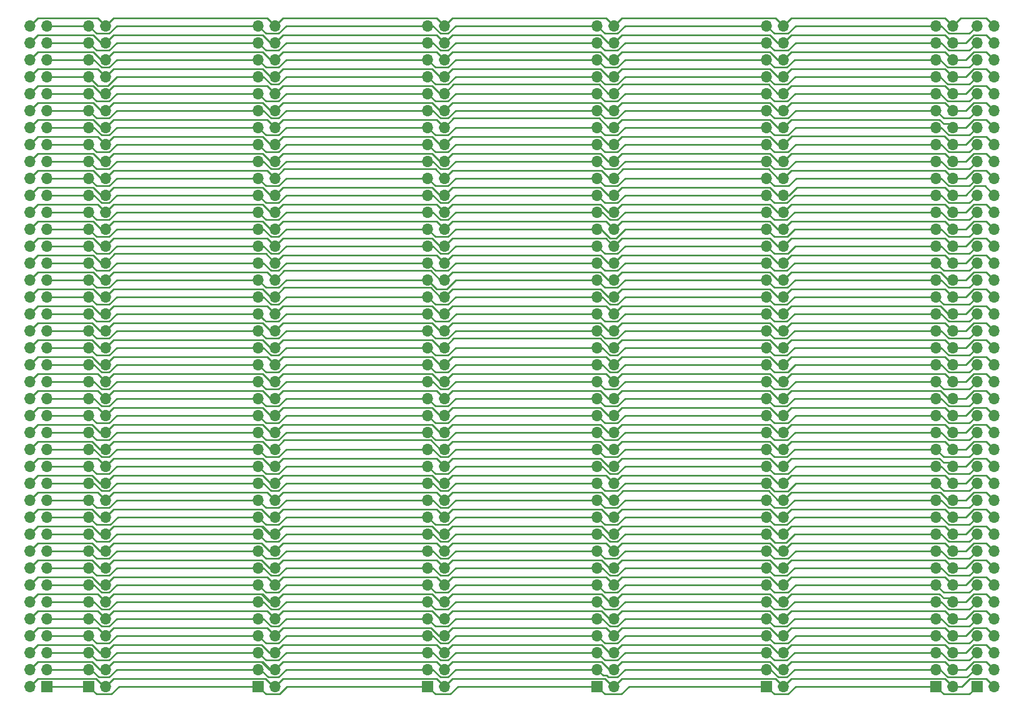
<source format=gbr>
%TF.GenerationSoftware,KiCad,Pcbnew,(5.1.10-1-10_14)*%
%TF.CreationDate,2021-07-17T22:38:12-07:00*%
%TF.ProjectId,Backplane,4261636b-706c-4616-9e65-2e6b69636164,rev?*%
%TF.SameCoordinates,Original*%
%TF.FileFunction,Copper,L1,Top*%
%TF.FilePolarity,Positive*%
%FSLAX46Y46*%
G04 Gerber Fmt 4.6, Leading zero omitted, Abs format (unit mm)*
G04 Created by KiCad (PCBNEW (5.1.10-1-10_14)) date 2021-07-17 22:38:12*
%MOMM*%
%LPD*%
G01*
G04 APERTURE LIST*
%TA.AperFunction,ComponentPad*%
%ADD10O,1.700000X1.700000*%
%TD*%
%TA.AperFunction,ComponentPad*%
%ADD11R,1.700000X1.700000*%
%TD*%
%TA.AperFunction,Conductor*%
%ADD12C,0.250000*%
%TD*%
G04 APERTURE END LIST*
D10*
%TO.P,J3,80*%
%TO.N,/41*%
X194310000Y-43815000D03*
%TO.P,J3,79*%
%TO.N,/40*%
X191770000Y-43815000D03*
%TO.P,J3,78*%
%TO.N,/42*%
X194310000Y-46355000D03*
%TO.P,J3,77*%
%TO.N,/39*%
X191770000Y-46355000D03*
%TO.P,J3,76*%
%TO.N,/43*%
X194310000Y-48895000D03*
%TO.P,J3,75*%
%TO.N,/38*%
X191770000Y-48895000D03*
%TO.P,J3,74*%
%TO.N,/44*%
X194310000Y-51435000D03*
%TO.P,J3,73*%
%TO.N,/37*%
X191770000Y-51435000D03*
%TO.P,J3,72*%
%TO.N,/45*%
X194310000Y-53975000D03*
%TO.P,J3,71*%
%TO.N,/36*%
X191770000Y-53975000D03*
%TO.P,J3,70*%
%TO.N,/46*%
X194310000Y-56515000D03*
%TO.P,J3,69*%
%TO.N,/35*%
X191770000Y-56515000D03*
%TO.P,J3,68*%
%TO.N,/47*%
X194310000Y-59055000D03*
%TO.P,J3,67*%
%TO.N,/34*%
X191770000Y-59055000D03*
%TO.P,J3,66*%
%TO.N,/48*%
X194310000Y-61595000D03*
%TO.P,J3,65*%
%TO.N,/33*%
X191770000Y-61595000D03*
%TO.P,J3,64*%
%TO.N,/49*%
X194310000Y-64135000D03*
%TO.P,J3,63*%
%TO.N,/32*%
X191770000Y-64135000D03*
%TO.P,J3,62*%
%TO.N,/50*%
X194310000Y-66675000D03*
%TO.P,J3,61*%
%TO.N,/31*%
X191770000Y-66675000D03*
%TO.P,J3,60*%
%TO.N,/51*%
X194310000Y-69215000D03*
%TO.P,J3,59*%
%TO.N,/30*%
X191770000Y-69215000D03*
%TO.P,J3,58*%
%TO.N,/52*%
X194310000Y-71755000D03*
%TO.P,J3,57*%
%TO.N,/29*%
X191770000Y-71755000D03*
%TO.P,J3,56*%
%TO.N,/53*%
X194310000Y-74295000D03*
%TO.P,J3,55*%
%TO.N,/28*%
X191770000Y-74295000D03*
%TO.P,J3,54*%
%TO.N,/54*%
X194310000Y-76835000D03*
%TO.P,J3,53*%
%TO.N,/27*%
X191770000Y-76835000D03*
%TO.P,J3,52*%
%TO.N,/55*%
X194310000Y-79375000D03*
%TO.P,J3,51*%
%TO.N,/26*%
X191770000Y-79375000D03*
%TO.P,J3,50*%
%TO.N,/56*%
X194310000Y-81915000D03*
%TO.P,J3,49*%
%TO.N,/25*%
X191770000Y-81915000D03*
%TO.P,J3,48*%
%TO.N,/57*%
X194310000Y-84455000D03*
%TO.P,J3,47*%
%TO.N,/24*%
X191770000Y-84455000D03*
%TO.P,J3,46*%
%TO.N,/58*%
X194310000Y-86995000D03*
%TO.P,J3,45*%
%TO.N,/23*%
X191770000Y-86995000D03*
%TO.P,J3,44*%
%TO.N,/59*%
X194310000Y-89535000D03*
%TO.P,J3,43*%
%TO.N,/22*%
X191770000Y-89535000D03*
%TO.P,J3,42*%
%TO.N,/60*%
X194310000Y-92075000D03*
%TO.P,J3,41*%
%TO.N,/21*%
X191770000Y-92075000D03*
%TO.P,J3,40*%
%TO.N,/61*%
X194310000Y-94615000D03*
%TO.P,J3,39*%
%TO.N,/20*%
X191770000Y-94615000D03*
%TO.P,J3,38*%
%TO.N,/62*%
X194310000Y-97155000D03*
%TO.P,J3,37*%
%TO.N,/19*%
X191770000Y-97155000D03*
%TO.P,J3,36*%
%TO.N,/63*%
X194310000Y-99695000D03*
%TO.P,J3,35*%
%TO.N,/18*%
X191770000Y-99695000D03*
%TO.P,J3,34*%
%TO.N,/64*%
X194310000Y-102235000D03*
%TO.P,J3,33*%
%TO.N,/17*%
X191770000Y-102235000D03*
%TO.P,J3,32*%
%TO.N,/65*%
X194310000Y-104775000D03*
%TO.P,J3,31*%
%TO.N,/16*%
X191770000Y-104775000D03*
%TO.P,J3,30*%
%TO.N,/66*%
X194310000Y-107315000D03*
%TO.P,J3,29*%
%TO.N,/15*%
X191770000Y-107315000D03*
%TO.P,J3,28*%
%TO.N,/67*%
X194310000Y-109855000D03*
%TO.P,J3,27*%
%TO.N,/14*%
X191770000Y-109855000D03*
%TO.P,J3,26*%
%TO.N,/68*%
X194310000Y-112395000D03*
%TO.P,J3,25*%
%TO.N,/13*%
X191770000Y-112395000D03*
%TO.P,J3,24*%
%TO.N,/69*%
X194310000Y-114935000D03*
%TO.P,J3,23*%
%TO.N,/12*%
X191770000Y-114935000D03*
%TO.P,J3,22*%
%TO.N,/70*%
X194310000Y-117475000D03*
%TO.P,J3,21*%
%TO.N,/11*%
X191770000Y-117475000D03*
%TO.P,J3,20*%
%TO.N,/71*%
X194310000Y-120015000D03*
%TO.P,J3,19*%
%TO.N,/10*%
X191770000Y-120015000D03*
%TO.P,J3,18*%
%TO.N,/72*%
X194310000Y-122555000D03*
%TO.P,J3,17*%
%TO.N,/9*%
X191770000Y-122555000D03*
%TO.P,J3,16*%
%TO.N,/73*%
X194310000Y-125095000D03*
%TO.P,J3,15*%
%TO.N,/8*%
X191770000Y-125095000D03*
%TO.P,J3,14*%
%TO.N,/74*%
X194310000Y-127635000D03*
%TO.P,J3,13*%
%TO.N,/7*%
X191770000Y-127635000D03*
%TO.P,J3,12*%
%TO.N,/75*%
X194310000Y-130175000D03*
%TO.P,J3,11*%
%TO.N,/6*%
X191770000Y-130175000D03*
%TO.P,J3,10*%
%TO.N,/76*%
X194310000Y-132715000D03*
%TO.P,J3,9*%
%TO.N,/5*%
X191770000Y-132715000D03*
%TO.P,J3,8*%
%TO.N,/77*%
X194310000Y-135255000D03*
%TO.P,J3,7*%
%TO.N,/4*%
X191770000Y-135255000D03*
%TO.P,J3,6*%
%TO.N,/78*%
X194310000Y-137795000D03*
%TO.P,J3,5*%
%TO.N,/3*%
X191770000Y-137795000D03*
%TO.P,J3,4*%
%TO.N,/79*%
X194310000Y-140335000D03*
%TO.P,J3,3*%
%TO.N,/2*%
X191770000Y-140335000D03*
%TO.P,J3,2*%
%TO.N,/80*%
X194310000Y-142875000D03*
D11*
%TO.P,J3,1*%
%TO.N,/1*%
X191770000Y-142875000D03*
%TD*%
%TO.P,J1,1*%
%TO.N,/1*%
X223393000Y-142875000D03*
D10*
%TO.P,J1,2*%
%TO.N,/80*%
X225933000Y-142875000D03*
%TO.P,J1,3*%
%TO.N,/2*%
X223393000Y-140335000D03*
%TO.P,J1,4*%
%TO.N,/79*%
X225933000Y-140335000D03*
%TO.P,J1,5*%
%TO.N,/3*%
X223393000Y-137795000D03*
%TO.P,J1,6*%
%TO.N,/78*%
X225933000Y-137795000D03*
%TO.P,J1,7*%
%TO.N,/4*%
X223393000Y-135255000D03*
%TO.P,J1,8*%
%TO.N,/77*%
X225933000Y-135255000D03*
%TO.P,J1,9*%
%TO.N,/5*%
X223393000Y-132715000D03*
%TO.P,J1,10*%
%TO.N,/76*%
X225933000Y-132715000D03*
%TO.P,J1,11*%
%TO.N,/6*%
X223393000Y-130175000D03*
%TO.P,J1,12*%
%TO.N,/75*%
X225933000Y-130175000D03*
%TO.P,J1,13*%
%TO.N,/7*%
X223393000Y-127635000D03*
%TO.P,J1,14*%
%TO.N,/74*%
X225933000Y-127635000D03*
%TO.P,J1,15*%
%TO.N,/8*%
X223393000Y-125095000D03*
%TO.P,J1,16*%
%TO.N,/73*%
X225933000Y-125095000D03*
%TO.P,J1,17*%
%TO.N,/9*%
X223393000Y-122555000D03*
%TO.P,J1,18*%
%TO.N,/72*%
X225933000Y-122555000D03*
%TO.P,J1,19*%
%TO.N,/10*%
X223393000Y-120015000D03*
%TO.P,J1,20*%
%TO.N,/71*%
X225933000Y-120015000D03*
%TO.P,J1,21*%
%TO.N,/11*%
X223393000Y-117475000D03*
%TO.P,J1,22*%
%TO.N,/70*%
X225933000Y-117475000D03*
%TO.P,J1,23*%
%TO.N,/12*%
X223393000Y-114935000D03*
%TO.P,J1,24*%
%TO.N,/69*%
X225933000Y-114935000D03*
%TO.P,J1,25*%
%TO.N,/13*%
X223393000Y-112395000D03*
%TO.P,J1,26*%
%TO.N,/68*%
X225933000Y-112395000D03*
%TO.P,J1,27*%
%TO.N,/14*%
X223393000Y-109855000D03*
%TO.P,J1,28*%
%TO.N,/67*%
X225933000Y-109855000D03*
%TO.P,J1,29*%
%TO.N,/15*%
X223393000Y-107315000D03*
%TO.P,J1,30*%
%TO.N,/66*%
X225933000Y-107315000D03*
%TO.P,J1,31*%
%TO.N,/16*%
X223393000Y-104775000D03*
%TO.P,J1,32*%
%TO.N,/65*%
X225933000Y-104775000D03*
%TO.P,J1,33*%
%TO.N,/17*%
X223393000Y-102235000D03*
%TO.P,J1,34*%
%TO.N,/64*%
X225933000Y-102235000D03*
%TO.P,J1,35*%
%TO.N,/18*%
X223393000Y-99695000D03*
%TO.P,J1,36*%
%TO.N,/63*%
X225933000Y-99695000D03*
%TO.P,J1,37*%
%TO.N,/19*%
X223393000Y-97155000D03*
%TO.P,J1,38*%
%TO.N,/62*%
X225933000Y-97155000D03*
%TO.P,J1,39*%
%TO.N,/20*%
X223393000Y-94615000D03*
%TO.P,J1,40*%
%TO.N,/61*%
X225933000Y-94615000D03*
%TO.P,J1,41*%
%TO.N,/21*%
X223393000Y-92075000D03*
%TO.P,J1,42*%
%TO.N,/60*%
X225933000Y-92075000D03*
%TO.P,J1,43*%
%TO.N,/22*%
X223393000Y-89535000D03*
%TO.P,J1,44*%
%TO.N,/59*%
X225933000Y-89535000D03*
%TO.P,J1,45*%
%TO.N,/23*%
X223393000Y-86995000D03*
%TO.P,J1,46*%
%TO.N,/58*%
X225933000Y-86995000D03*
%TO.P,J1,47*%
%TO.N,/24*%
X223393000Y-84455000D03*
%TO.P,J1,48*%
%TO.N,/57*%
X225933000Y-84455000D03*
%TO.P,J1,49*%
%TO.N,/25*%
X223393000Y-81915000D03*
%TO.P,J1,50*%
%TO.N,/56*%
X225933000Y-81915000D03*
%TO.P,J1,51*%
%TO.N,/26*%
X223393000Y-79375000D03*
%TO.P,J1,52*%
%TO.N,/55*%
X225933000Y-79375000D03*
%TO.P,J1,53*%
%TO.N,/27*%
X223393000Y-76835000D03*
%TO.P,J1,54*%
%TO.N,/54*%
X225933000Y-76835000D03*
%TO.P,J1,55*%
%TO.N,/28*%
X223393000Y-74295000D03*
%TO.P,J1,56*%
%TO.N,/53*%
X225933000Y-74295000D03*
%TO.P,J1,57*%
%TO.N,/29*%
X223393000Y-71755000D03*
%TO.P,J1,58*%
%TO.N,/52*%
X225933000Y-71755000D03*
%TO.P,J1,59*%
%TO.N,/30*%
X223393000Y-69215000D03*
%TO.P,J1,60*%
%TO.N,/51*%
X225933000Y-69215000D03*
%TO.P,J1,61*%
%TO.N,/31*%
X223393000Y-66675000D03*
%TO.P,J1,62*%
%TO.N,/50*%
X225933000Y-66675000D03*
%TO.P,J1,63*%
%TO.N,/32*%
X223393000Y-64135000D03*
%TO.P,J1,64*%
%TO.N,/49*%
X225933000Y-64135000D03*
%TO.P,J1,65*%
%TO.N,/33*%
X223393000Y-61595000D03*
%TO.P,J1,66*%
%TO.N,/48*%
X225933000Y-61595000D03*
%TO.P,J1,67*%
%TO.N,/34*%
X223393000Y-59055000D03*
%TO.P,J1,68*%
%TO.N,/47*%
X225933000Y-59055000D03*
%TO.P,J1,69*%
%TO.N,/35*%
X223393000Y-56515000D03*
%TO.P,J1,70*%
%TO.N,/46*%
X225933000Y-56515000D03*
%TO.P,J1,71*%
%TO.N,/36*%
X223393000Y-53975000D03*
%TO.P,J1,72*%
%TO.N,/45*%
X225933000Y-53975000D03*
%TO.P,J1,73*%
%TO.N,/37*%
X223393000Y-51435000D03*
%TO.P,J1,74*%
%TO.N,/44*%
X225933000Y-51435000D03*
%TO.P,J1,75*%
%TO.N,/38*%
X223393000Y-48895000D03*
%TO.P,J1,76*%
%TO.N,/43*%
X225933000Y-48895000D03*
%TO.P,J1,77*%
%TO.N,/39*%
X223393000Y-46355000D03*
%TO.P,J1,78*%
%TO.N,/42*%
X225933000Y-46355000D03*
%TO.P,J1,79*%
%TO.N,/40*%
X223393000Y-43815000D03*
%TO.P,J1,80*%
%TO.N,/41*%
X225933000Y-43815000D03*
%TD*%
%TO.P,J7,80*%
%TO.N,/41*%
X92710000Y-43815000D03*
%TO.P,J7,79*%
%TO.N,/40*%
X90170000Y-43815000D03*
%TO.P,J7,78*%
%TO.N,/42*%
X92710000Y-46355000D03*
%TO.P,J7,77*%
%TO.N,/39*%
X90170000Y-46355000D03*
%TO.P,J7,76*%
%TO.N,/43*%
X92710000Y-48895000D03*
%TO.P,J7,75*%
%TO.N,/38*%
X90170000Y-48895000D03*
%TO.P,J7,74*%
%TO.N,/44*%
X92710000Y-51435000D03*
%TO.P,J7,73*%
%TO.N,/37*%
X90170000Y-51435000D03*
%TO.P,J7,72*%
%TO.N,/45*%
X92710000Y-53975000D03*
%TO.P,J7,71*%
%TO.N,/36*%
X90170000Y-53975000D03*
%TO.P,J7,70*%
%TO.N,/46*%
X92710000Y-56515000D03*
%TO.P,J7,69*%
%TO.N,/35*%
X90170000Y-56515000D03*
%TO.P,J7,68*%
%TO.N,/47*%
X92710000Y-59055000D03*
%TO.P,J7,67*%
%TO.N,/34*%
X90170000Y-59055000D03*
%TO.P,J7,66*%
%TO.N,/48*%
X92710000Y-61595000D03*
%TO.P,J7,65*%
%TO.N,/33*%
X90170000Y-61595000D03*
%TO.P,J7,64*%
%TO.N,/49*%
X92710000Y-64135000D03*
%TO.P,J7,63*%
%TO.N,/32*%
X90170000Y-64135000D03*
%TO.P,J7,62*%
%TO.N,/50*%
X92710000Y-66675000D03*
%TO.P,J7,61*%
%TO.N,/31*%
X90170000Y-66675000D03*
%TO.P,J7,60*%
%TO.N,/51*%
X92710000Y-69215000D03*
%TO.P,J7,59*%
%TO.N,/30*%
X90170000Y-69215000D03*
%TO.P,J7,58*%
%TO.N,/52*%
X92710000Y-71755000D03*
%TO.P,J7,57*%
%TO.N,/29*%
X90170000Y-71755000D03*
%TO.P,J7,56*%
%TO.N,/53*%
X92710000Y-74295000D03*
%TO.P,J7,55*%
%TO.N,/28*%
X90170000Y-74295000D03*
%TO.P,J7,54*%
%TO.N,/54*%
X92710000Y-76835000D03*
%TO.P,J7,53*%
%TO.N,/27*%
X90170000Y-76835000D03*
%TO.P,J7,52*%
%TO.N,/55*%
X92710000Y-79375000D03*
%TO.P,J7,51*%
%TO.N,/26*%
X90170000Y-79375000D03*
%TO.P,J7,50*%
%TO.N,/56*%
X92710000Y-81915000D03*
%TO.P,J7,49*%
%TO.N,/25*%
X90170000Y-81915000D03*
%TO.P,J7,48*%
%TO.N,/57*%
X92710000Y-84455000D03*
%TO.P,J7,47*%
%TO.N,/24*%
X90170000Y-84455000D03*
%TO.P,J7,46*%
%TO.N,/58*%
X92710000Y-86995000D03*
%TO.P,J7,45*%
%TO.N,/23*%
X90170000Y-86995000D03*
%TO.P,J7,44*%
%TO.N,/59*%
X92710000Y-89535000D03*
%TO.P,J7,43*%
%TO.N,/22*%
X90170000Y-89535000D03*
%TO.P,J7,42*%
%TO.N,/60*%
X92710000Y-92075000D03*
%TO.P,J7,41*%
%TO.N,/21*%
X90170000Y-92075000D03*
%TO.P,J7,40*%
%TO.N,/61*%
X92710000Y-94615000D03*
%TO.P,J7,39*%
%TO.N,/20*%
X90170000Y-94615000D03*
%TO.P,J7,38*%
%TO.N,/62*%
X92710000Y-97155000D03*
%TO.P,J7,37*%
%TO.N,/19*%
X90170000Y-97155000D03*
%TO.P,J7,36*%
%TO.N,/63*%
X92710000Y-99695000D03*
%TO.P,J7,35*%
%TO.N,/18*%
X90170000Y-99695000D03*
%TO.P,J7,34*%
%TO.N,/64*%
X92710000Y-102235000D03*
%TO.P,J7,33*%
%TO.N,/17*%
X90170000Y-102235000D03*
%TO.P,J7,32*%
%TO.N,/65*%
X92710000Y-104775000D03*
%TO.P,J7,31*%
%TO.N,/16*%
X90170000Y-104775000D03*
%TO.P,J7,30*%
%TO.N,/66*%
X92710000Y-107315000D03*
%TO.P,J7,29*%
%TO.N,/15*%
X90170000Y-107315000D03*
%TO.P,J7,28*%
%TO.N,/67*%
X92710000Y-109855000D03*
%TO.P,J7,27*%
%TO.N,/14*%
X90170000Y-109855000D03*
%TO.P,J7,26*%
%TO.N,/68*%
X92710000Y-112395000D03*
%TO.P,J7,25*%
%TO.N,/13*%
X90170000Y-112395000D03*
%TO.P,J7,24*%
%TO.N,/69*%
X92710000Y-114935000D03*
%TO.P,J7,23*%
%TO.N,/12*%
X90170000Y-114935000D03*
%TO.P,J7,22*%
%TO.N,/70*%
X92710000Y-117475000D03*
%TO.P,J7,21*%
%TO.N,/11*%
X90170000Y-117475000D03*
%TO.P,J7,20*%
%TO.N,/71*%
X92710000Y-120015000D03*
%TO.P,J7,19*%
%TO.N,/10*%
X90170000Y-120015000D03*
%TO.P,J7,18*%
%TO.N,/72*%
X92710000Y-122555000D03*
%TO.P,J7,17*%
%TO.N,/9*%
X90170000Y-122555000D03*
%TO.P,J7,16*%
%TO.N,/73*%
X92710000Y-125095000D03*
%TO.P,J7,15*%
%TO.N,/8*%
X90170000Y-125095000D03*
%TO.P,J7,14*%
%TO.N,/74*%
X92710000Y-127635000D03*
%TO.P,J7,13*%
%TO.N,/7*%
X90170000Y-127635000D03*
%TO.P,J7,12*%
%TO.N,/75*%
X92710000Y-130175000D03*
%TO.P,J7,11*%
%TO.N,/6*%
X90170000Y-130175000D03*
%TO.P,J7,10*%
%TO.N,/76*%
X92710000Y-132715000D03*
%TO.P,J7,9*%
%TO.N,/5*%
X90170000Y-132715000D03*
%TO.P,J7,8*%
%TO.N,/77*%
X92710000Y-135255000D03*
%TO.P,J7,7*%
%TO.N,/4*%
X90170000Y-135255000D03*
%TO.P,J7,6*%
%TO.N,/78*%
X92710000Y-137795000D03*
%TO.P,J7,5*%
%TO.N,/3*%
X90170000Y-137795000D03*
%TO.P,J7,4*%
%TO.N,/79*%
X92710000Y-140335000D03*
%TO.P,J7,3*%
%TO.N,/2*%
X90170000Y-140335000D03*
%TO.P,J7,2*%
%TO.N,/80*%
X92710000Y-142875000D03*
D11*
%TO.P,J7,1*%
%TO.N,/1*%
X90170000Y-142875000D03*
%TD*%
D10*
%TO.P,J8,80*%
%TO.N,/41*%
X81407000Y-43815000D03*
%TO.P,J8,79*%
%TO.N,/40*%
X83947000Y-43815000D03*
%TO.P,J8,78*%
%TO.N,/42*%
X81407000Y-46355000D03*
%TO.P,J8,77*%
%TO.N,/39*%
X83947000Y-46355000D03*
%TO.P,J8,76*%
%TO.N,/43*%
X81407000Y-48895000D03*
%TO.P,J8,75*%
%TO.N,/38*%
X83947000Y-48895000D03*
%TO.P,J8,74*%
%TO.N,/44*%
X81407000Y-51435000D03*
%TO.P,J8,73*%
%TO.N,/37*%
X83947000Y-51435000D03*
%TO.P,J8,72*%
%TO.N,/45*%
X81407000Y-53975000D03*
%TO.P,J8,71*%
%TO.N,/36*%
X83947000Y-53975000D03*
%TO.P,J8,70*%
%TO.N,/46*%
X81407000Y-56515000D03*
%TO.P,J8,69*%
%TO.N,/35*%
X83947000Y-56515000D03*
%TO.P,J8,68*%
%TO.N,/47*%
X81407000Y-59055000D03*
%TO.P,J8,67*%
%TO.N,/34*%
X83947000Y-59055000D03*
%TO.P,J8,66*%
%TO.N,/48*%
X81407000Y-61595000D03*
%TO.P,J8,65*%
%TO.N,/33*%
X83947000Y-61595000D03*
%TO.P,J8,64*%
%TO.N,/49*%
X81407000Y-64135000D03*
%TO.P,J8,63*%
%TO.N,/32*%
X83947000Y-64135000D03*
%TO.P,J8,62*%
%TO.N,/50*%
X81407000Y-66675000D03*
%TO.P,J8,61*%
%TO.N,/31*%
X83947000Y-66675000D03*
%TO.P,J8,60*%
%TO.N,/51*%
X81407000Y-69215000D03*
%TO.P,J8,59*%
%TO.N,/30*%
X83947000Y-69215000D03*
%TO.P,J8,58*%
%TO.N,/52*%
X81407000Y-71755000D03*
%TO.P,J8,57*%
%TO.N,/29*%
X83947000Y-71755000D03*
%TO.P,J8,56*%
%TO.N,/53*%
X81407000Y-74295000D03*
%TO.P,J8,55*%
%TO.N,/28*%
X83947000Y-74295000D03*
%TO.P,J8,54*%
%TO.N,/54*%
X81407000Y-76835000D03*
%TO.P,J8,53*%
%TO.N,/27*%
X83947000Y-76835000D03*
%TO.P,J8,52*%
%TO.N,/55*%
X81407000Y-79375000D03*
%TO.P,J8,51*%
%TO.N,/26*%
X83947000Y-79375000D03*
%TO.P,J8,50*%
%TO.N,/56*%
X81407000Y-81915000D03*
%TO.P,J8,49*%
%TO.N,/25*%
X83947000Y-81915000D03*
%TO.P,J8,48*%
%TO.N,/57*%
X81407000Y-84455000D03*
%TO.P,J8,47*%
%TO.N,/24*%
X83947000Y-84455000D03*
%TO.P,J8,46*%
%TO.N,/58*%
X81407000Y-86995000D03*
%TO.P,J8,45*%
%TO.N,/23*%
X83947000Y-86995000D03*
%TO.P,J8,44*%
%TO.N,/59*%
X81407000Y-89535000D03*
%TO.P,J8,43*%
%TO.N,/22*%
X83947000Y-89535000D03*
%TO.P,J8,42*%
%TO.N,/60*%
X81407000Y-92075000D03*
%TO.P,J8,41*%
%TO.N,/21*%
X83947000Y-92075000D03*
%TO.P,J8,40*%
%TO.N,/61*%
X81407000Y-94615000D03*
%TO.P,J8,39*%
%TO.N,/20*%
X83947000Y-94615000D03*
%TO.P,J8,38*%
%TO.N,/62*%
X81407000Y-97155000D03*
%TO.P,J8,37*%
%TO.N,/19*%
X83947000Y-97155000D03*
%TO.P,J8,36*%
%TO.N,/63*%
X81407000Y-99695000D03*
%TO.P,J8,35*%
%TO.N,/18*%
X83947000Y-99695000D03*
%TO.P,J8,34*%
%TO.N,/64*%
X81407000Y-102235000D03*
%TO.P,J8,33*%
%TO.N,/17*%
X83947000Y-102235000D03*
%TO.P,J8,32*%
%TO.N,/65*%
X81407000Y-104775000D03*
%TO.P,J8,31*%
%TO.N,/16*%
X83947000Y-104775000D03*
%TO.P,J8,30*%
%TO.N,/66*%
X81407000Y-107315000D03*
%TO.P,J8,29*%
%TO.N,/15*%
X83947000Y-107315000D03*
%TO.P,J8,28*%
%TO.N,/67*%
X81407000Y-109855000D03*
%TO.P,J8,27*%
%TO.N,/14*%
X83947000Y-109855000D03*
%TO.P,J8,26*%
%TO.N,/68*%
X81407000Y-112395000D03*
%TO.P,J8,25*%
%TO.N,/13*%
X83947000Y-112395000D03*
%TO.P,J8,24*%
%TO.N,/69*%
X81407000Y-114935000D03*
%TO.P,J8,23*%
%TO.N,/12*%
X83947000Y-114935000D03*
%TO.P,J8,22*%
%TO.N,/70*%
X81407000Y-117475000D03*
%TO.P,J8,21*%
%TO.N,/11*%
X83947000Y-117475000D03*
%TO.P,J8,20*%
%TO.N,/71*%
X81407000Y-120015000D03*
%TO.P,J8,19*%
%TO.N,/10*%
X83947000Y-120015000D03*
%TO.P,J8,18*%
%TO.N,/72*%
X81407000Y-122555000D03*
%TO.P,J8,17*%
%TO.N,/9*%
X83947000Y-122555000D03*
%TO.P,J8,16*%
%TO.N,/73*%
X81407000Y-125095000D03*
%TO.P,J8,15*%
%TO.N,/8*%
X83947000Y-125095000D03*
%TO.P,J8,14*%
%TO.N,/74*%
X81407000Y-127635000D03*
%TO.P,J8,13*%
%TO.N,/7*%
X83947000Y-127635000D03*
%TO.P,J8,12*%
%TO.N,/75*%
X81407000Y-130175000D03*
%TO.P,J8,11*%
%TO.N,/6*%
X83947000Y-130175000D03*
%TO.P,J8,10*%
%TO.N,/76*%
X81407000Y-132715000D03*
%TO.P,J8,9*%
%TO.N,/5*%
X83947000Y-132715000D03*
%TO.P,J8,8*%
%TO.N,/77*%
X81407000Y-135255000D03*
%TO.P,J8,7*%
%TO.N,/4*%
X83947000Y-135255000D03*
%TO.P,J8,6*%
%TO.N,/78*%
X81407000Y-137795000D03*
%TO.P,J8,5*%
%TO.N,/3*%
X83947000Y-137795000D03*
%TO.P,J8,4*%
%TO.N,/79*%
X81407000Y-140335000D03*
%TO.P,J8,3*%
%TO.N,/2*%
X83947000Y-140335000D03*
%TO.P,J8,2*%
%TO.N,/80*%
X81407000Y-142875000D03*
D11*
%TO.P,J8,1*%
%TO.N,/1*%
X83947000Y-142875000D03*
%TD*%
%TO.P,J6,1*%
%TO.N,/1*%
X115570000Y-142875000D03*
D10*
%TO.P,J6,2*%
%TO.N,/80*%
X118110000Y-142875000D03*
%TO.P,J6,3*%
%TO.N,/2*%
X115570000Y-140335000D03*
%TO.P,J6,4*%
%TO.N,/79*%
X118110000Y-140335000D03*
%TO.P,J6,5*%
%TO.N,/3*%
X115570000Y-137795000D03*
%TO.P,J6,6*%
%TO.N,/78*%
X118110000Y-137795000D03*
%TO.P,J6,7*%
%TO.N,/4*%
X115570000Y-135255000D03*
%TO.P,J6,8*%
%TO.N,/77*%
X118110000Y-135255000D03*
%TO.P,J6,9*%
%TO.N,/5*%
X115570000Y-132715000D03*
%TO.P,J6,10*%
%TO.N,/76*%
X118110000Y-132715000D03*
%TO.P,J6,11*%
%TO.N,/6*%
X115570000Y-130175000D03*
%TO.P,J6,12*%
%TO.N,/75*%
X118110000Y-130175000D03*
%TO.P,J6,13*%
%TO.N,/7*%
X115570000Y-127635000D03*
%TO.P,J6,14*%
%TO.N,/74*%
X118110000Y-127635000D03*
%TO.P,J6,15*%
%TO.N,/8*%
X115570000Y-125095000D03*
%TO.P,J6,16*%
%TO.N,/73*%
X118110000Y-125095000D03*
%TO.P,J6,17*%
%TO.N,/9*%
X115570000Y-122555000D03*
%TO.P,J6,18*%
%TO.N,/72*%
X118110000Y-122555000D03*
%TO.P,J6,19*%
%TO.N,/10*%
X115570000Y-120015000D03*
%TO.P,J6,20*%
%TO.N,/71*%
X118110000Y-120015000D03*
%TO.P,J6,21*%
%TO.N,/11*%
X115570000Y-117475000D03*
%TO.P,J6,22*%
%TO.N,/70*%
X118110000Y-117475000D03*
%TO.P,J6,23*%
%TO.N,/12*%
X115570000Y-114935000D03*
%TO.P,J6,24*%
%TO.N,/69*%
X118110000Y-114935000D03*
%TO.P,J6,25*%
%TO.N,/13*%
X115570000Y-112395000D03*
%TO.P,J6,26*%
%TO.N,/68*%
X118110000Y-112395000D03*
%TO.P,J6,27*%
%TO.N,/14*%
X115570000Y-109855000D03*
%TO.P,J6,28*%
%TO.N,/67*%
X118110000Y-109855000D03*
%TO.P,J6,29*%
%TO.N,/15*%
X115570000Y-107315000D03*
%TO.P,J6,30*%
%TO.N,/66*%
X118110000Y-107315000D03*
%TO.P,J6,31*%
%TO.N,/16*%
X115570000Y-104775000D03*
%TO.P,J6,32*%
%TO.N,/65*%
X118110000Y-104775000D03*
%TO.P,J6,33*%
%TO.N,/17*%
X115570000Y-102235000D03*
%TO.P,J6,34*%
%TO.N,/64*%
X118110000Y-102235000D03*
%TO.P,J6,35*%
%TO.N,/18*%
X115570000Y-99695000D03*
%TO.P,J6,36*%
%TO.N,/63*%
X118110000Y-99695000D03*
%TO.P,J6,37*%
%TO.N,/19*%
X115570000Y-97155000D03*
%TO.P,J6,38*%
%TO.N,/62*%
X118110000Y-97155000D03*
%TO.P,J6,39*%
%TO.N,/20*%
X115570000Y-94615000D03*
%TO.P,J6,40*%
%TO.N,/61*%
X118110000Y-94615000D03*
%TO.P,J6,41*%
%TO.N,/21*%
X115570000Y-92075000D03*
%TO.P,J6,42*%
%TO.N,/60*%
X118110000Y-92075000D03*
%TO.P,J6,43*%
%TO.N,/22*%
X115570000Y-89535000D03*
%TO.P,J6,44*%
%TO.N,/59*%
X118110000Y-89535000D03*
%TO.P,J6,45*%
%TO.N,/23*%
X115570000Y-86995000D03*
%TO.P,J6,46*%
%TO.N,/58*%
X118110000Y-86995000D03*
%TO.P,J6,47*%
%TO.N,/24*%
X115570000Y-84455000D03*
%TO.P,J6,48*%
%TO.N,/57*%
X118110000Y-84455000D03*
%TO.P,J6,49*%
%TO.N,/25*%
X115570000Y-81915000D03*
%TO.P,J6,50*%
%TO.N,/56*%
X118110000Y-81915000D03*
%TO.P,J6,51*%
%TO.N,/26*%
X115570000Y-79375000D03*
%TO.P,J6,52*%
%TO.N,/55*%
X118110000Y-79375000D03*
%TO.P,J6,53*%
%TO.N,/27*%
X115570000Y-76835000D03*
%TO.P,J6,54*%
%TO.N,/54*%
X118110000Y-76835000D03*
%TO.P,J6,55*%
%TO.N,/28*%
X115570000Y-74295000D03*
%TO.P,J6,56*%
%TO.N,/53*%
X118110000Y-74295000D03*
%TO.P,J6,57*%
%TO.N,/29*%
X115570000Y-71755000D03*
%TO.P,J6,58*%
%TO.N,/52*%
X118110000Y-71755000D03*
%TO.P,J6,59*%
%TO.N,/30*%
X115570000Y-69215000D03*
%TO.P,J6,60*%
%TO.N,/51*%
X118110000Y-69215000D03*
%TO.P,J6,61*%
%TO.N,/31*%
X115570000Y-66675000D03*
%TO.P,J6,62*%
%TO.N,/50*%
X118110000Y-66675000D03*
%TO.P,J6,63*%
%TO.N,/32*%
X115570000Y-64135000D03*
%TO.P,J6,64*%
%TO.N,/49*%
X118110000Y-64135000D03*
%TO.P,J6,65*%
%TO.N,/33*%
X115570000Y-61595000D03*
%TO.P,J6,66*%
%TO.N,/48*%
X118110000Y-61595000D03*
%TO.P,J6,67*%
%TO.N,/34*%
X115570000Y-59055000D03*
%TO.P,J6,68*%
%TO.N,/47*%
X118110000Y-59055000D03*
%TO.P,J6,69*%
%TO.N,/35*%
X115570000Y-56515000D03*
%TO.P,J6,70*%
%TO.N,/46*%
X118110000Y-56515000D03*
%TO.P,J6,71*%
%TO.N,/36*%
X115570000Y-53975000D03*
%TO.P,J6,72*%
%TO.N,/45*%
X118110000Y-53975000D03*
%TO.P,J6,73*%
%TO.N,/37*%
X115570000Y-51435000D03*
%TO.P,J6,74*%
%TO.N,/44*%
X118110000Y-51435000D03*
%TO.P,J6,75*%
%TO.N,/38*%
X115570000Y-48895000D03*
%TO.P,J6,76*%
%TO.N,/43*%
X118110000Y-48895000D03*
%TO.P,J6,77*%
%TO.N,/39*%
X115570000Y-46355000D03*
%TO.P,J6,78*%
%TO.N,/42*%
X118110000Y-46355000D03*
%TO.P,J6,79*%
%TO.N,/40*%
X115570000Y-43815000D03*
%TO.P,J6,80*%
%TO.N,/41*%
X118110000Y-43815000D03*
%TD*%
D11*
%TO.P,J2,1*%
%TO.N,/1*%
X217170000Y-142875000D03*
D10*
%TO.P,J2,2*%
%TO.N,/80*%
X219710000Y-142875000D03*
%TO.P,J2,3*%
%TO.N,/2*%
X217170000Y-140335000D03*
%TO.P,J2,4*%
%TO.N,/79*%
X219710000Y-140335000D03*
%TO.P,J2,5*%
%TO.N,/3*%
X217170000Y-137795000D03*
%TO.P,J2,6*%
%TO.N,/78*%
X219710000Y-137795000D03*
%TO.P,J2,7*%
%TO.N,/4*%
X217170000Y-135255000D03*
%TO.P,J2,8*%
%TO.N,/77*%
X219710000Y-135255000D03*
%TO.P,J2,9*%
%TO.N,/5*%
X217170000Y-132715000D03*
%TO.P,J2,10*%
%TO.N,/76*%
X219710000Y-132715000D03*
%TO.P,J2,11*%
%TO.N,/6*%
X217170000Y-130175000D03*
%TO.P,J2,12*%
%TO.N,/75*%
X219710000Y-130175000D03*
%TO.P,J2,13*%
%TO.N,/7*%
X217170000Y-127635000D03*
%TO.P,J2,14*%
%TO.N,/74*%
X219710000Y-127635000D03*
%TO.P,J2,15*%
%TO.N,/8*%
X217170000Y-125095000D03*
%TO.P,J2,16*%
%TO.N,/73*%
X219710000Y-125095000D03*
%TO.P,J2,17*%
%TO.N,/9*%
X217170000Y-122555000D03*
%TO.P,J2,18*%
%TO.N,/72*%
X219710000Y-122555000D03*
%TO.P,J2,19*%
%TO.N,/10*%
X217170000Y-120015000D03*
%TO.P,J2,20*%
%TO.N,/71*%
X219710000Y-120015000D03*
%TO.P,J2,21*%
%TO.N,/11*%
X217170000Y-117475000D03*
%TO.P,J2,22*%
%TO.N,/70*%
X219710000Y-117475000D03*
%TO.P,J2,23*%
%TO.N,/12*%
X217170000Y-114935000D03*
%TO.P,J2,24*%
%TO.N,/69*%
X219710000Y-114935000D03*
%TO.P,J2,25*%
%TO.N,/13*%
X217170000Y-112395000D03*
%TO.P,J2,26*%
%TO.N,/68*%
X219710000Y-112395000D03*
%TO.P,J2,27*%
%TO.N,/14*%
X217170000Y-109855000D03*
%TO.P,J2,28*%
%TO.N,/67*%
X219710000Y-109855000D03*
%TO.P,J2,29*%
%TO.N,/15*%
X217170000Y-107315000D03*
%TO.P,J2,30*%
%TO.N,/66*%
X219710000Y-107315000D03*
%TO.P,J2,31*%
%TO.N,/16*%
X217170000Y-104775000D03*
%TO.P,J2,32*%
%TO.N,/65*%
X219710000Y-104775000D03*
%TO.P,J2,33*%
%TO.N,/17*%
X217170000Y-102235000D03*
%TO.P,J2,34*%
%TO.N,/64*%
X219710000Y-102235000D03*
%TO.P,J2,35*%
%TO.N,/18*%
X217170000Y-99695000D03*
%TO.P,J2,36*%
%TO.N,/63*%
X219710000Y-99695000D03*
%TO.P,J2,37*%
%TO.N,/19*%
X217170000Y-97155000D03*
%TO.P,J2,38*%
%TO.N,/62*%
X219710000Y-97155000D03*
%TO.P,J2,39*%
%TO.N,/20*%
X217170000Y-94615000D03*
%TO.P,J2,40*%
%TO.N,/61*%
X219710000Y-94615000D03*
%TO.P,J2,41*%
%TO.N,/21*%
X217170000Y-92075000D03*
%TO.P,J2,42*%
%TO.N,/60*%
X219710000Y-92075000D03*
%TO.P,J2,43*%
%TO.N,/22*%
X217170000Y-89535000D03*
%TO.P,J2,44*%
%TO.N,/59*%
X219710000Y-89535000D03*
%TO.P,J2,45*%
%TO.N,/23*%
X217170000Y-86995000D03*
%TO.P,J2,46*%
%TO.N,/58*%
X219710000Y-86995000D03*
%TO.P,J2,47*%
%TO.N,/24*%
X217170000Y-84455000D03*
%TO.P,J2,48*%
%TO.N,/57*%
X219710000Y-84455000D03*
%TO.P,J2,49*%
%TO.N,/25*%
X217170000Y-81915000D03*
%TO.P,J2,50*%
%TO.N,/56*%
X219710000Y-81915000D03*
%TO.P,J2,51*%
%TO.N,/26*%
X217170000Y-79375000D03*
%TO.P,J2,52*%
%TO.N,/55*%
X219710000Y-79375000D03*
%TO.P,J2,53*%
%TO.N,/27*%
X217170000Y-76835000D03*
%TO.P,J2,54*%
%TO.N,/54*%
X219710000Y-76835000D03*
%TO.P,J2,55*%
%TO.N,/28*%
X217170000Y-74295000D03*
%TO.P,J2,56*%
%TO.N,/53*%
X219710000Y-74295000D03*
%TO.P,J2,57*%
%TO.N,/29*%
X217170000Y-71755000D03*
%TO.P,J2,58*%
%TO.N,/52*%
X219710000Y-71755000D03*
%TO.P,J2,59*%
%TO.N,/30*%
X217170000Y-69215000D03*
%TO.P,J2,60*%
%TO.N,/51*%
X219710000Y-69215000D03*
%TO.P,J2,61*%
%TO.N,/31*%
X217170000Y-66675000D03*
%TO.P,J2,62*%
%TO.N,/50*%
X219710000Y-66675000D03*
%TO.P,J2,63*%
%TO.N,/32*%
X217170000Y-64135000D03*
%TO.P,J2,64*%
%TO.N,/49*%
X219710000Y-64135000D03*
%TO.P,J2,65*%
%TO.N,/33*%
X217170000Y-61595000D03*
%TO.P,J2,66*%
%TO.N,/48*%
X219710000Y-61595000D03*
%TO.P,J2,67*%
%TO.N,/34*%
X217170000Y-59055000D03*
%TO.P,J2,68*%
%TO.N,/47*%
X219710000Y-59055000D03*
%TO.P,J2,69*%
%TO.N,/35*%
X217170000Y-56515000D03*
%TO.P,J2,70*%
%TO.N,/46*%
X219710000Y-56515000D03*
%TO.P,J2,71*%
%TO.N,/36*%
X217170000Y-53975000D03*
%TO.P,J2,72*%
%TO.N,/45*%
X219710000Y-53975000D03*
%TO.P,J2,73*%
%TO.N,/37*%
X217170000Y-51435000D03*
%TO.P,J2,74*%
%TO.N,/44*%
X219710000Y-51435000D03*
%TO.P,J2,75*%
%TO.N,/38*%
X217170000Y-48895000D03*
%TO.P,J2,76*%
%TO.N,/43*%
X219710000Y-48895000D03*
%TO.P,J2,77*%
%TO.N,/39*%
X217170000Y-46355000D03*
%TO.P,J2,78*%
%TO.N,/42*%
X219710000Y-46355000D03*
%TO.P,J2,79*%
%TO.N,/40*%
X217170000Y-43815000D03*
%TO.P,J2,80*%
%TO.N,/41*%
X219710000Y-43815000D03*
%TD*%
D11*
%TO.P,J4,1*%
%TO.N,/1*%
X166370000Y-142875000D03*
D10*
%TO.P,J4,2*%
%TO.N,/80*%
X168910000Y-142875000D03*
%TO.P,J4,3*%
%TO.N,/2*%
X166370000Y-140335000D03*
%TO.P,J4,4*%
%TO.N,/79*%
X168910000Y-140335000D03*
%TO.P,J4,5*%
%TO.N,/3*%
X166370000Y-137795000D03*
%TO.P,J4,6*%
%TO.N,/78*%
X168910000Y-137795000D03*
%TO.P,J4,7*%
%TO.N,/4*%
X166370000Y-135255000D03*
%TO.P,J4,8*%
%TO.N,/77*%
X168910000Y-135255000D03*
%TO.P,J4,9*%
%TO.N,/5*%
X166370000Y-132715000D03*
%TO.P,J4,10*%
%TO.N,/76*%
X168910000Y-132715000D03*
%TO.P,J4,11*%
%TO.N,/6*%
X166370000Y-130175000D03*
%TO.P,J4,12*%
%TO.N,/75*%
X168910000Y-130175000D03*
%TO.P,J4,13*%
%TO.N,/7*%
X166370000Y-127635000D03*
%TO.P,J4,14*%
%TO.N,/74*%
X168910000Y-127635000D03*
%TO.P,J4,15*%
%TO.N,/8*%
X166370000Y-125095000D03*
%TO.P,J4,16*%
%TO.N,/73*%
X168910000Y-125095000D03*
%TO.P,J4,17*%
%TO.N,/9*%
X166370000Y-122555000D03*
%TO.P,J4,18*%
%TO.N,/72*%
X168910000Y-122555000D03*
%TO.P,J4,19*%
%TO.N,/10*%
X166370000Y-120015000D03*
%TO.P,J4,20*%
%TO.N,/71*%
X168910000Y-120015000D03*
%TO.P,J4,21*%
%TO.N,/11*%
X166370000Y-117475000D03*
%TO.P,J4,22*%
%TO.N,/70*%
X168910000Y-117475000D03*
%TO.P,J4,23*%
%TO.N,/12*%
X166370000Y-114935000D03*
%TO.P,J4,24*%
%TO.N,/69*%
X168910000Y-114935000D03*
%TO.P,J4,25*%
%TO.N,/13*%
X166370000Y-112395000D03*
%TO.P,J4,26*%
%TO.N,/68*%
X168910000Y-112395000D03*
%TO.P,J4,27*%
%TO.N,/14*%
X166370000Y-109855000D03*
%TO.P,J4,28*%
%TO.N,/67*%
X168910000Y-109855000D03*
%TO.P,J4,29*%
%TO.N,/15*%
X166370000Y-107315000D03*
%TO.P,J4,30*%
%TO.N,/66*%
X168910000Y-107315000D03*
%TO.P,J4,31*%
%TO.N,/16*%
X166370000Y-104775000D03*
%TO.P,J4,32*%
%TO.N,/65*%
X168910000Y-104775000D03*
%TO.P,J4,33*%
%TO.N,/17*%
X166370000Y-102235000D03*
%TO.P,J4,34*%
%TO.N,/64*%
X168910000Y-102235000D03*
%TO.P,J4,35*%
%TO.N,/18*%
X166370000Y-99695000D03*
%TO.P,J4,36*%
%TO.N,/63*%
X168910000Y-99695000D03*
%TO.P,J4,37*%
%TO.N,/19*%
X166370000Y-97155000D03*
%TO.P,J4,38*%
%TO.N,/62*%
X168910000Y-97155000D03*
%TO.P,J4,39*%
%TO.N,/20*%
X166370000Y-94615000D03*
%TO.P,J4,40*%
%TO.N,/61*%
X168910000Y-94615000D03*
%TO.P,J4,41*%
%TO.N,/21*%
X166370000Y-92075000D03*
%TO.P,J4,42*%
%TO.N,/60*%
X168910000Y-92075000D03*
%TO.P,J4,43*%
%TO.N,/22*%
X166370000Y-89535000D03*
%TO.P,J4,44*%
%TO.N,/59*%
X168910000Y-89535000D03*
%TO.P,J4,45*%
%TO.N,/23*%
X166370000Y-86995000D03*
%TO.P,J4,46*%
%TO.N,/58*%
X168910000Y-86995000D03*
%TO.P,J4,47*%
%TO.N,/24*%
X166370000Y-84455000D03*
%TO.P,J4,48*%
%TO.N,/57*%
X168910000Y-84455000D03*
%TO.P,J4,49*%
%TO.N,/25*%
X166370000Y-81915000D03*
%TO.P,J4,50*%
%TO.N,/56*%
X168910000Y-81915000D03*
%TO.P,J4,51*%
%TO.N,/26*%
X166370000Y-79375000D03*
%TO.P,J4,52*%
%TO.N,/55*%
X168910000Y-79375000D03*
%TO.P,J4,53*%
%TO.N,/27*%
X166370000Y-76835000D03*
%TO.P,J4,54*%
%TO.N,/54*%
X168910000Y-76835000D03*
%TO.P,J4,55*%
%TO.N,/28*%
X166370000Y-74295000D03*
%TO.P,J4,56*%
%TO.N,/53*%
X168910000Y-74295000D03*
%TO.P,J4,57*%
%TO.N,/29*%
X166370000Y-71755000D03*
%TO.P,J4,58*%
%TO.N,/52*%
X168910000Y-71755000D03*
%TO.P,J4,59*%
%TO.N,/30*%
X166370000Y-69215000D03*
%TO.P,J4,60*%
%TO.N,/51*%
X168910000Y-69215000D03*
%TO.P,J4,61*%
%TO.N,/31*%
X166370000Y-66675000D03*
%TO.P,J4,62*%
%TO.N,/50*%
X168910000Y-66675000D03*
%TO.P,J4,63*%
%TO.N,/32*%
X166370000Y-64135000D03*
%TO.P,J4,64*%
%TO.N,/49*%
X168910000Y-64135000D03*
%TO.P,J4,65*%
%TO.N,/33*%
X166370000Y-61595000D03*
%TO.P,J4,66*%
%TO.N,/48*%
X168910000Y-61595000D03*
%TO.P,J4,67*%
%TO.N,/34*%
X166370000Y-59055000D03*
%TO.P,J4,68*%
%TO.N,/47*%
X168910000Y-59055000D03*
%TO.P,J4,69*%
%TO.N,/35*%
X166370000Y-56515000D03*
%TO.P,J4,70*%
%TO.N,/46*%
X168910000Y-56515000D03*
%TO.P,J4,71*%
%TO.N,/36*%
X166370000Y-53975000D03*
%TO.P,J4,72*%
%TO.N,/45*%
X168910000Y-53975000D03*
%TO.P,J4,73*%
%TO.N,/37*%
X166370000Y-51435000D03*
%TO.P,J4,74*%
%TO.N,/44*%
X168910000Y-51435000D03*
%TO.P,J4,75*%
%TO.N,/38*%
X166370000Y-48895000D03*
%TO.P,J4,76*%
%TO.N,/43*%
X168910000Y-48895000D03*
%TO.P,J4,77*%
%TO.N,/39*%
X166370000Y-46355000D03*
%TO.P,J4,78*%
%TO.N,/42*%
X168910000Y-46355000D03*
%TO.P,J4,79*%
%TO.N,/40*%
X166370000Y-43815000D03*
%TO.P,J4,80*%
%TO.N,/41*%
X168910000Y-43815000D03*
%TD*%
%TO.P,J5,80*%
%TO.N,/41*%
X143510000Y-43815000D03*
%TO.P,J5,79*%
%TO.N,/40*%
X140970000Y-43815000D03*
%TO.P,J5,78*%
%TO.N,/42*%
X143510000Y-46355000D03*
%TO.P,J5,77*%
%TO.N,/39*%
X140970000Y-46355000D03*
%TO.P,J5,76*%
%TO.N,/43*%
X143510000Y-48895000D03*
%TO.P,J5,75*%
%TO.N,/38*%
X140970000Y-48895000D03*
%TO.P,J5,74*%
%TO.N,/44*%
X143510000Y-51435000D03*
%TO.P,J5,73*%
%TO.N,/37*%
X140970000Y-51435000D03*
%TO.P,J5,72*%
%TO.N,/45*%
X143510000Y-53975000D03*
%TO.P,J5,71*%
%TO.N,/36*%
X140970000Y-53975000D03*
%TO.P,J5,70*%
%TO.N,/46*%
X143510000Y-56515000D03*
%TO.P,J5,69*%
%TO.N,/35*%
X140970000Y-56515000D03*
%TO.P,J5,68*%
%TO.N,/47*%
X143510000Y-59055000D03*
%TO.P,J5,67*%
%TO.N,/34*%
X140970000Y-59055000D03*
%TO.P,J5,66*%
%TO.N,/48*%
X143510000Y-61595000D03*
%TO.P,J5,65*%
%TO.N,/33*%
X140970000Y-61595000D03*
%TO.P,J5,64*%
%TO.N,/49*%
X143510000Y-64135000D03*
%TO.P,J5,63*%
%TO.N,/32*%
X140970000Y-64135000D03*
%TO.P,J5,62*%
%TO.N,/50*%
X143510000Y-66675000D03*
%TO.P,J5,61*%
%TO.N,/31*%
X140970000Y-66675000D03*
%TO.P,J5,60*%
%TO.N,/51*%
X143510000Y-69215000D03*
%TO.P,J5,59*%
%TO.N,/30*%
X140970000Y-69215000D03*
%TO.P,J5,58*%
%TO.N,/52*%
X143510000Y-71755000D03*
%TO.P,J5,57*%
%TO.N,/29*%
X140970000Y-71755000D03*
%TO.P,J5,56*%
%TO.N,/53*%
X143510000Y-74295000D03*
%TO.P,J5,55*%
%TO.N,/28*%
X140970000Y-74295000D03*
%TO.P,J5,54*%
%TO.N,/54*%
X143510000Y-76835000D03*
%TO.P,J5,53*%
%TO.N,/27*%
X140970000Y-76835000D03*
%TO.P,J5,52*%
%TO.N,/55*%
X143510000Y-79375000D03*
%TO.P,J5,51*%
%TO.N,/26*%
X140970000Y-79375000D03*
%TO.P,J5,50*%
%TO.N,/56*%
X143510000Y-81915000D03*
%TO.P,J5,49*%
%TO.N,/25*%
X140970000Y-81915000D03*
%TO.P,J5,48*%
%TO.N,/57*%
X143510000Y-84455000D03*
%TO.P,J5,47*%
%TO.N,/24*%
X140970000Y-84455000D03*
%TO.P,J5,46*%
%TO.N,/58*%
X143510000Y-86995000D03*
%TO.P,J5,45*%
%TO.N,/23*%
X140970000Y-86995000D03*
%TO.P,J5,44*%
%TO.N,/59*%
X143510000Y-89535000D03*
%TO.P,J5,43*%
%TO.N,/22*%
X140970000Y-89535000D03*
%TO.P,J5,42*%
%TO.N,/60*%
X143510000Y-92075000D03*
%TO.P,J5,41*%
%TO.N,/21*%
X140970000Y-92075000D03*
%TO.P,J5,40*%
%TO.N,/61*%
X143510000Y-94615000D03*
%TO.P,J5,39*%
%TO.N,/20*%
X140970000Y-94615000D03*
%TO.P,J5,38*%
%TO.N,/62*%
X143510000Y-97155000D03*
%TO.P,J5,37*%
%TO.N,/19*%
X140970000Y-97155000D03*
%TO.P,J5,36*%
%TO.N,/63*%
X143510000Y-99695000D03*
%TO.P,J5,35*%
%TO.N,/18*%
X140970000Y-99695000D03*
%TO.P,J5,34*%
%TO.N,/64*%
X143510000Y-102235000D03*
%TO.P,J5,33*%
%TO.N,/17*%
X140970000Y-102235000D03*
%TO.P,J5,32*%
%TO.N,/65*%
X143510000Y-104775000D03*
%TO.P,J5,31*%
%TO.N,/16*%
X140970000Y-104775000D03*
%TO.P,J5,30*%
%TO.N,/66*%
X143510000Y-107315000D03*
%TO.P,J5,29*%
%TO.N,/15*%
X140970000Y-107315000D03*
%TO.P,J5,28*%
%TO.N,/67*%
X143510000Y-109855000D03*
%TO.P,J5,27*%
%TO.N,/14*%
X140970000Y-109855000D03*
%TO.P,J5,26*%
%TO.N,/68*%
X143510000Y-112395000D03*
%TO.P,J5,25*%
%TO.N,/13*%
X140970000Y-112395000D03*
%TO.P,J5,24*%
%TO.N,/69*%
X143510000Y-114935000D03*
%TO.P,J5,23*%
%TO.N,/12*%
X140970000Y-114935000D03*
%TO.P,J5,22*%
%TO.N,/70*%
X143510000Y-117475000D03*
%TO.P,J5,21*%
%TO.N,/11*%
X140970000Y-117475000D03*
%TO.P,J5,20*%
%TO.N,/71*%
X143510000Y-120015000D03*
%TO.P,J5,19*%
%TO.N,/10*%
X140970000Y-120015000D03*
%TO.P,J5,18*%
%TO.N,/72*%
X143510000Y-122555000D03*
%TO.P,J5,17*%
%TO.N,/9*%
X140970000Y-122555000D03*
%TO.P,J5,16*%
%TO.N,/73*%
X143510000Y-125095000D03*
%TO.P,J5,15*%
%TO.N,/8*%
X140970000Y-125095000D03*
%TO.P,J5,14*%
%TO.N,/74*%
X143510000Y-127635000D03*
%TO.P,J5,13*%
%TO.N,/7*%
X140970000Y-127635000D03*
%TO.P,J5,12*%
%TO.N,/75*%
X143510000Y-130175000D03*
%TO.P,J5,11*%
%TO.N,/6*%
X140970000Y-130175000D03*
%TO.P,J5,10*%
%TO.N,/76*%
X143510000Y-132715000D03*
%TO.P,J5,9*%
%TO.N,/5*%
X140970000Y-132715000D03*
%TO.P,J5,8*%
%TO.N,/77*%
X143510000Y-135255000D03*
%TO.P,J5,7*%
%TO.N,/4*%
X140970000Y-135255000D03*
%TO.P,J5,6*%
%TO.N,/78*%
X143510000Y-137795000D03*
%TO.P,J5,5*%
%TO.N,/3*%
X140970000Y-137795000D03*
%TO.P,J5,4*%
%TO.N,/79*%
X143510000Y-140335000D03*
%TO.P,J5,3*%
%TO.N,/2*%
X140970000Y-140335000D03*
%TO.P,J5,2*%
%TO.N,/80*%
X143510000Y-142875000D03*
D11*
%TO.P,J5,1*%
%TO.N,/1*%
X140970000Y-142875000D03*
%TD*%
D12*
%TO.N,/1*%
X142145001Y-144050001D02*
X140970000Y-142875000D01*
X116745001Y-144050001D02*
X115570000Y-142875000D01*
X191770000Y-142875000D02*
X171196000Y-142875000D01*
X167545001Y-144050001D02*
X166370000Y-142875000D01*
X170020999Y-144050001D02*
X167545001Y-144050001D01*
X171196000Y-142875000D02*
X170020999Y-144050001D01*
X145542000Y-142875000D02*
X144366999Y-144050001D01*
X166370000Y-142875000D02*
X145542000Y-142875000D01*
X144366999Y-144050001D02*
X142145001Y-144050001D01*
X119952002Y-142875000D02*
X118777001Y-144050001D01*
X140970000Y-142875000D02*
X119952002Y-142875000D01*
X118777001Y-144050001D02*
X116745001Y-144050001D01*
X115570000Y-142875000D02*
X94742000Y-142875000D01*
X94742000Y-142875000D02*
X93566999Y-144050001D01*
X91345001Y-144050001D02*
X90170000Y-142875000D01*
X93566999Y-144050001D02*
X91345001Y-144050001D01*
X196215000Y-142875000D02*
X217170000Y-142875000D01*
X195039999Y-144050001D02*
X196215000Y-142875000D01*
X192945001Y-144050001D02*
X195039999Y-144050001D01*
X191770000Y-142875000D02*
X192945001Y-144050001D01*
X222217999Y-144050001D02*
X223393000Y-142875000D01*
X218345001Y-144050001D02*
X222217999Y-144050001D01*
X217170000Y-142875000D02*
X218345001Y-144050001D01*
X90170000Y-142875000D02*
X83947000Y-142875000D01*
%TO.N,/2*%
X168053000Y-141510001D02*
X167792988Y-141249989D01*
X170649002Y-140335000D02*
X169474001Y-141510001D01*
X167284989Y-141249989D02*
X166370000Y-140335000D01*
X167792988Y-141249989D02*
X167284989Y-141249989D01*
X169474001Y-141510001D02*
X168053000Y-141510001D01*
X191770000Y-140335000D02*
X170649002Y-140335000D01*
X141770998Y-140335000D02*
X140970000Y-140335000D01*
X142945999Y-141510001D02*
X141770998Y-140335000D01*
X144074001Y-141510001D02*
X142945999Y-141510001D01*
X145249002Y-140335000D02*
X144074001Y-141510001D01*
X166370000Y-140335000D02*
X145249002Y-140335000D01*
X119849002Y-140335000D02*
X118674001Y-141510001D01*
X117126414Y-141510001D02*
X115951413Y-140335000D01*
X118674001Y-141510001D02*
X117126414Y-141510001D01*
X140970000Y-140335000D02*
X119849002Y-140335000D01*
X115951413Y-140335000D02*
X115570000Y-140335000D01*
X217551413Y-140335000D02*
X217170000Y-140335000D01*
X91726414Y-141510001D02*
X90551413Y-140335000D01*
X94449002Y-140335000D02*
X93274001Y-141510001D01*
X115570000Y-140335000D02*
X94449002Y-140335000D01*
X90551413Y-140335000D02*
X90170000Y-140335000D01*
X93274001Y-141510001D02*
X91726414Y-141510001D01*
X196049002Y-140335000D02*
X194874001Y-141510001D01*
X217170000Y-140335000D02*
X196049002Y-140335000D01*
X194874001Y-141510001D02*
X193581412Y-141510001D01*
X193581412Y-141510001D02*
X192406411Y-140335000D01*
X192406411Y-140335000D02*
X191770000Y-140335000D01*
X217806411Y-140335000D02*
X218981412Y-141510001D01*
X221836586Y-141510001D02*
X223011587Y-140335000D01*
X217170000Y-140335000D02*
X217806411Y-140335000D01*
X218981412Y-141510001D02*
X221836586Y-141510001D01*
X223011587Y-140335000D02*
X223393000Y-140335000D01*
X90170000Y-140335000D02*
X83947000Y-140335000D01*
%TO.N,/3*%
X194874001Y-138970001D02*
X192945001Y-138970001D01*
X192945001Y-138970001D02*
X191770000Y-137795000D01*
X196049002Y-137795000D02*
X194874001Y-138970001D01*
X217170000Y-137795000D02*
X196049002Y-137795000D01*
X169474001Y-138970001D02*
X167545001Y-138970001D01*
X170649002Y-137795000D02*
X169474001Y-138970001D01*
X191770000Y-137795000D02*
X170649002Y-137795000D01*
X167545001Y-138970001D02*
X166370000Y-137795000D01*
X142945999Y-138970001D02*
X141770998Y-137795000D01*
X141770998Y-137795000D02*
X140970000Y-137795000D01*
X144074001Y-138970001D02*
X142945999Y-138970001D01*
X145249002Y-137795000D02*
X144074001Y-138970001D01*
X166370000Y-137795000D02*
X145249002Y-137795000D01*
X116745001Y-138970001D02*
X115570000Y-137795000D01*
X119849002Y-137795000D02*
X118674001Y-138970001D01*
X140970000Y-137795000D02*
X119849002Y-137795000D01*
X118674001Y-138970001D02*
X116745001Y-138970001D01*
X94449002Y-137795000D02*
X93274001Y-138970001D01*
X115570000Y-137795000D02*
X94449002Y-137795000D01*
X91345001Y-138970001D02*
X90170000Y-137795000D01*
X93274001Y-138970001D02*
X91345001Y-138970001D01*
X222217999Y-138970001D02*
X223393000Y-137795000D01*
X219145999Y-138970001D02*
X222217999Y-138970001D01*
X217970998Y-137795000D02*
X219145999Y-138970001D01*
X217170000Y-137795000D02*
X217970998Y-137795000D01*
X90170000Y-137795000D02*
X83947000Y-137795000D01*
%TO.N,/4*%
X217170000Y-135255000D02*
X196213589Y-135255000D01*
X196213589Y-135255000D02*
X195038588Y-136430001D01*
X195038588Y-136430001D02*
X192945001Y-136430001D01*
X192945001Y-136430001D02*
X191770000Y-135255000D01*
X167545001Y-136430001D02*
X166370000Y-135255000D01*
X169474001Y-136430001D02*
X167545001Y-136430001D01*
X170649002Y-135255000D02*
X169474001Y-136430001D01*
X191770000Y-135255000D02*
X170649002Y-135255000D01*
X142945999Y-136430001D02*
X141770998Y-135255000D01*
X144074001Y-136430001D02*
X142945999Y-136430001D01*
X145249002Y-135255000D02*
X144074001Y-136430001D01*
X141770998Y-135255000D02*
X140970000Y-135255000D01*
X166370000Y-135255000D02*
X145249002Y-135255000D01*
X116745001Y-136430001D02*
X115570000Y-135255000D01*
X118674001Y-136430001D02*
X116745001Y-136430001D01*
X119849002Y-135255000D02*
X118674001Y-136430001D01*
X140970000Y-135255000D02*
X119849002Y-135255000D01*
X91345001Y-136430001D02*
X90170000Y-135255000D01*
X93274001Y-136430001D02*
X91345001Y-136430001D01*
X94449002Y-135255000D02*
X93274001Y-136430001D01*
X115570000Y-135255000D02*
X94449002Y-135255000D01*
X222217999Y-136430001D02*
X223393000Y-135255000D01*
X217970998Y-135255000D02*
X219145999Y-136430001D01*
X219145999Y-136430001D02*
X222217999Y-136430001D01*
X217170000Y-135255000D02*
X217970998Y-135255000D01*
X90170000Y-135255000D02*
X83947000Y-135255000D01*
%TO.N,/5*%
X192945001Y-133890001D02*
X191770000Y-132715000D01*
X196049002Y-132715000D02*
X194874001Y-133890001D01*
X194874001Y-133890001D02*
X192945001Y-133890001D01*
X217170000Y-132715000D02*
X196049002Y-132715000D01*
X167170998Y-132715000D02*
X166370000Y-132715000D01*
X168345999Y-133890001D02*
X167170998Y-132715000D01*
X169474001Y-133890001D02*
X168345999Y-133890001D01*
X170649002Y-132715000D02*
X169474001Y-133890001D01*
X191770000Y-132715000D02*
X170649002Y-132715000D01*
X142145001Y-133890001D02*
X140970000Y-132715000D01*
X144074001Y-133890001D02*
X142145001Y-133890001D01*
X145249002Y-132715000D02*
X144074001Y-133890001D01*
X166370000Y-132715000D02*
X145249002Y-132715000D01*
X116370998Y-132715000D02*
X115570000Y-132715000D01*
X117545999Y-133890001D02*
X116370998Y-132715000D01*
X118674001Y-133890001D02*
X117545999Y-133890001D01*
X119849002Y-132715000D02*
X118674001Y-133890001D01*
X140970000Y-132715000D02*
X119849002Y-132715000D01*
X94449002Y-132715000D02*
X93274001Y-133890001D01*
X115570000Y-132715000D02*
X94449002Y-132715000D01*
X90970998Y-132715000D02*
X90170000Y-132715000D01*
X92145999Y-133890001D02*
X90970998Y-132715000D01*
X93274001Y-133890001D02*
X92145999Y-133890001D01*
X222217999Y-133890001D02*
X223393000Y-132715000D01*
X219145999Y-133890001D02*
X222217999Y-133890001D01*
X217970998Y-132715000D02*
X219145999Y-133890001D01*
X217170000Y-132715000D02*
X217970998Y-132715000D01*
X90170000Y-132715000D02*
X83947000Y-132715000D01*
%TO.N,/6*%
X116370998Y-130175000D02*
X115570000Y-130175000D01*
X117545999Y-131350001D02*
X116370998Y-130175000D01*
X118674001Y-131350001D02*
X117545999Y-131350001D01*
X119849002Y-130175000D02*
X118674001Y-131350001D01*
X140970000Y-130175000D02*
X119849002Y-130175000D01*
X94449002Y-130175000D02*
X93274001Y-131350001D01*
X115570000Y-130175000D02*
X94449002Y-130175000D01*
X142145001Y-131350001D02*
X140970000Y-130175000D01*
X144074001Y-131350001D02*
X142145001Y-131350001D01*
X145249002Y-130175000D02*
X144074001Y-131350001D01*
X166370000Y-130175000D02*
X145249002Y-130175000D01*
X192945001Y-131350001D02*
X191770000Y-130175000D01*
X194874001Y-131350001D02*
X192945001Y-131350001D01*
X196049002Y-130175000D02*
X194874001Y-131350001D01*
X217170000Y-130175000D02*
X196049002Y-130175000D01*
X167545001Y-131350001D02*
X166370000Y-130175000D01*
X169474001Y-131350001D02*
X167545001Y-131350001D01*
X170649002Y-130175000D02*
X169474001Y-131350001D01*
X191770000Y-130175000D02*
X170649002Y-130175000D01*
X90970998Y-130175000D02*
X90170000Y-130175000D01*
X92145999Y-131350001D02*
X90970998Y-130175000D01*
X93274001Y-131350001D02*
X92145999Y-131350001D01*
X222217999Y-131350001D02*
X223393000Y-130175000D01*
X219145999Y-131350001D02*
X222217999Y-131350001D01*
X217970998Y-130175000D02*
X219145999Y-131350001D01*
X217170000Y-130175000D02*
X217970998Y-130175000D01*
X90170000Y-130175000D02*
X83947000Y-130175000D01*
%TO.N,/7*%
X217170000Y-127635000D02*
X196213589Y-127635000D01*
X195038588Y-128810001D02*
X192945001Y-128810001D01*
X196213589Y-127635000D02*
X195038588Y-128810001D01*
X192945001Y-128810001D02*
X191770000Y-127635000D01*
X118674001Y-128810001D02*
X116745001Y-128810001D01*
X116745001Y-128810001D02*
X115570000Y-127635000D01*
X119849002Y-127635000D02*
X118674001Y-128810001D01*
X140970000Y-127635000D02*
X119849002Y-127635000D01*
X94449002Y-127635000D02*
X93274001Y-128810001D01*
X115570000Y-127635000D02*
X94449002Y-127635000D01*
X144074001Y-128810001D02*
X142145001Y-128810001D01*
X145249002Y-127635000D02*
X144074001Y-128810001D01*
X142145001Y-128810001D02*
X140970000Y-127635000D01*
X166370000Y-127635000D02*
X145249002Y-127635000D01*
X169474001Y-128810001D02*
X167545001Y-128810001D01*
X191770000Y-127635000D02*
X170649002Y-127635000D01*
X167545001Y-128810001D02*
X166370000Y-127635000D01*
X170649002Y-127635000D02*
X169474001Y-128810001D01*
X90970998Y-127635000D02*
X90170000Y-127635000D01*
X92145999Y-128810001D02*
X90970998Y-127635000D01*
X93274001Y-128810001D02*
X92145999Y-128810001D01*
X222217999Y-128810001D02*
X223393000Y-127635000D01*
X218345001Y-128810001D02*
X222217999Y-128810001D01*
X217170000Y-127635000D02*
X218345001Y-128810001D01*
X90170000Y-127635000D02*
X83947000Y-127635000D01*
%TO.N,/8*%
X117569999Y-126270001D02*
X116394998Y-125095000D01*
X118674001Y-126270001D02*
X117569999Y-126270001D01*
X119849002Y-125095000D02*
X118674001Y-126270001D01*
X116394998Y-125095000D02*
X115570000Y-125095000D01*
X140970000Y-125095000D02*
X119849002Y-125095000D01*
X115570000Y-125095000D02*
X94449002Y-125095000D01*
X94449002Y-125095000D02*
X93274001Y-126270001D01*
X141770998Y-125095000D02*
X140970000Y-125095000D01*
X142945999Y-126270001D02*
X141770998Y-125095000D01*
X144074001Y-126270001D02*
X142945999Y-126270001D01*
X145249002Y-125095000D02*
X144074001Y-126270001D01*
X166370000Y-125095000D02*
X145249002Y-125095000D01*
X168345999Y-126270001D02*
X167170998Y-125095000D01*
X167170998Y-125095000D02*
X166370000Y-125095000D01*
X169474001Y-126270001D02*
X168345999Y-126270001D01*
X170649002Y-125095000D02*
X169474001Y-126270001D01*
X191770000Y-125095000D02*
X170649002Y-125095000D01*
X192945001Y-126270001D02*
X191770000Y-125095000D01*
X194874001Y-126270001D02*
X192945001Y-126270001D01*
X196049002Y-125095000D02*
X194874001Y-126270001D01*
X217170000Y-125095000D02*
X196049002Y-125095000D01*
X91345001Y-126270001D02*
X90170000Y-125095000D01*
X93274001Y-126270001D02*
X91345001Y-126270001D01*
X222217999Y-126270001D02*
X223393000Y-125095000D01*
X217970998Y-125095000D02*
X219145999Y-126270001D01*
X219145999Y-126270001D02*
X222217999Y-126270001D01*
X217170000Y-125095000D02*
X217970998Y-125095000D01*
X90170000Y-125095000D02*
X83947000Y-125095000D01*
%TO.N,/9*%
X116745001Y-123730001D02*
X115570000Y-122555000D01*
X118674001Y-123730001D02*
X116745001Y-123730001D01*
X140970000Y-122555000D02*
X119849002Y-122555000D01*
X119849002Y-122555000D02*
X118674001Y-123730001D01*
X94449002Y-122555000D02*
X93274001Y-123730001D01*
X115570000Y-122555000D02*
X94449002Y-122555000D01*
X142945999Y-123730001D02*
X141770998Y-122555000D01*
X141770998Y-122555000D02*
X140970000Y-122555000D01*
X144074001Y-123730001D02*
X142945999Y-123730001D01*
X145249002Y-122555000D02*
X144074001Y-123730001D01*
X166370000Y-122555000D02*
X145249002Y-122555000D01*
X167545001Y-123730001D02*
X166370000Y-122555000D01*
X170649002Y-122555000D02*
X169474001Y-123730001D01*
X191770000Y-122555000D02*
X170649002Y-122555000D01*
X169474001Y-123730001D02*
X167545001Y-123730001D01*
X195038588Y-123730001D02*
X192945001Y-123730001D01*
X217170000Y-122555000D02*
X196213589Y-122555000D01*
X192945001Y-123730001D02*
X191770000Y-122555000D01*
X196213589Y-122555000D02*
X195038588Y-123730001D01*
X91345001Y-123730001D02*
X90170000Y-122555000D01*
X93274001Y-123730001D02*
X91345001Y-123730001D01*
X222217999Y-123730001D02*
X223393000Y-122555000D01*
X219145999Y-123730001D02*
X222217999Y-123730001D01*
X217970998Y-122555000D02*
X219145999Y-123730001D01*
X217170000Y-122555000D02*
X217970998Y-122555000D01*
X88967919Y-122555000D02*
X83947000Y-122555000D01*
X90170000Y-122555000D02*
X88967919Y-122555000D01*
%TO.N,/10*%
X118674001Y-121190001D02*
X116745001Y-121190001D01*
X116745001Y-121190001D02*
X115570000Y-120015000D01*
X119849002Y-120015000D02*
X118674001Y-121190001D01*
X140970000Y-120015000D02*
X119849002Y-120015000D01*
X94449002Y-120015000D02*
X93274001Y-121190001D01*
X115570000Y-120015000D02*
X94449002Y-120015000D01*
X141770998Y-120015000D02*
X140970000Y-120015000D01*
X142945999Y-121190001D02*
X141770998Y-120015000D01*
X145249002Y-120015000D02*
X144074001Y-121190001D01*
X144074001Y-121190001D02*
X142945999Y-121190001D01*
X166370000Y-120015000D02*
X145249002Y-120015000D01*
X168345999Y-121190001D02*
X167170998Y-120015000D01*
X167170998Y-120015000D02*
X166370000Y-120015000D01*
X169474001Y-121190001D02*
X168345999Y-121190001D01*
X170649002Y-120015000D02*
X169474001Y-121190001D01*
X191770000Y-120015000D02*
X170649002Y-120015000D01*
X196049002Y-120015000D02*
X194785999Y-121278003D01*
X217170000Y-120015000D02*
X196049002Y-120015000D01*
X194785999Y-121278003D02*
X193033003Y-121278003D01*
X193033003Y-121278003D02*
X192722500Y-120967500D01*
X192722500Y-120967500D02*
X191770000Y-120015000D01*
X91345001Y-121190001D02*
X90170000Y-120015000D01*
X93274001Y-121190001D02*
X91345001Y-121190001D01*
X222217999Y-121190001D02*
X223393000Y-120015000D01*
X219145999Y-121190001D02*
X222217999Y-121190001D01*
X217970998Y-120015000D02*
X219145999Y-121190001D01*
X217170000Y-120015000D02*
X217970998Y-120015000D01*
X90170000Y-120015000D02*
X83947000Y-120015000D01*
%TO.N,/11*%
X192945001Y-118650001D02*
X191770000Y-117475000D01*
X116745001Y-118650001D02*
X115570000Y-117475000D01*
X118674001Y-118650001D02*
X116745001Y-118650001D01*
X140970000Y-117475000D02*
X119849002Y-117475000D01*
X119849002Y-117475000D02*
X118674001Y-118650001D01*
X115570000Y-117475000D02*
X94613589Y-117475000D01*
X94613589Y-117475000D02*
X93438588Y-118650001D01*
X142145001Y-118650001D02*
X140970000Y-117475000D01*
X144074001Y-118650001D02*
X142145001Y-118650001D01*
X145249002Y-117475000D02*
X144074001Y-118650001D01*
X166370000Y-117475000D02*
X145249002Y-117475000D01*
X167545001Y-118650001D02*
X166370000Y-117475000D01*
X170649002Y-117475000D02*
X169474001Y-118650001D01*
X191770000Y-117475000D02*
X170649002Y-117475000D01*
X169474001Y-118650001D02*
X167545001Y-118650001D01*
X196025002Y-117475000D02*
X194850001Y-118650001D01*
X217170000Y-117475000D02*
X196025002Y-117475000D01*
X194850001Y-118650001D02*
X192945001Y-118650001D01*
X91345001Y-118650001D02*
X90170000Y-117475000D01*
X93438588Y-118650001D02*
X91345001Y-118650001D01*
X222217999Y-118650001D02*
X223393000Y-117475000D01*
X219145999Y-118650001D02*
X222217999Y-118650001D01*
X217970998Y-117475000D02*
X219145999Y-118650001D01*
X217170000Y-117475000D02*
X217970998Y-117475000D01*
X90170000Y-117475000D02*
X83947000Y-117475000D01*
%TO.N,/12*%
X192945001Y-116110001D02*
X191770000Y-114935000D01*
X116745001Y-116110001D02*
X115570000Y-114935000D01*
X119849002Y-114935000D02*
X118674001Y-116110001D01*
X140970000Y-114935000D02*
X119849002Y-114935000D01*
X118674001Y-116110001D02*
X116745001Y-116110001D01*
X94449002Y-114935000D02*
X93274001Y-116110001D01*
X115570000Y-114935000D02*
X94449002Y-114935000D01*
X141770998Y-114935000D02*
X140970000Y-114935000D01*
X144074001Y-116110001D02*
X142945999Y-116110001D01*
X145249002Y-114935000D02*
X144074001Y-116110001D01*
X142945999Y-116110001D02*
X141770998Y-114935000D01*
X166370000Y-114935000D02*
X145249002Y-114935000D01*
X170649002Y-114935000D02*
X169474001Y-116110001D01*
X167545001Y-116110001D02*
X166370000Y-114935000D01*
X191770000Y-114935000D02*
X170649002Y-114935000D01*
X169474001Y-116110001D02*
X167545001Y-116110001D01*
X196025002Y-114935000D02*
X194850001Y-116110001D01*
X217170000Y-114935000D02*
X196025002Y-114935000D01*
X194850001Y-116110001D02*
X192945001Y-116110001D01*
X91345001Y-116110001D02*
X90170000Y-114935000D01*
X93274001Y-116110001D02*
X91345001Y-116110001D01*
X222217999Y-116110001D02*
X223393000Y-114935000D01*
X217970998Y-114935000D02*
X219145999Y-116110001D01*
X217170000Y-114935000D02*
X217970998Y-114935000D01*
X219145999Y-116110001D02*
X222217999Y-116110001D01*
X90170000Y-114935000D02*
X83947000Y-114935000D01*
%TO.N,/13*%
X94449002Y-112395000D02*
X93274001Y-113570001D01*
X115570000Y-112395000D02*
X94449002Y-112395000D01*
X117545999Y-113570001D02*
X116370998Y-112395000D01*
X119849002Y-112395000D02*
X118674001Y-113570001D01*
X116370998Y-112395000D02*
X115570000Y-112395000D01*
X118674001Y-113570001D02*
X117545999Y-113570001D01*
X140970000Y-112395000D02*
X119849002Y-112395000D01*
X141770998Y-112395000D02*
X140970000Y-112395000D01*
X142945999Y-113570001D02*
X141770998Y-112395000D01*
X144074001Y-113570001D02*
X142945999Y-113570001D01*
X145249002Y-112395000D02*
X144074001Y-113570001D01*
X166370000Y-112395000D02*
X145249002Y-112395000D01*
X167545001Y-113570001D02*
X166370000Y-112395000D01*
X191770000Y-112395000D02*
X170649002Y-112395000D01*
X169474001Y-113570001D02*
X167545001Y-113570001D01*
X170649002Y-112395000D02*
X169474001Y-113570001D01*
X196213590Y-112395000D02*
X195001581Y-113607009D01*
X217170000Y-112395000D02*
X196213590Y-112395000D01*
X195001581Y-113607009D02*
X192982009Y-113607009D01*
X192982009Y-113607009D02*
X191770000Y-112395000D01*
X90970998Y-112395000D02*
X90170000Y-112395000D01*
X92145999Y-113570001D02*
X90970998Y-112395000D01*
X93274001Y-113570001D02*
X92145999Y-113570001D01*
X222217999Y-113570001D02*
X223393000Y-112395000D01*
X218345001Y-113570001D02*
X222217999Y-113570001D01*
X217170000Y-112395000D02*
X218345001Y-113570001D01*
X90170000Y-112395000D02*
X83947000Y-112395000D01*
%TO.N,/14*%
X195038588Y-111030001D02*
X192945001Y-111030001D01*
X192945001Y-111030001D02*
X191770000Y-109855000D01*
X94449002Y-109855000D02*
X93274001Y-111030001D01*
X115570000Y-109855000D02*
X94449002Y-109855000D01*
X116745001Y-111030001D02*
X115570000Y-109855000D01*
X118674001Y-111030001D02*
X116745001Y-111030001D01*
X119849002Y-109855000D02*
X118674001Y-111030001D01*
X140970000Y-109855000D02*
X119849002Y-109855000D01*
X167170998Y-109855000D02*
X166370000Y-109855000D01*
X168345999Y-111030001D02*
X167170998Y-109855000D01*
X170649002Y-109855000D02*
X169474001Y-111030001D01*
X169474001Y-111030001D02*
X168345999Y-111030001D01*
X191770000Y-109855000D02*
X170649002Y-109855000D01*
X142145001Y-111030001D02*
X140970000Y-109855000D01*
X144074001Y-111030001D02*
X142145001Y-111030001D01*
X145249002Y-109855000D02*
X144074001Y-111030001D01*
X166370000Y-109855000D02*
X145249002Y-109855000D01*
X196213589Y-109855000D02*
X195038588Y-111030001D01*
X217170000Y-109855000D02*
X196213589Y-109855000D01*
X91345001Y-111030001D02*
X90170000Y-109855000D01*
X93274001Y-111030001D02*
X91345001Y-111030001D01*
X222217999Y-111030001D02*
X223393000Y-109855000D01*
X219145999Y-111030001D02*
X222217999Y-111030001D01*
X217970998Y-109855000D02*
X219145999Y-111030001D01*
X217170000Y-109855000D02*
X217970998Y-109855000D01*
X90170000Y-109855000D02*
X83947000Y-109855000D01*
%TO.N,/15*%
X192945001Y-108490001D02*
X191770000Y-107315000D01*
X94449002Y-107315000D02*
X93274001Y-108490001D01*
X115570000Y-107315000D02*
X94449002Y-107315000D01*
X119849002Y-107315000D02*
X118674001Y-108490001D01*
X116745001Y-108490001D02*
X115570000Y-107315000D01*
X118674001Y-108490001D02*
X116745001Y-108490001D01*
X140970000Y-107315000D02*
X119849002Y-107315000D01*
X167545001Y-108490001D02*
X166370000Y-107315000D01*
X169474001Y-108490001D02*
X167545001Y-108490001D01*
X170649002Y-107315000D02*
X169474001Y-108490001D01*
X191770000Y-107315000D02*
X170649002Y-107315000D01*
X141770998Y-107315000D02*
X140970000Y-107315000D01*
X142945999Y-108490001D02*
X141770998Y-107315000D01*
X144074001Y-108490001D02*
X142945999Y-108490001D01*
X145249002Y-107315000D02*
X144074001Y-108490001D01*
X166370000Y-107315000D02*
X145249002Y-107315000D01*
X196025002Y-107315000D02*
X194850001Y-108490001D01*
X217170000Y-107315000D02*
X196025002Y-107315000D01*
X194850001Y-108490001D02*
X192945001Y-108490001D01*
X90970998Y-107315000D02*
X90170000Y-107315000D01*
X92145999Y-108490001D02*
X90970998Y-107315000D01*
X93274001Y-108490001D02*
X92145999Y-108490001D01*
X222217999Y-108490001D02*
X223393000Y-107315000D01*
X218345001Y-108490001D02*
X222217999Y-108490001D01*
X217170000Y-107315000D02*
X218345001Y-108490001D01*
X90170000Y-107315000D02*
X83947000Y-107315000D01*
%TO.N,/16*%
X192945001Y-105950001D02*
X191770000Y-104775000D01*
X94449002Y-104775000D02*
X93274001Y-105950001D01*
X115570000Y-104775000D02*
X94449002Y-104775000D01*
X119849002Y-104775000D02*
X118674001Y-105950001D01*
X140970000Y-104775000D02*
X119849002Y-104775000D01*
X116745001Y-105950001D02*
X115570000Y-104775000D01*
X118674001Y-105950001D02*
X116745001Y-105950001D01*
X167545001Y-105950001D02*
X166370000Y-104775000D01*
X169474001Y-105950001D02*
X167545001Y-105950001D01*
X170649002Y-104775000D02*
X169474001Y-105950001D01*
X191770000Y-104775000D02*
X170649002Y-104775000D01*
X142145001Y-105950001D02*
X140970000Y-104775000D01*
X166370000Y-104775000D02*
X145249002Y-104775000D01*
X144074001Y-105950001D02*
X142145001Y-105950001D01*
X145249002Y-104775000D02*
X144074001Y-105950001D01*
X217170000Y-104775000D02*
X196088000Y-104775000D01*
X196088000Y-104775000D02*
X194912999Y-105950001D01*
X194912999Y-105950001D02*
X192945001Y-105950001D01*
X91345001Y-105950001D02*
X90170000Y-104775000D01*
X93274001Y-105950001D02*
X91345001Y-105950001D01*
X219145999Y-105950001D02*
X222217999Y-105950001D01*
X222217999Y-105950001D02*
X223393000Y-104775000D01*
X217970998Y-104775000D02*
X219145999Y-105950001D01*
X217170000Y-104775000D02*
X217970998Y-104775000D01*
X90170000Y-104775000D02*
X83947000Y-104775000D01*
%TO.N,/17*%
X195038588Y-103410001D02*
X192945001Y-103410001D01*
X192945001Y-103410001D02*
X191770000Y-102235000D01*
X94449002Y-102235000D02*
X93274001Y-103410001D01*
X115570000Y-102235000D02*
X94449002Y-102235000D01*
X116745001Y-103410001D02*
X115570000Y-102235000D01*
X118674001Y-103410001D02*
X116745001Y-103410001D01*
X140970000Y-102235000D02*
X119849002Y-102235000D01*
X119849002Y-102235000D02*
X118674001Y-103410001D01*
X167545001Y-103410001D02*
X166370000Y-102235000D01*
X169474001Y-103410001D02*
X167545001Y-103410001D01*
X170649002Y-102235000D02*
X169474001Y-103410001D01*
X191770000Y-102235000D02*
X170649002Y-102235000D01*
X144074001Y-103410001D02*
X142145001Y-103410001D01*
X145249002Y-102235000D02*
X144074001Y-103410001D01*
X166370000Y-102235000D02*
X145249002Y-102235000D01*
X142145001Y-103410001D02*
X140970000Y-102235000D01*
X196213589Y-102235000D02*
X195038588Y-103410001D01*
X217170000Y-102235000D02*
X196213589Y-102235000D01*
X91345001Y-103410001D02*
X90170000Y-102235000D01*
X93274001Y-103410001D02*
X91345001Y-103410001D01*
X222217999Y-103410001D02*
X223393000Y-102235000D01*
X219145999Y-103410001D02*
X222217999Y-103410001D01*
X217970998Y-102235000D02*
X219145999Y-103410001D01*
X217170000Y-102235000D02*
X217970998Y-102235000D01*
X90170000Y-102235000D02*
X83947000Y-102235000D01*
%TO.N,/18*%
X94449002Y-99695000D02*
X93274001Y-100870001D01*
X115570000Y-99695000D02*
X94449002Y-99695000D01*
X116745001Y-100870001D02*
X115570000Y-99695000D01*
X118674001Y-100870001D02*
X116745001Y-100870001D01*
X119849002Y-99695000D02*
X118674001Y-100870001D01*
X140970000Y-99695000D02*
X119849002Y-99695000D01*
X167545001Y-100870001D02*
X166370000Y-99695000D01*
X170649002Y-99695000D02*
X169474001Y-100870001D01*
X169474001Y-100870001D02*
X167545001Y-100870001D01*
X191770000Y-99695000D02*
X170649002Y-99695000D01*
X145249002Y-99695000D02*
X144074001Y-100870001D01*
X144074001Y-100870001D02*
X142145001Y-100870001D01*
X166370000Y-99695000D02*
X145249002Y-99695000D01*
X142145001Y-100870001D02*
X140970000Y-99695000D01*
X192945001Y-100870001D02*
X191770000Y-99695000D01*
X196049002Y-99695000D02*
X194874001Y-100870001D01*
X194874001Y-100870001D02*
X192945001Y-100870001D01*
X217170000Y-99695000D02*
X196049002Y-99695000D01*
X90970998Y-99695000D02*
X90170000Y-99695000D01*
X92145999Y-100870001D02*
X90970998Y-99695000D01*
X93274001Y-100870001D02*
X92145999Y-100870001D01*
X222217999Y-100870001D02*
X223393000Y-99695000D01*
X219145999Y-100870001D02*
X222217999Y-100870001D01*
X217970998Y-99695000D02*
X219145999Y-100870001D01*
X217170000Y-99695000D02*
X217970998Y-99695000D01*
X90170000Y-99695000D02*
X83947000Y-99695000D01*
%TO.N,/19*%
X94449002Y-97155000D02*
X93274001Y-98330001D01*
X115570000Y-97155000D02*
X94449002Y-97155000D01*
X119849002Y-97155000D02*
X118674001Y-98330001D01*
X140970000Y-97155000D02*
X119849002Y-97155000D01*
X118674001Y-98330001D02*
X116745001Y-98330001D01*
X116745001Y-98330001D02*
X115570000Y-97155000D01*
X167545001Y-98330001D02*
X166370000Y-97155000D01*
X169474001Y-98330001D02*
X167545001Y-98330001D01*
X170649002Y-97155000D02*
X169474001Y-98330001D01*
X191770000Y-97155000D02*
X170649002Y-97155000D01*
X144074001Y-98330001D02*
X142969999Y-98330001D01*
X141794998Y-97155000D02*
X140970000Y-97155000D01*
X145249002Y-97155000D02*
X144074001Y-98330001D01*
X142969999Y-98330001D02*
X141794998Y-97155000D01*
X166370000Y-97155000D02*
X145249002Y-97155000D01*
X196213589Y-97155000D02*
X195038588Y-98330001D01*
X217170000Y-97155000D02*
X196213589Y-97155000D01*
X195038588Y-98330001D02*
X192945001Y-98330001D01*
X192945001Y-98330001D02*
X191770000Y-97155000D01*
X92145999Y-98330001D02*
X90970998Y-97155000D01*
X90970998Y-97155000D02*
X90170000Y-97155000D01*
X93274001Y-98330001D02*
X92145999Y-98330001D01*
X222217999Y-98330001D02*
X223393000Y-97155000D01*
X218345001Y-98330001D02*
X222217999Y-98330001D01*
X217170000Y-97155000D02*
X218345001Y-98330001D01*
X90170000Y-97155000D02*
X83947000Y-97155000D01*
%TO.N,/20*%
X192945001Y-95790001D02*
X191770000Y-94615000D01*
X94449002Y-94615000D02*
X93274001Y-95790001D01*
X115570000Y-94615000D02*
X94449002Y-94615000D01*
X116745001Y-95790001D02*
X115570000Y-94615000D01*
X119849002Y-94615000D02*
X118674001Y-95790001D01*
X118674001Y-95790001D02*
X116745001Y-95790001D01*
X140970000Y-94615000D02*
X119849002Y-94615000D01*
X142145001Y-95790001D02*
X140970000Y-94615000D01*
X145249002Y-94615000D02*
X144074001Y-95790001D01*
X166370000Y-94615000D02*
X145249002Y-94615000D01*
X144074001Y-95790001D02*
X142145001Y-95790001D01*
X167170998Y-94615000D02*
X166370000Y-94615000D01*
X169474001Y-95790001D02*
X168345999Y-95790001D01*
X168345999Y-95790001D02*
X167170998Y-94615000D01*
X170649002Y-94615000D02*
X169474001Y-95790001D01*
X191770000Y-94615000D02*
X170649002Y-94615000D01*
X196152002Y-94615000D02*
X194977001Y-95790001D01*
X217170000Y-94615000D02*
X196152002Y-94615000D01*
X194977001Y-95790001D02*
X192945001Y-95790001D01*
X90970998Y-94615000D02*
X90170000Y-94615000D01*
X92145999Y-95790001D02*
X90970998Y-94615000D01*
X93274001Y-95790001D02*
X92145999Y-95790001D01*
X222217999Y-95790001D02*
X223393000Y-94615000D01*
X217970998Y-94615000D02*
X219145999Y-95790001D01*
X219145999Y-95790001D02*
X222217999Y-95790001D01*
X217170000Y-94615000D02*
X217970998Y-94615000D01*
X90170000Y-94615000D02*
X88967919Y-94615000D01*
X88967919Y-94615000D02*
X83947000Y-94615000D01*
%TO.N,/21*%
X192945001Y-93250001D02*
X191770000Y-92075000D01*
X94449002Y-92075000D02*
X93274001Y-93250001D01*
X115570000Y-92075000D02*
X94449002Y-92075000D01*
X116394998Y-92075000D02*
X115570000Y-92075000D01*
X117569999Y-93250001D02*
X116394998Y-92075000D01*
X118674001Y-93250001D02*
X117569999Y-93250001D01*
X119849002Y-92075000D02*
X118674001Y-93250001D01*
X140970000Y-92075000D02*
X119849002Y-92075000D01*
X142145001Y-93250001D02*
X140970000Y-92075000D01*
X144074001Y-93250001D02*
X142145001Y-93250001D01*
X145249002Y-92075000D02*
X144074001Y-93250001D01*
X166370000Y-92075000D02*
X145249002Y-92075000D01*
X167170998Y-92075000D02*
X166370000Y-92075000D01*
X168345999Y-93250001D02*
X167170998Y-92075000D01*
X170649002Y-92075000D02*
X169474001Y-93250001D01*
X169474001Y-93250001D02*
X168345999Y-93250001D01*
X191770000Y-92075000D02*
X170649002Y-92075000D01*
X217170000Y-92075000D02*
X196025002Y-92075000D01*
X196025002Y-92075000D02*
X194850001Y-93250001D01*
X194850001Y-93250001D02*
X192945001Y-93250001D01*
X91345001Y-93250001D02*
X90170000Y-92075000D01*
X93274001Y-93250001D02*
X91345001Y-93250001D01*
X219145999Y-93250001D02*
X222217999Y-93250001D01*
X222217999Y-93250001D02*
X223393000Y-92075000D01*
X217970998Y-92075000D02*
X219145999Y-93250001D01*
X217170000Y-92075000D02*
X217970998Y-92075000D01*
X90170000Y-92075000D02*
X83947000Y-92075000D01*
%TO.N,/22*%
X192945001Y-90710001D02*
X191770000Y-89535000D01*
X115570000Y-89535000D02*
X94449002Y-89535000D01*
X94449002Y-89535000D02*
X93274001Y-90710001D01*
X116745001Y-90710001D02*
X115570000Y-89535000D01*
X119849002Y-89535000D02*
X118674001Y-90710001D01*
X140970000Y-89535000D02*
X119849002Y-89535000D01*
X118674001Y-90710001D02*
X116745001Y-90710001D01*
X167545001Y-90710001D02*
X166370000Y-89535000D01*
X170649002Y-89535000D02*
X169474001Y-90710001D01*
X169474001Y-90710001D02*
X167545001Y-90710001D01*
X191770000Y-89535000D02*
X170649002Y-89535000D01*
X142145001Y-90710001D02*
X140970000Y-89535000D01*
X166370000Y-89535000D02*
X145249002Y-89535000D01*
X145249002Y-89535000D02*
X144074001Y-90710001D01*
X144074001Y-90710001D02*
X142145001Y-90710001D01*
X196025002Y-89535000D02*
X194850001Y-90710001D01*
X217170000Y-89535000D02*
X196025002Y-89535000D01*
X194850001Y-90710001D02*
X192945001Y-90710001D01*
X91345001Y-90710001D02*
X90170000Y-89535000D01*
X93274001Y-90710001D02*
X91345001Y-90710001D01*
X219145999Y-90710001D02*
X222217999Y-90710001D01*
X217970998Y-89535000D02*
X219145999Y-90710001D01*
X222217999Y-90710001D02*
X223393000Y-89535000D01*
X217170000Y-89535000D02*
X217970998Y-89535000D01*
X90170000Y-89535000D02*
X83947000Y-89535000D01*
%TO.N,/23*%
X192945001Y-88170001D02*
X191770000Y-86995000D01*
X94449002Y-86995000D02*
X93274001Y-88170001D01*
X115570000Y-86995000D02*
X94449002Y-86995000D01*
X118674001Y-88170001D02*
X116745001Y-88170001D01*
X140970000Y-86995000D02*
X119849002Y-86995000D01*
X119849002Y-86995000D02*
X118674001Y-88170001D01*
X116419999Y-87844999D02*
X115570000Y-86995000D01*
X116745001Y-88170001D02*
X116419999Y-87844999D01*
X170649002Y-86995000D02*
X169474001Y-88170001D01*
X167545001Y-88170001D02*
X166370000Y-86995000D01*
X169474001Y-88170001D02*
X167545001Y-88170001D01*
X191770000Y-86995000D02*
X170649002Y-86995000D01*
X144112999Y-88170001D02*
X142145001Y-88170001D01*
X142145001Y-88170001D02*
X140970000Y-86995000D01*
X145288000Y-86995000D02*
X144112999Y-88170001D01*
X166370000Y-86995000D02*
X145288000Y-86995000D01*
X196025002Y-86995000D02*
X194850001Y-88170001D01*
X217170000Y-86995000D02*
X196025002Y-86995000D01*
X194850001Y-88170001D02*
X192945001Y-88170001D01*
X91345001Y-88170001D02*
X90170000Y-86995000D01*
X93274001Y-88170001D02*
X91345001Y-88170001D01*
X222217999Y-88170001D02*
X223393000Y-86995000D01*
X219145999Y-88170001D02*
X222217999Y-88170001D01*
X217970998Y-86995000D02*
X219145999Y-88170001D01*
X217170000Y-86995000D02*
X217970998Y-86995000D01*
X90170000Y-86995000D02*
X83947000Y-86995000D01*
%TO.N,/24*%
X192945001Y-85630001D02*
X191770000Y-84455000D01*
X94449002Y-84455000D02*
X93274001Y-85630001D01*
X115570000Y-84455000D02*
X94449002Y-84455000D01*
X118674001Y-85630001D02*
X117545999Y-85630001D01*
X116370998Y-84455000D02*
X115570000Y-84455000D01*
X117545999Y-85630001D02*
X116370998Y-84455000D01*
X119849002Y-84455000D02*
X118674001Y-85630001D01*
X140970000Y-84455000D02*
X119849002Y-84455000D01*
X167170998Y-84455000D02*
X166370000Y-84455000D01*
X170649002Y-84455000D02*
X169474001Y-85630001D01*
X168345999Y-85630001D02*
X167170998Y-84455000D01*
X169474001Y-85630001D02*
X168345999Y-85630001D01*
X191770000Y-84455000D02*
X170649002Y-84455000D01*
X142145001Y-85630001D02*
X140970000Y-84455000D01*
X144074001Y-85630001D02*
X142145001Y-85630001D01*
X145249002Y-84455000D02*
X144074001Y-85630001D01*
X166370000Y-84455000D02*
X145249002Y-84455000D01*
X196025002Y-84455000D02*
X194850001Y-85630001D01*
X217170000Y-84455000D02*
X196025002Y-84455000D01*
X194850001Y-85630001D02*
X192945001Y-85630001D01*
X91345001Y-85630001D02*
X90170000Y-84455000D01*
X93274001Y-85630001D02*
X91345001Y-85630001D01*
X222217999Y-85630001D02*
X223393000Y-84455000D01*
X218345001Y-85630001D02*
X222217999Y-85630001D01*
X217170000Y-84455000D02*
X218345001Y-85630001D01*
X90170000Y-84455000D02*
X88967919Y-84455000D01*
X88967919Y-84455000D02*
X83947000Y-84455000D01*
%TO.N,/25*%
X192945001Y-83090001D02*
X191770000Y-81915000D01*
X94449002Y-81915000D02*
X93274001Y-83090001D01*
X115570000Y-81915000D02*
X94449002Y-81915000D01*
X116745001Y-83090001D02*
X115570000Y-81915000D01*
X118674001Y-83090001D02*
X116745001Y-83090001D01*
X119849002Y-81915000D02*
X118674001Y-83090001D01*
X140970000Y-81915000D02*
X119849002Y-81915000D01*
X167545001Y-83090001D02*
X166370000Y-81915000D01*
X169474001Y-83090001D02*
X167545001Y-83090001D01*
X170649002Y-81915000D02*
X169474001Y-83090001D01*
X191770000Y-81915000D02*
X170649002Y-81915000D01*
X142334999Y-83279999D02*
X140970000Y-81915000D01*
X143884003Y-83279999D02*
X142334999Y-83279999D01*
X166370000Y-81915000D02*
X145249002Y-81915000D01*
X145249002Y-81915000D02*
X143884003Y-83279999D01*
X196088000Y-81915000D02*
X194912999Y-83090001D01*
X217170000Y-81915000D02*
X196088000Y-81915000D01*
X194912999Y-83090001D02*
X192945001Y-83090001D01*
X222217999Y-83090001D02*
X223393000Y-81915000D01*
X219145999Y-83090001D02*
X222217999Y-83090001D01*
X217970998Y-81915000D02*
X219145999Y-83090001D01*
X217170000Y-81915000D02*
X217970998Y-81915000D01*
X90170000Y-81915000D02*
X83947000Y-81915000D01*
X91345001Y-83090001D02*
X90170000Y-81915000D01*
X93274001Y-83090001D02*
X91345001Y-83090001D01*
%TO.N,/26*%
X116370998Y-79375000D02*
X115570000Y-79375000D01*
X117545999Y-80550001D02*
X116370998Y-79375000D01*
X118674001Y-80550001D02*
X117545999Y-80550001D01*
X119849002Y-79375000D02*
X118674001Y-80550001D01*
X140970000Y-79375000D02*
X119849002Y-79375000D01*
X167545001Y-80550001D02*
X166370000Y-79375000D01*
X169474001Y-80550001D02*
X167545001Y-80550001D01*
X170649002Y-79375000D02*
X169474001Y-80550001D01*
X191770000Y-79375000D02*
X170649002Y-79375000D01*
X142145001Y-80550001D02*
X140970000Y-79375000D01*
X145249002Y-79375000D02*
X144074001Y-80550001D01*
X144074001Y-80550001D02*
X142145001Y-80550001D01*
X166370000Y-79375000D02*
X145249002Y-79375000D01*
X192945001Y-80550001D02*
X191770000Y-79375000D01*
X194874001Y-80550001D02*
X192945001Y-80550001D01*
X196049002Y-79375000D02*
X194874001Y-80550001D01*
X217170000Y-79375000D02*
X196049002Y-79375000D01*
X222217999Y-80550001D02*
X223393000Y-79375000D01*
X217170000Y-79375000D02*
X218345001Y-80550001D01*
X218345001Y-80550001D02*
X222217999Y-80550001D01*
X90170000Y-79375000D02*
X83947000Y-79375000D01*
X93274001Y-80550001D02*
X91345001Y-80550001D01*
X94449002Y-79375000D02*
X93274001Y-80550001D01*
X115570000Y-79375000D02*
X94449002Y-79375000D01*
X91345001Y-80550001D02*
X90170000Y-79375000D01*
%TO.N,/27*%
X192945001Y-78010001D02*
X191770000Y-76835000D01*
X115570000Y-76835000D02*
X94449002Y-76835000D01*
X94449002Y-76835000D02*
X93274001Y-78010001D01*
X117545999Y-78010001D02*
X116370998Y-76835000D01*
X118674001Y-78010001D02*
X117545999Y-78010001D01*
X116370998Y-76835000D02*
X115570000Y-76835000D01*
X119849002Y-76835000D02*
X118674001Y-78010001D01*
X140970000Y-76835000D02*
X119849002Y-76835000D01*
X169474001Y-78010001D02*
X167545001Y-78010001D01*
X170649002Y-76835000D02*
X169474001Y-78010001D01*
X167545001Y-78010001D02*
X166370000Y-76835000D01*
X191770000Y-76835000D02*
X170649002Y-76835000D01*
X142945999Y-78010001D02*
X141770998Y-76835000D01*
X144074001Y-78010001D02*
X142945999Y-78010001D01*
X145249002Y-76835000D02*
X144074001Y-78010001D01*
X141770998Y-76835000D02*
X140970000Y-76835000D01*
X166370000Y-76835000D02*
X145249002Y-76835000D01*
X196152002Y-76835000D02*
X194977001Y-78010001D01*
X217170000Y-76835000D02*
X196152002Y-76835000D01*
X194977001Y-78010001D02*
X192945001Y-78010001D01*
X219145999Y-78010001D02*
X222217999Y-78010001D01*
X217970998Y-76835000D02*
X219145999Y-78010001D01*
X222217999Y-78010001D02*
X223393000Y-76835000D01*
X217170000Y-76835000D02*
X217970998Y-76835000D01*
X90170000Y-76835000D02*
X83947000Y-76835000D01*
X91345001Y-78010001D02*
X90170000Y-76835000D01*
X93274001Y-78010001D02*
X91345001Y-78010001D01*
%TO.N,/28*%
X192945001Y-75470001D02*
X191770000Y-74295000D01*
X94449002Y-74295000D02*
X93274001Y-75470001D01*
X115570000Y-74295000D02*
X94449002Y-74295000D01*
X116370998Y-74295000D02*
X115570000Y-74295000D01*
X118674001Y-75470001D02*
X117545999Y-75470001D01*
X119849002Y-74295000D02*
X118674001Y-75470001D01*
X117545999Y-75470001D02*
X116370998Y-74295000D01*
X140970000Y-74295000D02*
X119849002Y-74295000D01*
X166981000Y-74295000D02*
X166370000Y-74295000D01*
X168345999Y-75659999D02*
X166981000Y-74295000D01*
X169284003Y-75659999D02*
X168345999Y-75659999D01*
X191770000Y-74295000D02*
X170649002Y-74295000D01*
X170649002Y-74295000D02*
X169284003Y-75659999D01*
X144074001Y-75470001D02*
X142145001Y-75470001D01*
X145249002Y-74295000D02*
X144074001Y-75470001D01*
X166370000Y-74295000D02*
X145249002Y-74295000D01*
X142145001Y-75470001D02*
X140970000Y-74295000D01*
X194912999Y-75431003D02*
X194912999Y-75470001D01*
X196049002Y-74295000D02*
X194912999Y-75431003D01*
X217170000Y-74295000D02*
X196049002Y-74295000D01*
X194912999Y-75470001D02*
X192945001Y-75470001D01*
X222217999Y-75470001D02*
X223393000Y-74295000D01*
X219145999Y-75470001D02*
X222217999Y-75470001D01*
X217970998Y-74295000D02*
X219145999Y-75470001D01*
X217170000Y-74295000D02*
X217970998Y-74295000D01*
X90170000Y-74295000D02*
X83947000Y-74295000D01*
X91345001Y-75470001D02*
X90170000Y-74295000D01*
X93274001Y-75470001D02*
X91345001Y-75470001D01*
%TO.N,/29*%
X94449002Y-71755000D02*
X93274001Y-72930001D01*
X115570000Y-71755000D02*
X94449002Y-71755000D01*
X116745001Y-72930001D02*
X115570000Y-71755000D01*
X118674001Y-72930001D02*
X116745001Y-72930001D01*
X119849002Y-71755000D02*
X118674001Y-72930001D01*
X140970000Y-71755000D02*
X119849002Y-71755000D01*
X168345999Y-72930001D02*
X167170998Y-71755000D01*
X170649002Y-71755000D02*
X169474001Y-72930001D01*
X167170998Y-71755000D02*
X166370000Y-71755000D01*
X169474001Y-72930001D02*
X168345999Y-72930001D01*
X191770000Y-71755000D02*
X170649002Y-71755000D01*
X141770998Y-71755000D02*
X140970000Y-71755000D01*
X142945999Y-72930001D02*
X141770998Y-71755000D01*
X144074001Y-72930001D02*
X142945999Y-72930001D01*
X145249002Y-71755000D02*
X144074001Y-72930001D01*
X166370000Y-71755000D02*
X145249002Y-71755000D01*
X194874001Y-72930001D02*
X192945001Y-72930001D01*
X196049002Y-71755000D02*
X194874001Y-72930001D01*
X192945001Y-72930001D02*
X191770000Y-71755000D01*
X217170000Y-71755000D02*
X196049002Y-71755000D01*
X219145999Y-72930001D02*
X222217999Y-72930001D01*
X222217999Y-72930001D02*
X223393000Y-71755000D01*
X217970998Y-71755000D02*
X219145999Y-72930001D01*
X217170000Y-71755000D02*
X217970998Y-71755000D01*
X90170000Y-71755000D02*
X83947000Y-71755000D01*
X93274001Y-72930001D02*
X91345001Y-72930001D01*
X91345001Y-72930001D02*
X90170000Y-71755000D01*
%TO.N,/30*%
X192945001Y-70390001D02*
X191770000Y-69215000D01*
X115570000Y-69215000D02*
X94449002Y-69215000D01*
X94449002Y-69215000D02*
X93274001Y-70390001D01*
X116745001Y-70390001D02*
X115570000Y-69215000D01*
X118674001Y-70390001D02*
X116745001Y-70390001D01*
X119849002Y-69215000D02*
X118674001Y-70390001D01*
X140970000Y-69215000D02*
X119849002Y-69215000D01*
X167545001Y-70390001D02*
X166370000Y-69215000D01*
X169474001Y-70390001D02*
X167545001Y-70390001D01*
X170649002Y-69215000D02*
X169474001Y-70390001D01*
X191770000Y-69215000D02*
X170649002Y-69215000D01*
X141794998Y-69215000D02*
X140970000Y-69215000D01*
X144074001Y-70390001D02*
X142969999Y-70390001D01*
X145249002Y-69215000D02*
X144074001Y-70390001D01*
X142969999Y-70390001D02*
X141794998Y-69215000D01*
X166370000Y-69215000D02*
X145249002Y-69215000D01*
X196025002Y-69215000D02*
X194850001Y-70390001D01*
X217170000Y-69215000D02*
X196025002Y-69215000D01*
X194850001Y-70390001D02*
X192945001Y-70390001D01*
X222217999Y-70390001D02*
X223393000Y-69215000D01*
X219145999Y-70390001D02*
X222217999Y-70390001D01*
X217970998Y-69215000D02*
X219145999Y-70390001D01*
X217170000Y-69215000D02*
X217970998Y-69215000D01*
X90170000Y-69215000D02*
X83947000Y-69215000D01*
X90970998Y-69215000D02*
X90170000Y-69215000D01*
X92145999Y-70390001D02*
X90970998Y-69215000D01*
X93274001Y-70390001D02*
X92145999Y-70390001D01*
%TO.N,/31*%
X192945001Y-67850001D02*
X191770000Y-66675000D01*
X115570000Y-66675000D02*
X94449002Y-66675000D01*
X94449002Y-66675000D02*
X93274001Y-67850001D01*
X116745001Y-67850001D02*
X115570000Y-66675000D01*
X119849002Y-66675000D02*
X118674001Y-67850001D01*
X140970000Y-66675000D02*
X119849002Y-66675000D01*
X118674001Y-67850001D02*
X116745001Y-67850001D01*
X167545001Y-67850001D02*
X166370000Y-66675000D01*
X169474001Y-67850001D02*
X167545001Y-67850001D01*
X170649002Y-66675000D02*
X169474001Y-67850001D01*
X191770000Y-66675000D02*
X170649002Y-66675000D01*
X144074001Y-67850001D02*
X142145001Y-67850001D01*
X145249002Y-66675000D02*
X144074001Y-67850001D01*
X166370000Y-66675000D02*
X145249002Y-66675000D01*
X142145001Y-67850001D02*
X140970000Y-66675000D01*
X217170000Y-66675000D02*
X196279002Y-66675000D01*
X196279002Y-66675000D02*
X195104001Y-67850001D01*
X195104001Y-67850001D02*
X192945001Y-67850001D01*
X222217999Y-67850001D02*
X223393000Y-66675000D01*
X219145999Y-67850001D02*
X222217999Y-67850001D01*
X217970998Y-66675000D02*
X219145999Y-67850001D01*
X217170000Y-66675000D02*
X217970998Y-66675000D01*
X90170000Y-66675000D02*
X88967919Y-66675000D01*
X88967919Y-66675000D02*
X83947000Y-66675000D01*
X93274001Y-67850001D02*
X91345001Y-67850001D01*
X91345001Y-67850001D02*
X90170000Y-66675000D01*
%TO.N,/32*%
X192945001Y-65310001D02*
X191770000Y-64135000D01*
X217170000Y-64135000D02*
X196213589Y-64135000D01*
X196213589Y-64135000D02*
X195038588Y-65310001D01*
X195038588Y-65310001D02*
X192945001Y-65310001D01*
X94449002Y-64135000D02*
X93274001Y-65310001D01*
X115570000Y-64135000D02*
X94449002Y-64135000D01*
X116394998Y-64135000D02*
X115570000Y-64135000D01*
X117569999Y-65310001D02*
X116394998Y-64135000D01*
X118674001Y-65310001D02*
X117569999Y-65310001D01*
X119849002Y-64135000D02*
X118674001Y-65310001D01*
X140970000Y-64135000D02*
X119849002Y-64135000D01*
X167545001Y-65310001D02*
X166370000Y-64135000D01*
X169474001Y-65310001D02*
X167545001Y-65310001D01*
X170649002Y-64135000D02*
X169474001Y-65310001D01*
X191770000Y-64135000D02*
X170649002Y-64135000D01*
X141770998Y-64135000D02*
X140970000Y-64135000D01*
X142945999Y-65310001D02*
X141770998Y-64135000D01*
X144074001Y-65310001D02*
X142945999Y-65310001D01*
X145249002Y-64135000D02*
X144074001Y-65310001D01*
X166370000Y-64135000D02*
X145249002Y-64135000D01*
X222217999Y-65310001D02*
X223393000Y-64135000D01*
X219145999Y-65310001D02*
X222217999Y-65310001D01*
X217970998Y-64135000D02*
X219145999Y-65310001D01*
X217170000Y-64135000D02*
X217970998Y-64135000D01*
X90170000Y-64135000D02*
X83947000Y-64135000D01*
X91345001Y-65310001D02*
X90170000Y-64135000D01*
X93274001Y-65310001D02*
X91345001Y-65310001D01*
%TO.N,/33*%
X195038588Y-62770001D02*
X192945001Y-62770001D01*
X196213589Y-61595000D02*
X195038588Y-62770001D01*
X217170000Y-61595000D02*
X196213589Y-61595000D01*
X192945001Y-62770001D02*
X191770000Y-61595000D01*
X94449002Y-61595000D02*
X93274001Y-62770001D01*
X115570000Y-61595000D02*
X94449002Y-61595000D01*
X116745001Y-62770001D02*
X115570000Y-61595000D01*
X118674001Y-62770001D02*
X116745001Y-62770001D01*
X119849002Y-61595000D02*
X118674001Y-62770001D01*
X140970000Y-61595000D02*
X119849002Y-61595000D01*
X169474001Y-62770001D02*
X167545001Y-62770001D01*
X167545001Y-62770001D02*
X166370000Y-61595000D01*
X170649002Y-61595000D02*
X169474001Y-62770001D01*
X191770000Y-61595000D02*
X170649002Y-61595000D01*
X142145001Y-62770001D02*
X140970000Y-61595000D01*
X144074001Y-62770001D02*
X142145001Y-62770001D01*
X145249002Y-61595000D02*
X144074001Y-62770001D01*
X166370000Y-61595000D02*
X145249002Y-61595000D01*
X222217999Y-62770001D02*
X223393000Y-61595000D01*
X217970998Y-61595000D02*
X219145999Y-62770001D01*
X219145999Y-62770001D02*
X222217999Y-62770001D01*
X217170000Y-61595000D02*
X217970998Y-61595000D01*
X90170000Y-61595000D02*
X83947000Y-61595000D01*
X93274001Y-62770001D02*
X91345001Y-62770001D01*
X91345001Y-62770001D02*
X90170000Y-61595000D01*
%TO.N,/34*%
X94449002Y-59055000D02*
X93274001Y-60230001D01*
X115570000Y-59055000D02*
X94449002Y-59055000D01*
X116745001Y-60230001D02*
X115570000Y-59055000D01*
X119849002Y-59055000D02*
X118674001Y-60230001D01*
X118674001Y-60230001D02*
X116745001Y-60230001D01*
X140970000Y-59055000D02*
X119849002Y-59055000D01*
X167545001Y-60230001D02*
X166370000Y-59055000D01*
X169474001Y-60230001D02*
X167545001Y-60230001D01*
X170649002Y-59055000D02*
X169474001Y-60230001D01*
X191770000Y-59055000D02*
X170649002Y-59055000D01*
X144074001Y-60230001D02*
X142145001Y-60230001D01*
X142145001Y-60230001D02*
X140970000Y-59055000D01*
X166370000Y-59055000D02*
X145249002Y-59055000D01*
X145249002Y-59055000D02*
X144074001Y-60230001D01*
X192945001Y-60230001D02*
X191770000Y-59055000D01*
X195038589Y-60230001D02*
X192945001Y-60230001D01*
X196213590Y-59055000D02*
X195038589Y-60230001D01*
X217170000Y-59055000D02*
X196213590Y-59055000D01*
X219145999Y-60230001D02*
X222217999Y-60230001D01*
X217970998Y-59055000D02*
X219145999Y-60230001D01*
X222217999Y-60230001D02*
X223393000Y-59055000D01*
X217170000Y-59055000D02*
X217970998Y-59055000D01*
X90170000Y-59055000D02*
X83947000Y-59055000D01*
X90970998Y-59055000D02*
X90170000Y-59055000D01*
X92145999Y-60230001D02*
X90970998Y-59055000D01*
X93274001Y-60230001D02*
X92145999Y-60230001D01*
%TO.N,/35*%
X94449002Y-56515000D02*
X93274001Y-57690001D01*
X115570000Y-56515000D02*
X94449002Y-56515000D01*
X116394998Y-56515000D02*
X115570000Y-56515000D01*
X117569999Y-57690001D02*
X116394998Y-56515000D01*
X119849002Y-56515000D02*
X118674001Y-57690001D01*
X118674001Y-57690001D02*
X117569999Y-57690001D01*
X140970000Y-56515000D02*
X119849002Y-56515000D01*
X167545001Y-57690001D02*
X166370000Y-56515000D01*
X169474001Y-57690001D02*
X167545001Y-57690001D01*
X170649002Y-56515000D02*
X169474001Y-57690001D01*
X191770000Y-56515000D02*
X170649002Y-56515000D01*
X144074001Y-57690001D02*
X142945999Y-57690001D01*
X141770998Y-56515000D02*
X140970000Y-56515000D01*
X142945999Y-57690001D02*
X141770998Y-56515000D01*
X145249002Y-56515000D02*
X144074001Y-57690001D01*
X166370000Y-56515000D02*
X145249002Y-56515000D01*
X195038588Y-57690001D02*
X192945001Y-57690001D01*
X217170000Y-56515000D02*
X196213589Y-56515000D01*
X196213589Y-56515000D02*
X195038588Y-57690001D01*
X192945001Y-57690001D02*
X191770000Y-56515000D01*
X218345001Y-57690001D02*
X222217999Y-57690001D01*
X222217999Y-57690001D02*
X223393000Y-56515000D01*
X217170000Y-56515000D02*
X218345001Y-57690001D01*
X90170000Y-56515000D02*
X83947000Y-56515000D01*
X91345001Y-57690001D02*
X90170000Y-56515000D01*
X93274001Y-57690001D02*
X91345001Y-57690001D01*
%TO.N,/36*%
X192945001Y-55150001D02*
X191770000Y-53975000D01*
X94449002Y-53975000D02*
X93274001Y-55150001D01*
X115570000Y-53975000D02*
X94449002Y-53975000D01*
X116745001Y-55150001D02*
X115570000Y-53975000D01*
X118674001Y-55150001D02*
X116745001Y-55150001D01*
X119849002Y-53975000D02*
X118674001Y-55150001D01*
X140970000Y-53975000D02*
X119849002Y-53975000D01*
X167545001Y-55150001D02*
X166370000Y-53975000D01*
X169474001Y-55150001D02*
X167545001Y-55150001D01*
X170649002Y-53975000D02*
X169474001Y-55150001D01*
X191770000Y-53975000D02*
X170649002Y-53975000D01*
X142145001Y-55150001D02*
X140970000Y-53975000D01*
X144074001Y-55150001D02*
X142145001Y-55150001D01*
X145249002Y-53975000D02*
X144074001Y-55150001D01*
X166370000Y-53975000D02*
X145249002Y-53975000D01*
X196088000Y-53975000D02*
X194912999Y-55150001D01*
X217170000Y-53975000D02*
X196088000Y-53975000D01*
X194912999Y-55150001D02*
X192945001Y-55150001D01*
X218981412Y-55150001D02*
X222217999Y-55150001D01*
X217170000Y-53975000D02*
X217806411Y-53975000D01*
X217806411Y-53975000D02*
X218981412Y-55150001D01*
X222217999Y-55150001D02*
X223393000Y-53975000D01*
X90170000Y-53975000D02*
X83947000Y-53975000D01*
X91345001Y-55150001D02*
X90170000Y-53975000D01*
X93274001Y-55150001D02*
X91345001Y-55150001D01*
%TO.N,/37*%
X192945001Y-52610001D02*
X191770000Y-51435000D01*
X94449002Y-51435000D02*
X93084003Y-52799999D01*
X115570000Y-51435000D02*
X94449002Y-51435000D01*
X116370998Y-51435000D02*
X115570000Y-51435000D01*
X117545999Y-52610001D02*
X116370998Y-51435000D01*
X118674001Y-52610001D02*
X117545999Y-52610001D01*
X119849002Y-51435000D02*
X118674001Y-52610001D01*
X140970000Y-51435000D02*
X119849002Y-51435000D01*
X167545001Y-52610001D02*
X166370000Y-51435000D01*
X169474001Y-52610001D02*
X167545001Y-52610001D01*
X170649002Y-51435000D02*
X169474001Y-52610001D01*
X191770000Y-51435000D02*
X170649002Y-51435000D01*
X142145001Y-52610001D02*
X140970000Y-51435000D01*
X144074001Y-52610001D02*
X142145001Y-52610001D01*
X166370000Y-51435000D02*
X145249002Y-51435000D01*
X145249002Y-51435000D02*
X144074001Y-52610001D01*
X196088000Y-51435000D02*
X194912999Y-52610001D01*
X217170000Y-51435000D02*
X196088000Y-51435000D01*
X194912999Y-52610001D02*
X192945001Y-52610001D01*
X217170000Y-51435000D02*
X217806411Y-51435000D01*
X222217999Y-52610001D02*
X223393000Y-51435000D01*
X217806411Y-51435000D02*
X218981412Y-52610001D01*
X218981412Y-52610001D02*
X222217999Y-52610001D01*
X90170000Y-51435000D02*
X83947000Y-51435000D01*
X91534999Y-52799999D02*
X90170000Y-51435000D01*
X93084003Y-52799999D02*
X91534999Y-52799999D01*
%TO.N,/38*%
X192945001Y-50070001D02*
X191770000Y-48895000D01*
X94449002Y-48895000D02*
X93274001Y-50070001D01*
X115570000Y-48895000D02*
X94449002Y-48895000D01*
X140970000Y-48895000D02*
X119849002Y-48895000D01*
X116745001Y-50070001D02*
X115570000Y-48895000D01*
X118674001Y-50070001D02*
X116745001Y-50070001D01*
X119849002Y-48895000D02*
X118674001Y-50070001D01*
X169474001Y-50070001D02*
X167545001Y-50070001D01*
X170649002Y-48895000D02*
X169474001Y-50070001D01*
X167545001Y-50070001D02*
X166370000Y-48895000D01*
X191770000Y-48895000D02*
X170649002Y-48895000D01*
X142145001Y-50070001D02*
X140970000Y-48895000D01*
X144074001Y-50070001D02*
X142145001Y-50070001D01*
X166370000Y-48895000D02*
X145249002Y-48895000D01*
X145249002Y-48895000D02*
X144074001Y-50070001D01*
X196025002Y-48895000D02*
X194850001Y-50070001D01*
X217170000Y-48895000D02*
X196025002Y-48895000D01*
X194850001Y-50070001D02*
X192945001Y-50070001D01*
X217806411Y-48895000D02*
X218981412Y-50070001D01*
X218981412Y-50070001D02*
X222217999Y-50070001D01*
X217170000Y-48895000D02*
X217806411Y-48895000D01*
X222217999Y-50070001D02*
X223393000Y-48895000D01*
X90170000Y-48895000D02*
X83947000Y-48895000D01*
X90970998Y-48895000D02*
X90170000Y-48895000D01*
X92145999Y-50070001D02*
X90970998Y-48895000D01*
X93274001Y-50070001D02*
X92145999Y-50070001D01*
%TO.N,/39*%
X217170000Y-46355000D02*
X196213589Y-46355000D01*
X196213589Y-46355000D02*
X195038588Y-47530001D01*
X195038588Y-47530001D02*
X192945001Y-47530001D01*
X192945001Y-47530001D02*
X191770000Y-46355000D01*
X94449002Y-46355000D02*
X93274001Y-47530001D01*
X115570000Y-46355000D02*
X94449002Y-46355000D01*
X118674001Y-47530001D02*
X116745001Y-47530001D01*
X119849002Y-46355000D02*
X118674001Y-47530001D01*
X116745001Y-47530001D02*
X115570000Y-46355000D01*
X140970000Y-46355000D02*
X119849002Y-46355000D01*
X169474001Y-47530001D02*
X167545001Y-47530001D01*
X167545001Y-47530001D02*
X166370000Y-46355000D01*
X170649002Y-46355000D02*
X169474001Y-47530001D01*
X191770000Y-46355000D02*
X170649002Y-46355000D01*
X141770998Y-46355000D02*
X140970000Y-46355000D01*
X144074001Y-47530001D02*
X142945999Y-47530001D01*
X145249002Y-46355000D02*
X144074001Y-47530001D01*
X142945999Y-47530001D02*
X141770998Y-46355000D01*
X166370000Y-46355000D02*
X145249002Y-46355000D01*
X222217999Y-47530001D02*
X223393000Y-46355000D01*
X217970998Y-46355000D02*
X219145999Y-47530001D01*
X219145999Y-47530001D02*
X222217999Y-47530001D01*
X217170000Y-46355000D02*
X217970998Y-46355000D01*
X90170000Y-46355000D02*
X83947000Y-46355000D01*
X93274001Y-47530001D02*
X91345001Y-47530001D01*
X91345001Y-47530001D02*
X90170000Y-46355000D01*
%TO.N,/40*%
X196213589Y-43815000D02*
X195038588Y-44990001D01*
X217170000Y-43815000D02*
X196213589Y-43815000D01*
X195038588Y-44990001D02*
X192945001Y-44990001D01*
X192945001Y-44990001D02*
X191770000Y-43815000D01*
X118674001Y-44990001D02*
X116745001Y-44990001D01*
X119849002Y-43815000D02*
X118674001Y-44990001D01*
X140970000Y-43815000D02*
X119849002Y-43815000D01*
X116745001Y-44990001D02*
X115570000Y-43815000D01*
X167545001Y-44990001D02*
X166370000Y-43815000D01*
X169474001Y-44990001D02*
X167545001Y-44990001D01*
X170649002Y-43815000D02*
X169474001Y-44990001D01*
X191770000Y-43815000D02*
X170649002Y-43815000D01*
X141770998Y-43815000D02*
X140970000Y-43815000D01*
X142945999Y-44990001D02*
X141770998Y-43815000D01*
X144074001Y-44990001D02*
X142945999Y-44990001D01*
X145249002Y-43815000D02*
X144074001Y-44990001D01*
X166370000Y-43815000D02*
X145249002Y-43815000D01*
X217970998Y-43815000D02*
X219145999Y-44990001D01*
X222217999Y-44990001D02*
X223393000Y-43815000D01*
X219145999Y-44990001D02*
X222217999Y-44990001D01*
X217170000Y-43815000D02*
X217970998Y-43815000D01*
X90170000Y-43815000D02*
X83947000Y-43815000D01*
X94449002Y-43815000D02*
X93274001Y-44990001D01*
X93274001Y-44990001D02*
X91345001Y-44990001D01*
X115570000Y-43815000D02*
X94449002Y-43815000D01*
X91345001Y-44990001D02*
X90170000Y-43815000D01*
%TO.N,/41*%
X195485001Y-42639999D02*
X194310000Y-43815000D01*
X116934999Y-42639999D02*
X93885001Y-42639999D01*
X118110000Y-43815000D02*
X116934999Y-42639999D01*
X119285001Y-42639999D02*
X118110000Y-43815000D01*
X142334999Y-42639999D02*
X119285001Y-42639999D01*
X143510000Y-43815000D02*
X142334999Y-42639999D01*
X170085001Y-42639999D02*
X168910000Y-43815000D01*
X193134999Y-42639999D02*
X170085001Y-42639999D01*
X194310000Y-43815000D02*
X193134999Y-42639999D01*
X144685001Y-42639999D02*
X143510000Y-43815000D01*
X167734999Y-42639999D02*
X144685001Y-42639999D01*
X168910000Y-43815000D02*
X167734999Y-42639999D01*
X93885001Y-42639999D02*
X92710000Y-43815000D01*
X218534999Y-42639999D02*
X219710000Y-43815000D01*
X195485001Y-42639999D02*
X218534999Y-42639999D01*
X224757999Y-42639999D02*
X225933000Y-43815000D01*
X220885001Y-42639999D02*
X224757999Y-42639999D01*
X219710000Y-43815000D02*
X220885001Y-42639999D01*
X91534999Y-42639999D02*
X82582001Y-42639999D01*
X82582001Y-42639999D02*
X81407000Y-43815000D01*
X92710000Y-43815000D02*
X91534999Y-42639999D01*
%TO.N,/42*%
X142334999Y-45179999D02*
X119285001Y-45179999D01*
X119285001Y-45179999D02*
X118110000Y-46355000D01*
X143510000Y-46355000D02*
X142334999Y-45179999D01*
X118110000Y-46355000D02*
X117473589Y-46355000D01*
X116298588Y-45179999D02*
X93885001Y-45179999D01*
X117473589Y-46355000D02*
X116298588Y-45179999D01*
X93885001Y-45179999D02*
X92710000Y-46355000D01*
X170085001Y-45179999D02*
X168910000Y-46355000D01*
X193509002Y-46355000D02*
X192334001Y-45179999D01*
X192334001Y-45179999D02*
X170085001Y-45179999D01*
X194310000Y-46355000D02*
X193509002Y-46355000D01*
X144685001Y-45179999D02*
X143510000Y-46355000D01*
X166934001Y-45179999D02*
X144685001Y-45179999D01*
X168109002Y-46355000D02*
X166934001Y-45179999D01*
X168910000Y-46355000D02*
X168109002Y-46355000D01*
X195485001Y-45179999D02*
X218534999Y-45179999D01*
X218534999Y-45179999D02*
X219710000Y-46355000D01*
X194310000Y-46355000D02*
X195485001Y-45179999D01*
X222828999Y-45179999D02*
X224757999Y-45179999D01*
X221653998Y-46355000D02*
X222828999Y-45179999D01*
X224757999Y-45179999D02*
X225933000Y-46355000D01*
X219710000Y-46355000D02*
X221653998Y-46355000D01*
X92710000Y-46355000D02*
X92073589Y-46355000D01*
X92073589Y-46355000D02*
X90898588Y-45179999D01*
X90898588Y-45179999D02*
X82582001Y-45179999D01*
X82582001Y-45179999D02*
X81407000Y-46355000D01*
%TO.N,/43*%
X119285001Y-47719999D02*
X118110000Y-48895000D01*
X142334999Y-47719999D02*
X119285001Y-47719999D01*
X143510000Y-48895000D02*
X142334999Y-47719999D01*
X93885001Y-47719999D02*
X92710000Y-48895000D01*
X118110000Y-48895000D02*
X117473589Y-48895000D01*
X117473589Y-48895000D02*
X116298588Y-47719999D01*
X116298588Y-47719999D02*
X93885001Y-47719999D01*
X192334001Y-47719999D02*
X170085001Y-47719999D01*
X170085001Y-47719999D02*
X168910000Y-48895000D01*
X193509002Y-48895000D02*
X192334001Y-47719999D01*
X194310000Y-48895000D02*
X193509002Y-48895000D01*
X166934001Y-47719999D02*
X144685001Y-47719999D01*
X144685001Y-47719999D02*
X143510000Y-48895000D01*
X168109002Y-48895000D02*
X166934001Y-47719999D01*
X168910000Y-48895000D02*
X168109002Y-48895000D01*
X218534999Y-47719999D02*
X219710000Y-48895000D01*
X195485001Y-47719999D02*
X218534999Y-47719999D01*
X194310000Y-48895000D02*
X195485001Y-47719999D01*
X224757999Y-47719999D02*
X225933000Y-48895000D01*
X222828999Y-47719999D02*
X224757999Y-47719999D01*
X221653998Y-48895000D02*
X222828999Y-47719999D01*
X219710000Y-48895000D02*
X221653998Y-48895000D01*
X82582001Y-47719999D02*
X81407000Y-48895000D01*
X92073589Y-48895000D02*
X90898588Y-47719999D01*
X92710000Y-48895000D02*
X92073589Y-48895000D01*
X90898588Y-47719999D02*
X82582001Y-47719999D01*
%TO.N,/44*%
X93885001Y-50259999D02*
X92710000Y-51435000D01*
X117473589Y-51435000D02*
X116298588Y-50259999D01*
X118110000Y-51435000D02*
X117473589Y-51435000D01*
X116298588Y-50259999D02*
X93885001Y-50259999D01*
X192334001Y-50259999D02*
X170085001Y-50259999D01*
X193509002Y-51435000D02*
X192334001Y-50259999D01*
X170085001Y-50259999D02*
X168910000Y-51435000D01*
X194310000Y-51435000D02*
X193509002Y-51435000D01*
X144685001Y-50259999D02*
X143510000Y-51435000D01*
X166934001Y-50259999D02*
X144685001Y-50259999D01*
X168109002Y-51435000D02*
X166934001Y-50259999D01*
X168910000Y-51435000D02*
X168109002Y-51435000D01*
X141698588Y-50259999D02*
X119285001Y-50259999D01*
X143510000Y-51435000D02*
X142873589Y-51435000D01*
X142873589Y-51435000D02*
X141698588Y-50259999D01*
X119285001Y-50259999D02*
X118110000Y-51435000D01*
X224757999Y-50259999D02*
X225933000Y-51435000D01*
X221653998Y-51435000D02*
X222828999Y-50259999D01*
X222828999Y-50259999D02*
X224757999Y-50259999D01*
X219710000Y-51435000D02*
X221653998Y-51435000D01*
X218534999Y-50259999D02*
X219710000Y-51435000D01*
X194310000Y-51435000D02*
X195485001Y-50259999D01*
X195485001Y-50259999D02*
X218534999Y-50259999D01*
X91534999Y-50259999D02*
X82582001Y-50259999D01*
X82582001Y-50259999D02*
X81407000Y-51435000D01*
X92710000Y-51435000D02*
X91534999Y-50259999D01*
%TO.N,/45*%
X93885001Y-52799999D02*
X92710000Y-53975000D01*
X116934999Y-52799999D02*
X93885001Y-52799999D01*
X118110000Y-53975000D02*
X116934999Y-52799999D01*
X170274999Y-52610001D02*
X168910000Y-53975000D01*
X192144003Y-52610001D02*
X170274999Y-52610001D01*
X193509002Y-53975000D02*
X192144003Y-52610001D01*
X194310000Y-53975000D02*
X193509002Y-53975000D01*
X166744003Y-52610001D02*
X144874999Y-52610001D01*
X144874999Y-52610001D02*
X143510000Y-53975000D01*
X168109002Y-53975000D02*
X166744003Y-52610001D01*
X168910000Y-53975000D02*
X168109002Y-53975000D01*
X143510000Y-53975000D02*
X142873589Y-53975000D01*
X142873589Y-53975000D02*
X141698588Y-52799999D01*
X141698588Y-52799999D02*
X119285001Y-52799999D01*
X119285001Y-52799999D02*
X118110000Y-53975000D01*
X218534999Y-52799999D02*
X219710000Y-53975000D01*
X195485001Y-52799999D02*
X218534999Y-52799999D01*
X194310000Y-53975000D02*
X195485001Y-52799999D01*
X224757999Y-52799999D02*
X225933000Y-53975000D01*
X222828999Y-52799999D02*
X224757999Y-52799999D01*
X221653998Y-53975000D02*
X222828999Y-52799999D01*
X219710000Y-53975000D02*
X221653998Y-53975000D01*
X92073590Y-53975000D02*
X90898589Y-52799999D01*
X90898589Y-52799999D02*
X82582001Y-52799999D01*
X92710000Y-53975000D02*
X92073590Y-53975000D01*
X82582001Y-52799999D02*
X81407000Y-53975000D01*
%TO.N,/46*%
X118110000Y-56515000D02*
X117473589Y-56515000D01*
X93885001Y-55339999D02*
X92710000Y-56515000D01*
X116298588Y-55339999D02*
X93885001Y-55339999D01*
X117473589Y-56515000D02*
X116298588Y-55339999D01*
X170085001Y-55339999D02*
X168910000Y-56515000D01*
X192334001Y-55339999D02*
X170085001Y-55339999D01*
X193509002Y-56515000D02*
X192334001Y-55339999D01*
X194310000Y-56515000D02*
X193509002Y-56515000D01*
X168109002Y-56515000D02*
X166934001Y-55339999D01*
X144685001Y-55339999D02*
X143510000Y-56515000D01*
X166934001Y-55339999D02*
X144685001Y-55339999D01*
X168910000Y-56515000D02*
X168109002Y-56515000D01*
X142873589Y-56515000D02*
X141698588Y-55339999D01*
X143510000Y-56515000D02*
X142873589Y-56515000D01*
X119285001Y-55339999D02*
X118110000Y-56515000D01*
X141698588Y-55339999D02*
X119285001Y-55339999D01*
X195485001Y-55339999D02*
X218534999Y-55339999D01*
X218534999Y-55339999D02*
X219710000Y-56515000D01*
X194310000Y-56515000D02*
X195485001Y-55339999D01*
X224757999Y-55339999D02*
X225933000Y-56515000D01*
X222828999Y-55339999D02*
X224757999Y-55339999D01*
X221653998Y-56515000D02*
X222828999Y-55339999D01*
X219710000Y-56515000D02*
X221653998Y-56515000D01*
X82582001Y-55339999D02*
X81407000Y-56515000D01*
X92073589Y-56515000D02*
X90898588Y-55339999D01*
X92710000Y-56515000D02*
X92073589Y-56515000D01*
X90898588Y-55339999D02*
X82582001Y-55339999D01*
%TO.N,/47*%
X93885001Y-57879999D02*
X92710000Y-59055000D01*
X116934999Y-57879999D02*
X93885001Y-57879999D01*
X118110000Y-59055000D02*
X116934999Y-57879999D01*
X170085001Y-57879999D02*
X168910000Y-59055000D01*
X192334001Y-57879999D02*
X170085001Y-57879999D01*
X193509002Y-59055000D02*
X192334001Y-57879999D01*
X194310000Y-59055000D02*
X193509002Y-59055000D01*
X168109002Y-59055000D02*
X166744003Y-57690001D01*
X142334999Y-57879999D02*
X119285001Y-57879999D01*
X166744003Y-57690001D02*
X144874999Y-57690001D01*
X168910000Y-59055000D02*
X168109002Y-59055000D01*
X144874999Y-57690001D02*
X143510000Y-59055000D01*
X119285001Y-57879999D02*
X118110000Y-59055000D01*
X143510000Y-59055000D02*
X142334999Y-57879999D01*
X195485001Y-57879999D02*
X194310000Y-59055000D01*
X217734001Y-57879999D02*
X195485001Y-57879999D01*
X218345001Y-58490999D02*
X219145999Y-58490999D01*
X219145999Y-58490999D02*
X219710000Y-59055000D01*
X217734001Y-57879999D02*
X218345001Y-58490999D01*
X224757999Y-57879999D02*
X225933000Y-59055000D01*
X222828999Y-57879999D02*
X224757999Y-57879999D01*
X221653998Y-59055000D02*
X222828999Y-57879999D01*
X219710000Y-59055000D02*
X221653998Y-59055000D01*
X92073589Y-59055000D02*
X90898588Y-57879999D01*
X82582001Y-57879999D02*
X81407000Y-59055000D01*
X92710000Y-59055000D02*
X92073589Y-59055000D01*
X90898588Y-57879999D02*
X82582001Y-57879999D01*
%TO.N,/48*%
X116298588Y-60419999D02*
X93885001Y-60419999D01*
X118110000Y-61595000D02*
X117473589Y-61595000D01*
X117473589Y-61595000D02*
X116298588Y-60419999D01*
X93885001Y-60419999D02*
X92710000Y-61595000D01*
X170085001Y-60419999D02*
X168910000Y-61595000D01*
X192334001Y-60419999D02*
X170085001Y-60419999D01*
X193509002Y-61595000D02*
X192334001Y-60419999D01*
X194310000Y-61595000D02*
X193509002Y-61595000D01*
X144685001Y-60419999D02*
X143510000Y-61595000D01*
X166934001Y-60419999D02*
X144685001Y-60419999D01*
X168109002Y-61595000D02*
X166934001Y-60419999D01*
X168910000Y-61595000D02*
X168109002Y-61595000D01*
X141698588Y-60419999D02*
X119285001Y-60419999D01*
X143510000Y-61595000D02*
X142873589Y-61595000D01*
X142873589Y-61595000D02*
X141698588Y-60419999D01*
X119285001Y-60419999D02*
X118110000Y-61595000D01*
X218440000Y-60325000D02*
X219710000Y-61595000D01*
X195580000Y-60325000D02*
X218440000Y-60325000D01*
X194310000Y-61595000D02*
X195580000Y-60325000D01*
X222828999Y-60419999D02*
X224757999Y-60419999D01*
X224757999Y-60419999D02*
X225933000Y-61595000D01*
X221653998Y-61595000D02*
X222828999Y-60419999D01*
X219710000Y-61595000D02*
X221653998Y-61595000D01*
X82582001Y-60419999D02*
X81407000Y-61595000D01*
X91534999Y-60419999D02*
X82582001Y-60419999D01*
X92710000Y-61595000D02*
X91534999Y-60419999D01*
%TO.N,/49*%
X117473589Y-64135000D02*
X116298588Y-62959999D01*
X118110000Y-64135000D02*
X117473589Y-64135000D01*
X116298588Y-62959999D02*
X93885001Y-62959999D01*
X93885001Y-62959999D02*
X92710000Y-64135000D01*
X170085001Y-62959999D02*
X168910000Y-64135000D01*
X192334001Y-62959999D02*
X170085001Y-62959999D01*
X193509002Y-64135000D02*
X192334001Y-62959999D01*
X194310000Y-64135000D02*
X193509002Y-64135000D01*
X144685001Y-62959999D02*
X143510000Y-64135000D01*
X168109002Y-64135000D02*
X166934001Y-62959999D01*
X166934001Y-62959999D02*
X144685001Y-62959999D01*
X168910000Y-64135000D02*
X168109002Y-64135000D01*
X143510000Y-64135000D02*
X142873589Y-64135000D01*
X142873589Y-64135000D02*
X141698588Y-62959999D01*
X141698588Y-62959999D02*
X119285001Y-62959999D01*
X119285001Y-62959999D02*
X118110000Y-64135000D01*
X218534999Y-62959999D02*
X219710000Y-64135000D01*
X195485001Y-62959999D02*
X218534999Y-62959999D01*
X194310000Y-64135000D02*
X195485001Y-62959999D01*
X224757999Y-62959999D02*
X225933000Y-64135000D01*
X222828999Y-62959999D02*
X224757999Y-62959999D01*
X221653998Y-64135000D02*
X222828999Y-62959999D01*
X219710000Y-64135000D02*
X221653998Y-64135000D01*
X92710000Y-64135000D02*
X92073589Y-64135000D01*
X90898588Y-62959999D02*
X82582001Y-62959999D01*
X92073589Y-64135000D02*
X90898588Y-62959999D01*
X82582001Y-62959999D02*
X81407000Y-64135000D01*
%TO.N,/50*%
X93885001Y-65499999D02*
X92710000Y-66675000D01*
X116934999Y-65499999D02*
X93885001Y-65499999D01*
X118110000Y-66675000D02*
X116934999Y-65499999D01*
X119474999Y-65310001D02*
X118110000Y-66675000D01*
X142145001Y-65310001D02*
X119474999Y-65310001D01*
X143510000Y-66675000D02*
X142145001Y-65310001D01*
X170274999Y-65310001D02*
X168910000Y-66675000D01*
X192144003Y-65310001D02*
X170274999Y-65310001D01*
X193509002Y-66675000D02*
X192144003Y-65310001D01*
X194310000Y-66675000D02*
X193509002Y-66675000D01*
X167098588Y-65499999D02*
X144685001Y-65499999D01*
X168273589Y-66675000D02*
X167098588Y-65499999D01*
X168910000Y-66675000D02*
X168273589Y-66675000D01*
X144685001Y-65499999D02*
X143510000Y-66675000D01*
X218534999Y-65499999D02*
X219710000Y-66675000D01*
X195485001Y-65499999D02*
X218534999Y-65499999D01*
X194310000Y-66675000D02*
X195485001Y-65499999D01*
X221653998Y-66675000D02*
X222828999Y-65499999D01*
X224757999Y-65499999D02*
X225933000Y-66675000D01*
X222828999Y-65499999D02*
X224757999Y-65499999D01*
X219710000Y-66675000D02*
X221653998Y-66675000D01*
X92710000Y-66675000D02*
X92073589Y-66675000D01*
X92073589Y-66675000D02*
X90898588Y-65499999D01*
X90898588Y-65499999D02*
X82582001Y-65499999D01*
X82582001Y-65499999D02*
X81407000Y-66675000D01*
%TO.N,/51*%
X118110000Y-69215000D02*
X117473589Y-69215000D01*
X117473589Y-69215000D02*
X116298588Y-68039999D01*
X116298588Y-68039999D02*
X93885001Y-68039999D01*
X93885001Y-68039999D02*
X92710000Y-69215000D01*
X192334001Y-68039999D02*
X170085001Y-68039999D01*
X193509002Y-69215000D02*
X192334001Y-68039999D01*
X170085001Y-68039999D02*
X168910000Y-69215000D01*
X194310000Y-69215000D02*
X193509002Y-69215000D01*
X144685001Y-68039999D02*
X143510000Y-69215000D01*
X166934001Y-68039999D02*
X144685001Y-68039999D01*
X168109002Y-69215000D02*
X166934001Y-68039999D01*
X168910000Y-69215000D02*
X168109002Y-69215000D01*
X143510000Y-69215000D02*
X142873589Y-69215000D01*
X142873589Y-69215000D02*
X141698588Y-68039999D01*
X141698588Y-68039999D02*
X119285001Y-68039999D01*
X119285001Y-68039999D02*
X118110000Y-69215000D01*
X218534999Y-68039999D02*
X219710000Y-69215000D01*
X196374001Y-68039999D02*
X218534999Y-68039999D01*
X195199000Y-69215000D02*
X196374001Y-68039999D01*
X194310000Y-69215000D02*
X195199000Y-69215000D01*
X224568001Y-67850001D02*
X225933000Y-69215000D01*
X221653998Y-69215000D02*
X223018997Y-67850001D01*
X223018997Y-67850001D02*
X224568001Y-67850001D01*
X219710000Y-69215000D02*
X221653998Y-69215000D01*
X82582001Y-68039999D02*
X81407000Y-69215000D01*
X92073589Y-69215000D02*
X90898588Y-68039999D01*
X92710000Y-69215000D02*
X92073589Y-69215000D01*
X90898588Y-68039999D02*
X82582001Y-68039999D01*
%TO.N,/52*%
X119285001Y-70579999D02*
X118110000Y-71755000D01*
X142334999Y-70579999D02*
X119285001Y-70579999D01*
X143510000Y-71755000D02*
X142334999Y-70579999D01*
X117473589Y-71755000D02*
X116298588Y-70579999D01*
X118110000Y-71755000D02*
X117473589Y-71755000D01*
X116298588Y-70579999D02*
X93885001Y-70579999D01*
X93885001Y-70579999D02*
X92710000Y-71755000D01*
X192334001Y-70579999D02*
X170085001Y-70579999D01*
X170085001Y-70579999D02*
X168910000Y-71755000D01*
X193509002Y-71755000D02*
X192334001Y-70579999D01*
X194310000Y-71755000D02*
X193509002Y-71755000D01*
X144685001Y-70579999D02*
X143510000Y-71755000D01*
X166934001Y-70579999D02*
X144685001Y-70579999D01*
X168109002Y-71755000D02*
X166934001Y-70579999D01*
X168910000Y-71755000D02*
X168109002Y-71755000D01*
X218534999Y-70579999D02*
X219710000Y-71755000D01*
X195485001Y-70579999D02*
X218534999Y-70579999D01*
X194310000Y-71755000D02*
X195485001Y-70579999D01*
X224757999Y-70579999D02*
X225933000Y-71755000D01*
X222828999Y-70579999D02*
X224757999Y-70579999D01*
X221653998Y-71755000D02*
X222828999Y-70579999D01*
X219710000Y-71755000D02*
X221653998Y-71755000D01*
X82582001Y-70579999D02*
X81407000Y-71755000D01*
X91534999Y-70579999D02*
X82582001Y-70579999D01*
X92710000Y-71755000D02*
X91534999Y-70579999D01*
%TO.N,/53*%
X119285001Y-73119999D02*
X118110000Y-74295000D01*
X142334999Y-73119999D02*
X119285001Y-73119999D01*
X143510000Y-74295000D02*
X142334999Y-73119999D01*
X117473589Y-74295000D02*
X116298588Y-73119999D01*
X93885001Y-73119999D02*
X92710000Y-74295000D01*
X116298588Y-73119999D02*
X93885001Y-73119999D01*
X118110000Y-74295000D02*
X117473589Y-74295000D01*
X170085001Y-73119999D02*
X168910000Y-74295000D01*
X192334001Y-73119999D02*
X170085001Y-73119999D01*
X193509002Y-74295000D02*
X192334001Y-73119999D01*
X194310000Y-74295000D02*
X193509002Y-74295000D01*
X144685001Y-73119999D02*
X143510000Y-74295000D01*
X167734999Y-73119999D02*
X144685001Y-73119999D01*
X168910000Y-74295000D02*
X167734999Y-73119999D01*
X195485001Y-73119999D02*
X218534999Y-73119999D01*
X218534999Y-73119999D02*
X219710000Y-74295000D01*
X194310000Y-74295000D02*
X195485001Y-73119999D01*
X222828999Y-73119999D02*
X224757999Y-73119999D01*
X221653998Y-74295000D02*
X222828999Y-73119999D01*
X224757999Y-73119999D02*
X225933000Y-74295000D01*
X219710000Y-74295000D02*
X221653998Y-74295000D01*
X92073589Y-74295000D02*
X90898588Y-73119999D01*
X82582001Y-73119999D02*
X81407000Y-74295000D01*
X92710000Y-74295000D02*
X92073589Y-74295000D01*
X90898588Y-73119999D02*
X82582001Y-73119999D01*
%TO.N,/54*%
X93885001Y-75659999D02*
X92710000Y-76835000D01*
X116934999Y-75659999D02*
X93885001Y-75659999D01*
X118110000Y-76835000D02*
X116934999Y-75659999D01*
X170085001Y-75659999D02*
X168910000Y-76835000D01*
X192334001Y-75659999D02*
X170085001Y-75659999D01*
X193509002Y-76835000D02*
X192334001Y-75659999D01*
X194310000Y-76835000D02*
X193509002Y-76835000D01*
X168910000Y-76835000D02*
X168884590Y-76835000D01*
X167709589Y-75659999D02*
X144685001Y-75659999D01*
X168884590Y-76835000D02*
X167709589Y-75659999D01*
X144685001Y-75659999D02*
X143510000Y-76835000D01*
X119285001Y-75659999D02*
X118110000Y-76835000D01*
X142873589Y-76835000D02*
X141698588Y-75659999D01*
X143510000Y-76835000D02*
X142873589Y-76835000D01*
X141698588Y-75659999D02*
X119285001Y-75659999D01*
X218534999Y-75659999D02*
X219710000Y-76835000D01*
X195485001Y-75659999D02*
X218534999Y-75659999D01*
X194310000Y-76835000D02*
X195485001Y-75659999D01*
X222828999Y-75659999D02*
X224757999Y-75659999D01*
X224757999Y-75659999D02*
X225933000Y-76835000D01*
X221653998Y-76835000D02*
X222828999Y-75659999D01*
X219710000Y-76835000D02*
X221653998Y-76835000D01*
X92710000Y-76835000D02*
X92073589Y-76835000D01*
X92073589Y-76835000D02*
X90898588Y-75659999D01*
X90898588Y-75659999D02*
X82582001Y-75659999D01*
X82582001Y-75659999D02*
X81407000Y-76835000D01*
%TO.N,/55*%
X94074999Y-78010001D02*
X92710000Y-79375000D01*
X116745001Y-78010001D02*
X94074999Y-78010001D01*
X118110000Y-79375000D02*
X116745001Y-78010001D01*
X119285001Y-78199999D02*
X118110000Y-79375000D01*
X142334999Y-78199999D02*
X119285001Y-78199999D01*
X143510000Y-79375000D02*
X142334999Y-78199999D01*
X192334001Y-78199999D02*
X170085001Y-78199999D01*
X193509002Y-79375000D02*
X192334001Y-78199999D01*
X170085001Y-78199999D02*
X168910000Y-79375000D01*
X194310000Y-79375000D02*
X193509002Y-79375000D01*
X168109002Y-79375000D02*
X166934001Y-78199999D01*
X144685001Y-78199999D02*
X143510000Y-79375000D01*
X166934001Y-78199999D02*
X144685001Y-78199999D01*
X168910000Y-79375000D02*
X168109002Y-79375000D01*
X218534999Y-78199999D02*
X219710000Y-79375000D01*
X195485001Y-78199999D02*
X218534999Y-78199999D01*
X194310000Y-79375000D02*
X195485001Y-78199999D01*
X224757999Y-78199999D02*
X225933000Y-79375000D01*
X222828999Y-78199999D02*
X224757999Y-78199999D01*
X221653998Y-79375000D02*
X222828999Y-78199999D01*
X219710000Y-79375000D02*
X221653998Y-79375000D01*
X82582001Y-78199999D02*
X81407000Y-79375000D01*
X92073589Y-79375000D02*
X90898588Y-78199999D01*
X92710000Y-79375000D02*
X92073589Y-79375000D01*
X90898588Y-78199999D02*
X82582001Y-78199999D01*
%TO.N,/56*%
X116934999Y-80739999D02*
X118110000Y-81915000D01*
X93885001Y-80739999D02*
X116934999Y-80739999D01*
X92710000Y-81915000D02*
X93885001Y-80739999D01*
X192334001Y-80739999D02*
X170085001Y-80739999D01*
X170085001Y-80739999D02*
X168910000Y-81915000D01*
X193509002Y-81915000D02*
X192334001Y-80739999D01*
X194310000Y-81915000D02*
X193509002Y-81915000D01*
X144685001Y-80739999D02*
X143510000Y-81915000D01*
X166934001Y-80739999D02*
X144685001Y-80739999D01*
X168109002Y-81915000D02*
X166934001Y-80739999D01*
X168910000Y-81915000D02*
X168109002Y-81915000D01*
X119474999Y-80550001D02*
X118110000Y-81915000D01*
X142873590Y-81915000D02*
X141508591Y-80550001D01*
X143510000Y-81915000D02*
X142873590Y-81915000D01*
X141508591Y-80550001D02*
X119474999Y-80550001D01*
X195485001Y-80739999D02*
X217898588Y-80739999D01*
X217898588Y-80739999D02*
X219073589Y-81915000D01*
X194310000Y-81915000D02*
X195485001Y-80739999D01*
X219073589Y-81915000D02*
X219710000Y-81915000D01*
X224757999Y-80739999D02*
X225933000Y-81915000D01*
X222828999Y-80739999D02*
X224757999Y-80739999D01*
X221653998Y-81915000D02*
X222828999Y-80739999D01*
X219710000Y-81915000D02*
X221653998Y-81915000D01*
X92710000Y-81915000D02*
X92073589Y-81915000D01*
X92073589Y-81915000D02*
X90898588Y-80739999D01*
X90898588Y-80739999D02*
X82582001Y-80739999D01*
X82582001Y-80739999D02*
X81407000Y-81915000D01*
%TO.N,/57*%
X117473589Y-84455000D02*
X116298588Y-83279999D01*
X118110000Y-84455000D02*
X117473589Y-84455000D01*
X116298588Y-83279999D02*
X93885001Y-83279999D01*
X93885001Y-83279999D02*
X92710000Y-84455000D01*
X170085001Y-83279999D02*
X168910000Y-84455000D01*
X192334001Y-83279999D02*
X170085001Y-83279999D01*
X193509002Y-84455000D02*
X192334001Y-83279999D01*
X194310000Y-84455000D02*
X193509002Y-84455000D01*
X144685001Y-83279999D02*
X143510000Y-84455000D01*
X166934001Y-83279999D02*
X144685001Y-83279999D01*
X168109002Y-84455000D02*
X166934001Y-83279999D01*
X168910000Y-84455000D02*
X168109002Y-84455000D01*
X143510000Y-84455000D02*
X142873590Y-84455000D01*
X142873590Y-84455000D02*
X141508591Y-83090001D01*
X141508591Y-83090001D02*
X119474999Y-83090001D01*
X119474999Y-83090001D02*
X118110000Y-84455000D01*
X218534999Y-83279999D02*
X219710000Y-84455000D01*
X195485001Y-83279999D02*
X218534999Y-83279999D01*
X194310000Y-84455000D02*
X195485001Y-83279999D01*
X224757999Y-83279999D02*
X225933000Y-84455000D01*
X222828999Y-83279999D02*
X224757999Y-83279999D01*
X221653998Y-84455000D02*
X222828999Y-83279999D01*
X219710000Y-84455000D02*
X221653998Y-84455000D01*
X92710000Y-84455000D02*
X92073589Y-84455000D01*
X82582001Y-83279999D02*
X81407000Y-84455000D01*
X92073589Y-84455000D02*
X90898588Y-83279999D01*
X90898588Y-83279999D02*
X82582001Y-83279999D01*
%TO.N,/58*%
X116934999Y-85819999D02*
X93885001Y-85819999D01*
X93885001Y-85819999D02*
X92710000Y-86995000D01*
X118110000Y-86995000D02*
X116934999Y-85819999D01*
X192334001Y-85819999D02*
X170085001Y-85819999D01*
X170085001Y-85819999D02*
X168910000Y-86995000D01*
X193509002Y-86995000D02*
X192334001Y-85819999D01*
X194310000Y-86995000D02*
X193509002Y-86995000D01*
X144685001Y-85819999D02*
X143510000Y-86995000D01*
X167734999Y-85819999D02*
X144685001Y-85819999D01*
X168910000Y-86995000D02*
X167734999Y-85819999D01*
X142873589Y-86995000D02*
X141698588Y-85819999D01*
X119285001Y-85819999D02*
X118110000Y-86995000D01*
X143510000Y-86995000D02*
X142873589Y-86995000D01*
X141698588Y-85819999D02*
X119285001Y-85819999D01*
X217898588Y-85819999D02*
X219073589Y-86995000D01*
X219073589Y-86995000D02*
X219710000Y-86995000D01*
X195485001Y-85819999D02*
X217898588Y-85819999D01*
X194310000Y-86995000D02*
X195485001Y-85819999D01*
X224757999Y-85819999D02*
X225933000Y-86995000D01*
X222828999Y-85819999D02*
X224757999Y-85819999D01*
X221653998Y-86995000D02*
X222828999Y-85819999D01*
X219710000Y-86995000D02*
X221653998Y-86995000D01*
X90734001Y-85819999D02*
X82582001Y-85819999D01*
X91909002Y-86995000D02*
X90734001Y-85819999D01*
X82582001Y-85819999D02*
X81407000Y-86995000D01*
X92710000Y-86995000D02*
X91909002Y-86995000D01*
%TO.N,/59*%
X117473589Y-89535000D02*
X116298588Y-88359999D01*
X118110000Y-89535000D02*
X117473589Y-89535000D01*
X93885001Y-88359999D02*
X92710000Y-89535000D01*
X116298588Y-88359999D02*
X93885001Y-88359999D01*
X192334001Y-88359999D02*
X170085001Y-88359999D01*
X193509002Y-89535000D02*
X192334001Y-88359999D01*
X170085001Y-88359999D02*
X168910000Y-89535000D01*
X194310000Y-89535000D02*
X193509002Y-89535000D01*
X143510000Y-89535000D02*
X142873589Y-89535000D01*
X119285001Y-88359999D02*
X118110000Y-89535000D01*
X142873589Y-89535000D02*
X141698588Y-88359999D01*
X141698588Y-88359999D02*
X119285001Y-88359999D01*
X144685001Y-88359999D02*
X143510000Y-89535000D01*
X166934001Y-88359999D02*
X144685001Y-88359999D01*
X168109002Y-89535000D02*
X166934001Y-88359999D01*
X168910000Y-89535000D02*
X168109002Y-89535000D01*
X218534999Y-88359999D02*
X219710000Y-89535000D01*
X195485001Y-88359999D02*
X218534999Y-88359999D01*
X194310000Y-89535000D02*
X195485001Y-88359999D01*
X224757999Y-88359999D02*
X225933000Y-89535000D01*
X222828999Y-88359999D02*
X224757999Y-88359999D01*
X221653998Y-89535000D02*
X222828999Y-88359999D01*
X219710000Y-89535000D02*
X221653998Y-89535000D01*
X82582001Y-88359999D02*
X81407000Y-89535000D01*
X90734001Y-88359999D02*
X82582001Y-88359999D01*
X91909002Y-89535000D02*
X90734001Y-88359999D01*
X92710000Y-89535000D02*
X91909002Y-89535000D01*
%TO.N,/60*%
X117473589Y-92075000D02*
X116298588Y-90899999D01*
X116298588Y-90899999D02*
X93885001Y-90899999D01*
X93885001Y-90899999D02*
X92710000Y-92075000D01*
X118110000Y-92075000D02*
X117473589Y-92075000D01*
X170085001Y-90899999D02*
X168910000Y-92075000D01*
X192334001Y-90899999D02*
X170085001Y-90899999D01*
X193509002Y-92075000D02*
X192334001Y-90899999D01*
X194310000Y-92075000D02*
X193509002Y-92075000D01*
X168273590Y-92075000D02*
X166908591Y-90710001D01*
X168910000Y-92075000D02*
X168273590Y-92075000D01*
X144874999Y-90710001D02*
X143510000Y-92075000D01*
X166908591Y-90710001D02*
X144874999Y-90710001D01*
X143510000Y-92075000D02*
X142873589Y-92075000D01*
X142873589Y-92075000D02*
X141698588Y-90899999D01*
X141698588Y-90899999D02*
X119285001Y-90899999D01*
X119285001Y-90899999D02*
X118110000Y-92075000D01*
X218534999Y-90899999D02*
X219710000Y-92075000D01*
X195485001Y-90899999D02*
X218534999Y-90899999D01*
X194310000Y-92075000D02*
X195485001Y-90899999D01*
X224757999Y-90899999D02*
X225933000Y-92075000D01*
X222828999Y-90899999D02*
X224757999Y-90899999D01*
X221653998Y-92075000D02*
X222828999Y-90899999D01*
X219710000Y-92075000D02*
X221653998Y-92075000D01*
X82582001Y-90899999D02*
X81407000Y-92075000D01*
X90734001Y-90899999D02*
X82582001Y-90899999D01*
X91909002Y-92075000D02*
X90734001Y-90899999D01*
X92710000Y-92075000D02*
X91909002Y-92075000D01*
%TO.N,/61*%
X93885001Y-93439999D02*
X92710000Y-94615000D01*
X116934999Y-93439999D02*
X93885001Y-93439999D01*
X118110000Y-94615000D02*
X116934999Y-93439999D01*
X144685001Y-93439999D02*
X143510000Y-94615000D01*
X167734999Y-93439999D02*
X144685001Y-93439999D01*
X168910000Y-94615000D02*
X167734999Y-93439999D01*
X141698588Y-93439999D02*
X119285001Y-93439999D01*
X143510000Y-94615000D02*
X142873589Y-94615000D01*
X119285001Y-93439999D02*
X118110000Y-94615000D01*
X142873589Y-94615000D02*
X141698588Y-93439999D01*
X192334001Y-93439999D02*
X170085001Y-93439999D01*
X170085001Y-93439999D02*
X168910000Y-94615000D01*
X193509002Y-94615000D02*
X192334001Y-93439999D01*
X194310000Y-94615000D02*
X193509002Y-94615000D01*
X218534999Y-93439999D02*
X219710000Y-94615000D01*
X195485001Y-93439999D02*
X218534999Y-93439999D01*
X194310000Y-94615000D02*
X195485001Y-93439999D01*
X222828999Y-93439999D02*
X224757999Y-93439999D01*
X221653998Y-94615000D02*
X222828999Y-93439999D01*
X224757999Y-93439999D02*
X225933000Y-94615000D01*
X219710000Y-94615000D02*
X221653998Y-94615000D01*
X82582001Y-93439999D02*
X81407000Y-94615000D01*
X90734001Y-93439999D02*
X82582001Y-93439999D01*
X92710000Y-94615000D02*
X91909002Y-94615000D01*
X91909002Y-94615000D02*
X90734001Y-93439999D01*
%TO.N,/62*%
X118110000Y-97155000D02*
X117473589Y-97155000D01*
X93885001Y-95979999D02*
X92710000Y-97155000D01*
X116298588Y-95979999D02*
X93885001Y-95979999D01*
X117473589Y-97155000D02*
X116298588Y-95979999D01*
X170085001Y-95979999D02*
X168910000Y-97155000D01*
X192334001Y-95979999D02*
X170085001Y-95979999D01*
X193509002Y-97155000D02*
X192334001Y-95979999D01*
X194310000Y-97155000D02*
X193509002Y-97155000D01*
X144685001Y-95979999D02*
X143510000Y-97155000D01*
X167734999Y-95979999D02*
X144685001Y-95979999D01*
X168910000Y-97155000D02*
X167734999Y-95979999D01*
X143510000Y-97155000D02*
X142873589Y-97155000D01*
X142873589Y-97155000D02*
X141698588Y-95979999D01*
X119285001Y-95979999D02*
X118110000Y-97155000D01*
X141698588Y-95979999D02*
X119285001Y-95979999D01*
X218534999Y-95979999D02*
X219710000Y-97155000D01*
X195485001Y-95979999D02*
X218534999Y-95979999D01*
X194310000Y-97155000D02*
X195485001Y-95979999D01*
X224757999Y-95979999D02*
X225933000Y-97155000D01*
X221653998Y-97155000D02*
X222828999Y-95979999D01*
X222828999Y-95979999D02*
X224757999Y-95979999D01*
X219710000Y-97155000D02*
X221653998Y-97155000D01*
X82582001Y-95979999D02*
X81407000Y-97155000D01*
X91534999Y-95979999D02*
X82582001Y-95979999D01*
X92710000Y-97155000D02*
X91534999Y-95979999D01*
%TO.N,/63*%
X142334999Y-98519999D02*
X119285001Y-98519999D01*
X119285001Y-98519999D02*
X118110000Y-99695000D01*
X143510000Y-99695000D02*
X142334999Y-98519999D01*
X93885001Y-98519999D02*
X92710000Y-99695000D01*
X118110000Y-99695000D02*
X117473589Y-99695000D01*
X117473589Y-99695000D02*
X116298588Y-98519999D01*
X116298588Y-98519999D02*
X93885001Y-98519999D01*
X192334001Y-98519999D02*
X170085001Y-98519999D01*
X193509002Y-99695000D02*
X192334001Y-98519999D01*
X194310000Y-99695000D02*
X193509002Y-99695000D01*
X169759999Y-98845001D02*
X168910000Y-99695000D01*
X170085001Y-98519999D02*
X169759999Y-98845001D01*
X166934001Y-98519999D02*
X144685001Y-98519999D01*
X168109002Y-99695000D02*
X166934001Y-98519999D01*
X144685001Y-98519999D02*
X143510000Y-99695000D01*
X168910000Y-99695000D02*
X168109002Y-99695000D01*
X217898588Y-98519999D02*
X219073589Y-99695000D01*
X195485001Y-98519999D02*
X217898588Y-98519999D01*
X194310000Y-99695000D02*
X195485001Y-98519999D01*
X219073589Y-99695000D02*
X219710000Y-99695000D01*
X224757999Y-98519999D02*
X225933000Y-99695000D01*
X222828999Y-98519999D02*
X224757999Y-98519999D01*
X221653998Y-99695000D02*
X222828999Y-98519999D01*
X219710000Y-99695000D02*
X221653998Y-99695000D01*
X82582001Y-98519999D02*
X81407000Y-99695000D01*
X91534999Y-98519999D02*
X82582001Y-98519999D01*
X92710000Y-99695000D02*
X91534999Y-98519999D01*
%TO.N,/64*%
X116298588Y-101059999D02*
X93885001Y-101059999D01*
X93885001Y-101059999D02*
X92710000Y-102235000D01*
X118110000Y-102235000D02*
X117473589Y-102235000D01*
X117473589Y-102235000D02*
X116298588Y-101059999D01*
X170085001Y-101059999D02*
X168910000Y-102235000D01*
X193509002Y-102235000D02*
X192334001Y-101059999D01*
X192334001Y-101059999D02*
X170085001Y-101059999D01*
X194310000Y-102235000D02*
X193509002Y-102235000D01*
X144685001Y-101059999D02*
X143510000Y-102235000D01*
X166934001Y-101059999D02*
X144685001Y-101059999D01*
X168109002Y-102235000D02*
X166934001Y-101059999D01*
X168910000Y-102235000D02*
X168109002Y-102235000D01*
X119285001Y-101059999D02*
X118110000Y-102235000D01*
X141698588Y-101059999D02*
X119285001Y-101059999D01*
X143510000Y-102235000D02*
X142873589Y-102235000D01*
X142873589Y-102235000D02*
X141698588Y-101059999D01*
X218534999Y-101059999D02*
X219710000Y-102235000D01*
X195485001Y-101059999D02*
X218534999Y-101059999D01*
X194310000Y-102235000D02*
X195485001Y-101059999D01*
X224757999Y-101059999D02*
X225933000Y-102235000D01*
X222828999Y-101059999D02*
X224757999Y-101059999D01*
X221653998Y-102235000D02*
X222828999Y-101059999D01*
X219710000Y-102235000D02*
X221653998Y-102235000D01*
X82582001Y-101059999D02*
X81407000Y-102235000D01*
X91534999Y-101059999D02*
X82582001Y-101059999D01*
X92710000Y-102235000D02*
X91534999Y-101059999D01*
%TO.N,/65*%
X117473589Y-104775000D02*
X116298588Y-103599999D01*
X118110000Y-104775000D02*
X117473589Y-104775000D01*
X116298588Y-103599999D02*
X93885001Y-103599999D01*
X93885001Y-103599999D02*
X92710000Y-104775000D01*
X170085001Y-103599999D02*
X168910000Y-104775000D01*
X192334001Y-103599999D02*
X170085001Y-103599999D01*
X193509002Y-104775000D02*
X192334001Y-103599999D01*
X194310000Y-104775000D02*
X193509002Y-104775000D01*
X144685001Y-103599999D02*
X143510000Y-104775000D01*
X166934001Y-103599999D02*
X144685001Y-103599999D01*
X168109002Y-104775000D02*
X166934001Y-103599999D01*
X168910000Y-104775000D02*
X168109002Y-104775000D01*
X142873589Y-104775000D02*
X141698588Y-103599999D01*
X143510000Y-104775000D02*
X142873589Y-104775000D01*
X141698588Y-103599999D02*
X119285001Y-103599999D01*
X119285001Y-103599999D02*
X118110000Y-104775000D01*
X195485001Y-103599999D02*
X218534999Y-103599999D01*
X218534999Y-103599999D02*
X219710000Y-104775000D01*
X194310000Y-104775000D02*
X195485001Y-103599999D01*
X224757999Y-103599999D02*
X225933000Y-104775000D01*
X222828999Y-103599999D02*
X224757999Y-103599999D01*
X221653998Y-104775000D02*
X222828999Y-103599999D01*
X219710000Y-104775000D02*
X221653998Y-104775000D01*
X82582001Y-103599999D02*
X81407000Y-104775000D01*
X91909002Y-104775000D02*
X90734001Y-103599999D01*
X90734001Y-103599999D02*
X82582001Y-103599999D01*
X92710000Y-104775000D02*
X91909002Y-104775000D01*
%TO.N,/66*%
X93885001Y-106139999D02*
X92710000Y-107315000D01*
X118110000Y-107315000D02*
X117473589Y-107315000D01*
X117473589Y-107315000D02*
X116298588Y-106139999D01*
X116298588Y-106139999D02*
X93885001Y-106139999D01*
X193509002Y-107315000D02*
X192334001Y-106139999D01*
X170085001Y-106139999D02*
X168910000Y-107315000D01*
X192334001Y-106139999D02*
X170085001Y-106139999D01*
X194310000Y-107315000D02*
X193509002Y-107315000D01*
X144685001Y-106139999D02*
X143510000Y-107315000D01*
X166934001Y-106139999D02*
X144685001Y-106139999D01*
X168109002Y-107315000D02*
X166934001Y-106139999D01*
X168910000Y-107315000D02*
X168109002Y-107315000D01*
X119474999Y-105950001D02*
X118110000Y-107315000D01*
X141508591Y-105950001D02*
X119474999Y-105950001D01*
X143510000Y-107315000D02*
X142873590Y-107315000D01*
X142873590Y-107315000D02*
X141508591Y-105950001D01*
X218534999Y-106139999D02*
X219710000Y-107315000D01*
X195485001Y-106139999D02*
X218534999Y-106139999D01*
X194310000Y-107315000D02*
X195485001Y-106139999D01*
X224757999Y-106139999D02*
X225933000Y-107315000D01*
X222828999Y-106139999D02*
X224757999Y-106139999D01*
X221653998Y-107315000D02*
X222828999Y-106139999D01*
X219710000Y-107315000D02*
X221653998Y-107315000D01*
X82582001Y-106139999D02*
X81407000Y-107315000D01*
X90734001Y-106139999D02*
X82582001Y-106139999D01*
X91909002Y-107315000D02*
X90734001Y-106139999D01*
X92710000Y-107315000D02*
X91909002Y-107315000D01*
%TO.N,/67*%
X119285001Y-108679999D02*
X118110000Y-109855000D01*
X142334999Y-108679999D02*
X119285001Y-108679999D01*
X143510000Y-109855000D02*
X142334999Y-108679999D01*
X93885001Y-108679999D02*
X92710000Y-109855000D01*
X118110000Y-109855000D02*
X117473589Y-109855000D01*
X117473589Y-109855000D02*
X116298588Y-108679999D01*
X116298588Y-108679999D02*
X93885001Y-108679999D01*
X170085001Y-108679999D02*
X168910000Y-109855000D01*
X192334001Y-108679999D02*
X170085001Y-108679999D01*
X193509002Y-109855000D02*
X192334001Y-108679999D01*
X194310000Y-109855000D02*
X193509002Y-109855000D01*
X144685001Y-108679999D02*
X143510000Y-109855000D01*
X166934001Y-108679999D02*
X144685001Y-108679999D01*
X168109002Y-109855000D02*
X166934001Y-108679999D01*
X168910000Y-109855000D02*
X168109002Y-109855000D01*
X195485001Y-108679999D02*
X194310000Y-109855000D01*
X217734001Y-108679999D02*
X195485001Y-108679999D01*
X219145999Y-109290999D02*
X219710000Y-109855000D01*
X218345001Y-109290999D02*
X219145999Y-109290999D01*
X217734001Y-108679999D02*
X218345001Y-109290999D01*
X222828999Y-108679999D02*
X224757999Y-108679999D01*
X224757999Y-108679999D02*
X225933000Y-109855000D01*
X221653998Y-109855000D02*
X222828999Y-108679999D01*
X219710000Y-109855000D02*
X221653998Y-109855000D01*
X82582001Y-108679999D02*
X81407000Y-109855000D01*
X91534999Y-108679999D02*
X82582001Y-108679999D01*
X92710000Y-109855000D02*
X91534999Y-108679999D01*
%TO.N,/68*%
X93885001Y-111219999D02*
X92710000Y-112395000D01*
X116298588Y-111219999D02*
X93885001Y-111219999D01*
X117473589Y-112395000D02*
X116298588Y-111219999D01*
X118110000Y-112395000D02*
X117473589Y-112395000D01*
X144685001Y-111219999D02*
X143510000Y-112395000D01*
X167734999Y-111219999D02*
X144685001Y-111219999D01*
X168910000Y-112395000D02*
X167734999Y-111219999D01*
X170085001Y-111219999D02*
X168910000Y-112395000D01*
X192334001Y-111219999D02*
X170085001Y-111219999D01*
X193509002Y-112395000D02*
X192334001Y-111219999D01*
X194310000Y-112395000D02*
X193509002Y-112395000D01*
X119285001Y-111219999D02*
X118110000Y-112395000D01*
X142873589Y-112395000D02*
X141698588Y-111219999D01*
X143510000Y-112395000D02*
X142873589Y-112395000D01*
X141698588Y-111219999D02*
X119285001Y-111219999D01*
X218534999Y-111219999D02*
X219710000Y-112395000D01*
X195485001Y-111219999D02*
X218534999Y-111219999D01*
X194310000Y-112395000D02*
X195485001Y-111219999D01*
X221653998Y-112395000D02*
X219710000Y-112395000D01*
X222828999Y-111219999D02*
X221653998Y-112395000D01*
X224757999Y-111219999D02*
X222828999Y-111219999D01*
X225933000Y-112395000D02*
X224757999Y-111219999D01*
X82582001Y-111219999D02*
X81407000Y-112395000D01*
X90734001Y-111219999D02*
X82582001Y-111219999D01*
X91909002Y-112395000D02*
X90734001Y-111219999D01*
X92710000Y-112395000D02*
X91909002Y-112395000D01*
%TO.N,/69*%
X93885001Y-113759999D02*
X92710000Y-114935000D01*
X116934999Y-113759999D02*
X93885001Y-113759999D01*
X118110000Y-114935000D02*
X116934999Y-113759999D01*
X119285001Y-113759999D02*
X118110000Y-114935000D01*
X142334999Y-113759999D02*
X119285001Y-113759999D01*
X143510000Y-114935000D02*
X142334999Y-113759999D01*
X170274999Y-113570001D02*
X168910000Y-114935000D01*
X192144003Y-113570001D02*
X170274999Y-113570001D01*
X193509002Y-114935000D02*
X192144003Y-113570001D01*
X194310000Y-114935000D02*
X193509002Y-114935000D01*
X168273589Y-114935000D02*
X167098588Y-113759999D01*
X168910000Y-114935000D02*
X168273589Y-114935000D01*
X144685001Y-113759999D02*
X143510000Y-114935000D01*
X167098588Y-113759999D02*
X144685001Y-113759999D01*
X195485001Y-113759999D02*
X217898588Y-113759999D01*
X194310000Y-114935000D02*
X195485001Y-113759999D01*
X217898588Y-113759999D02*
X219073589Y-114935000D01*
X219073589Y-114935000D02*
X219710000Y-114935000D01*
X224757999Y-113759999D02*
X225933000Y-114935000D01*
X219710000Y-114935000D02*
X221653998Y-114935000D01*
X221653998Y-114935000D02*
X222828999Y-113759999D01*
X222828999Y-113759999D02*
X224757999Y-113759999D01*
X82582001Y-113759999D02*
X81407000Y-114935000D01*
X91534999Y-113759999D02*
X82582001Y-113759999D01*
X92710000Y-114935000D02*
X91534999Y-113759999D01*
%TO.N,/70*%
X119285001Y-116299999D02*
X118110000Y-117475000D01*
X142334999Y-116299999D02*
X119285001Y-116299999D01*
X143510000Y-117475000D02*
X142334999Y-116299999D01*
X118110000Y-117475000D02*
X117473589Y-117475000D01*
X93885001Y-116299999D02*
X92710000Y-117475000D01*
X116134001Y-116299999D02*
X93885001Y-116299999D01*
X117309002Y-117475000D02*
X116134001Y-116299999D01*
X118110000Y-117475000D02*
X117309002Y-117475000D01*
X170085001Y-116299999D02*
X168910000Y-117475000D01*
X193509002Y-117475000D02*
X192334001Y-116299999D01*
X192334001Y-116299999D02*
X170085001Y-116299999D01*
X194310000Y-117475000D02*
X193509002Y-117475000D01*
X167098588Y-116299999D02*
X144685001Y-116299999D01*
X168910000Y-117475000D02*
X168273589Y-117475000D01*
X168273589Y-117475000D02*
X167098588Y-116299999D01*
X144685001Y-116299999D02*
X143510000Y-117475000D01*
X218534999Y-116299999D02*
X219710000Y-117475000D01*
X195485001Y-116299999D02*
X218534999Y-116299999D01*
X194310000Y-117475000D02*
X195485001Y-116299999D01*
X222828999Y-116299999D02*
X224757999Y-116299999D01*
X224757999Y-116299999D02*
X225933000Y-117475000D01*
X221653998Y-117475000D02*
X222828999Y-116299999D01*
X219710000Y-117475000D02*
X221653998Y-117475000D01*
X82582001Y-116299999D02*
X81407000Y-117475000D01*
X90734001Y-116299999D02*
X82582001Y-116299999D01*
X91909002Y-117475000D02*
X90734001Y-116299999D01*
X92710000Y-117475000D02*
X91909002Y-117475000D01*
%TO.N,/71*%
X118110000Y-120015000D02*
X117473589Y-120015000D01*
X117473589Y-120015000D02*
X116298588Y-118839999D01*
X116298588Y-118839999D02*
X115005999Y-118839999D01*
X93885001Y-118839999D02*
X92710000Y-120015000D01*
X117309002Y-120015000D02*
X116134001Y-118839999D01*
X118110000Y-120015000D02*
X117309002Y-120015000D01*
X116134001Y-118839999D02*
X93885001Y-118839999D01*
X143510000Y-120015000D02*
X142873589Y-120015000D01*
X142873589Y-120015000D02*
X141698588Y-118839999D01*
X141698588Y-118839999D02*
X119285001Y-118839999D01*
X119285001Y-118839999D02*
X118110000Y-120015000D01*
X170085001Y-118839999D02*
X168910000Y-120015000D01*
X192334001Y-118839999D02*
X170085001Y-118839999D01*
X193509002Y-120015000D02*
X192334001Y-118839999D01*
X194310000Y-120015000D02*
X193509002Y-120015000D01*
X144685001Y-118839999D02*
X143510000Y-120015000D01*
X167098588Y-118839999D02*
X144685001Y-118839999D01*
X168910000Y-120015000D02*
X168273589Y-120015000D01*
X168273589Y-120015000D02*
X167098588Y-118839999D01*
X218534999Y-118839999D02*
X219710000Y-120015000D01*
X195485001Y-118839999D02*
X218534999Y-118839999D01*
X194310000Y-120015000D02*
X195485001Y-118839999D01*
X224757999Y-118839999D02*
X225933000Y-120015000D01*
X222828999Y-118839999D02*
X224757999Y-118839999D01*
X221653998Y-120015000D02*
X222828999Y-118839999D01*
X219710000Y-120015000D02*
X221653998Y-120015000D01*
X82582001Y-118839999D02*
X81407000Y-120015000D01*
X90734001Y-118839999D02*
X82582001Y-118839999D01*
X91909002Y-120015000D02*
X90734001Y-118839999D01*
X92710000Y-120015000D02*
X91909002Y-120015000D01*
%TO.N,/72*%
X119285001Y-121379999D02*
X118110000Y-122555000D01*
X142334999Y-121379999D02*
X119285001Y-121379999D01*
X143510000Y-122555000D02*
X142334999Y-121379999D01*
X118110000Y-122555000D02*
X117473589Y-122555000D01*
X93885001Y-121379999D02*
X92710000Y-122555000D01*
X116134001Y-121379999D02*
X93885001Y-121379999D01*
X117309002Y-122555000D02*
X116134001Y-121379999D01*
X118110000Y-122555000D02*
X117309002Y-122555000D01*
X144685001Y-121379999D02*
X143510000Y-122555000D01*
X167734999Y-121379999D02*
X144685001Y-121379999D01*
X168910000Y-122555000D02*
X167734999Y-121379999D01*
X170085001Y-121379999D02*
X168910000Y-122555000D01*
X192334001Y-121379999D02*
X170085001Y-121379999D01*
X193509002Y-122555000D02*
X192334001Y-121379999D01*
X194310000Y-122555000D02*
X193509002Y-122555000D01*
X218534999Y-121379999D02*
X219710000Y-122555000D01*
X195485001Y-121379999D02*
X218534999Y-121379999D01*
X194310000Y-122555000D02*
X195485001Y-121379999D01*
X224757999Y-121379999D02*
X225933000Y-122555000D01*
X222828999Y-121379999D02*
X224757999Y-121379999D01*
X221653998Y-122555000D02*
X222828999Y-121379999D01*
X219710000Y-122555000D02*
X221653998Y-122555000D01*
X90734001Y-121379999D02*
X82582001Y-121379999D01*
X91909002Y-122555000D02*
X90734001Y-121379999D01*
X82582001Y-121379999D02*
X81407000Y-122555000D01*
X92710000Y-122555000D02*
X91909002Y-122555000D01*
%TO.N,/73*%
X142334999Y-123919999D02*
X119285001Y-123919999D01*
X119285001Y-123919999D02*
X118110000Y-125095000D01*
X143510000Y-125095000D02*
X142334999Y-123919999D01*
X118110000Y-125095000D02*
X117473589Y-125095000D01*
X116134001Y-123919999D02*
X93885001Y-123919999D01*
X117309002Y-125095000D02*
X116134001Y-123919999D01*
X93885001Y-123919999D02*
X92710000Y-125095000D01*
X118110000Y-125095000D02*
X117309002Y-125095000D01*
X170085001Y-123919999D02*
X168910000Y-125095000D01*
X193509002Y-125095000D02*
X192334001Y-123919999D01*
X192334001Y-123919999D02*
X170085001Y-123919999D01*
X194310000Y-125095000D02*
X193509002Y-125095000D01*
X168273589Y-125095000D02*
X167098588Y-123919999D01*
X167098588Y-123919999D02*
X144685001Y-123919999D01*
X168910000Y-125095000D02*
X168273589Y-125095000D01*
X144685001Y-123919999D02*
X143510000Y-125095000D01*
X218534999Y-123919999D02*
X219710000Y-125095000D01*
X195485001Y-123919999D02*
X218534999Y-123919999D01*
X194310000Y-125095000D02*
X195485001Y-123919999D01*
X224757999Y-123919999D02*
X225933000Y-125095000D01*
X222828999Y-123919999D02*
X224757999Y-123919999D01*
X221653998Y-125095000D02*
X222828999Y-123919999D01*
X219710000Y-125095000D02*
X221653998Y-125095000D01*
X82582001Y-123919999D02*
X81407000Y-125095000D01*
X90734001Y-123919999D02*
X82582001Y-123919999D01*
X91909002Y-125095000D02*
X90734001Y-123919999D01*
X92710000Y-125095000D02*
X91909002Y-125095000D01*
%TO.N,/74*%
X142334999Y-126459999D02*
X119285001Y-126459999D01*
X119285001Y-126459999D02*
X118110000Y-127635000D01*
X143510000Y-127635000D02*
X142334999Y-126459999D01*
X93885001Y-126459999D02*
X92710000Y-127635000D01*
X116934999Y-126459999D02*
X93885001Y-126459999D01*
X118110000Y-127635000D02*
X116934999Y-126459999D01*
X144685001Y-126459999D02*
X143510000Y-127635000D01*
X167734999Y-126459999D02*
X144685001Y-126459999D01*
X168910000Y-127635000D02*
X167734999Y-126459999D01*
X170085001Y-126459999D02*
X168910000Y-127635000D01*
X192334001Y-126459999D02*
X170085001Y-126459999D01*
X193509002Y-127635000D02*
X192334001Y-126459999D01*
X194310000Y-127635000D02*
X193509002Y-127635000D01*
X218534999Y-126459999D02*
X219710000Y-127635000D01*
X195485001Y-126459999D02*
X218534999Y-126459999D01*
X194310000Y-127635000D02*
X195485001Y-126459999D01*
X222828999Y-126459999D02*
X224757999Y-126459999D01*
X221653998Y-127635000D02*
X222828999Y-126459999D01*
X224757999Y-126459999D02*
X225933000Y-127635000D01*
X219710000Y-127635000D02*
X221653998Y-127635000D01*
X82582001Y-126459999D02*
X81407000Y-127635000D01*
X90734001Y-126459999D02*
X82582001Y-126459999D01*
X91909002Y-127635000D02*
X90734001Y-126459999D01*
X92710000Y-127635000D02*
X91909002Y-127635000D01*
%TO.N,/75*%
X195485001Y-128999999D02*
X194310000Y-130175000D01*
X117473589Y-130175000D02*
X116298588Y-128999999D01*
X118110000Y-130175000D02*
X117473589Y-130175000D01*
X93885001Y-128999999D02*
X92710000Y-130175000D01*
X117309002Y-130175000D02*
X116134001Y-128999999D01*
X116134001Y-128999999D02*
X93885001Y-128999999D01*
X118110000Y-130175000D02*
X117309002Y-130175000D01*
X143510000Y-130175000D02*
X142873589Y-130175000D01*
X142873589Y-130175000D02*
X141698588Y-128999999D01*
X141698588Y-128999999D02*
X119285001Y-128999999D01*
X119285001Y-128999999D02*
X118110000Y-130175000D01*
X170085001Y-128999999D02*
X168910000Y-130175000D01*
X192334001Y-128999999D02*
X170085001Y-128999999D01*
X193509002Y-130175000D02*
X192334001Y-128999999D01*
X194310000Y-130175000D02*
X193509002Y-130175000D01*
X144685001Y-128999999D02*
X143510000Y-130175000D01*
X167098588Y-128999999D02*
X144685001Y-128999999D01*
X168910000Y-130175000D02*
X168273589Y-130175000D01*
X168273589Y-130175000D02*
X167098588Y-128999999D01*
X217734001Y-128999999D02*
X195485001Y-128999999D01*
X218345001Y-129610999D02*
X219145999Y-129610999D01*
X219145999Y-129610999D02*
X219710000Y-130175000D01*
X217734001Y-128999999D02*
X218345001Y-129610999D01*
X224757999Y-128999999D02*
X225933000Y-130175000D01*
X222828999Y-128999999D02*
X224757999Y-128999999D01*
X221653998Y-130175000D02*
X222828999Y-128999999D01*
X219710000Y-130175000D02*
X221653998Y-130175000D01*
X82582001Y-128999999D02*
X81407000Y-130175000D01*
X91534999Y-128999999D02*
X82582001Y-128999999D01*
X92710000Y-130175000D02*
X91534999Y-128999999D01*
%TO.N,/76*%
X170085001Y-131539999D02*
X168910000Y-132715000D01*
X192334001Y-131539999D02*
X170085001Y-131539999D01*
X193509002Y-132715000D02*
X192334001Y-131539999D01*
X194310000Y-132715000D02*
X193509002Y-132715000D01*
X93885001Y-131539999D02*
X92710000Y-132715000D01*
X116934999Y-131539999D02*
X93885001Y-131539999D01*
X118110000Y-132715000D02*
X116934999Y-131539999D01*
X142873589Y-132715000D02*
X141698588Y-131539999D01*
X141698588Y-131539999D02*
X119285001Y-131539999D01*
X143510000Y-132715000D02*
X142873589Y-132715000D01*
X119285001Y-131539999D02*
X118110000Y-132715000D01*
X167098588Y-131539999D02*
X144685001Y-131539999D01*
X168910000Y-132715000D02*
X168273589Y-132715000D01*
X144685001Y-131539999D02*
X143510000Y-132715000D01*
X168273589Y-132715000D02*
X167098588Y-131539999D01*
X218534999Y-131539999D02*
X219710000Y-132715000D01*
X195485001Y-131539999D02*
X218534999Y-131539999D01*
X194310000Y-132715000D02*
X195485001Y-131539999D01*
X224757999Y-131539999D02*
X225933000Y-132715000D01*
X221653998Y-132715000D02*
X222828999Y-131539999D01*
X222828999Y-131539999D02*
X224757999Y-131539999D01*
X219710000Y-132715000D02*
X221653998Y-132715000D01*
X82582001Y-131539999D02*
X81407000Y-132715000D01*
X91534999Y-131539999D02*
X82582001Y-131539999D01*
X92710000Y-132715000D02*
X91534999Y-131539999D01*
%TO.N,/77*%
X170085001Y-134079999D02*
X168910000Y-135255000D01*
X192334001Y-134079999D02*
X170085001Y-134079999D01*
X193509002Y-135255000D02*
X192334001Y-134079999D01*
X194310000Y-135255000D02*
X193509002Y-135255000D01*
X144685001Y-134079999D02*
X143510000Y-135255000D01*
X167734999Y-134079999D02*
X144685001Y-134079999D01*
X168910000Y-135255000D02*
X167734999Y-134079999D01*
X141534001Y-134079999D02*
X119285001Y-134079999D01*
X142709002Y-135255000D02*
X141534001Y-134079999D01*
X119285001Y-134079999D02*
X118110000Y-135255000D01*
X143510000Y-135255000D02*
X142709002Y-135255000D01*
X116934999Y-134079999D02*
X93885001Y-134079999D01*
X93885001Y-134079999D02*
X92710000Y-135255000D01*
X118110000Y-135255000D02*
X116934999Y-134079999D01*
X195485001Y-134079999D02*
X218534999Y-134079999D01*
X218534999Y-134079999D02*
X219710000Y-135255000D01*
X194310000Y-135255000D02*
X195485001Y-134079999D01*
X222828999Y-134079999D02*
X224757999Y-134079999D01*
X224757999Y-134079999D02*
X225933000Y-135255000D01*
X221653998Y-135255000D02*
X222828999Y-134079999D01*
X219710000Y-135255000D02*
X221653998Y-135255000D01*
X91534999Y-134079999D02*
X82582001Y-134079999D01*
X82582001Y-134079999D02*
X81407000Y-135255000D01*
X92710000Y-135255000D02*
X91534999Y-134079999D01*
%TO.N,/78*%
X192334001Y-136619999D02*
X170085001Y-136619999D01*
X193509002Y-137795000D02*
X192334001Y-136619999D01*
X170085001Y-136619999D02*
X168910000Y-137795000D01*
X194310000Y-137795000D02*
X193509002Y-137795000D01*
X142334999Y-136619999D02*
X143510000Y-137795000D01*
X119285001Y-136619999D02*
X142334999Y-136619999D01*
X118110000Y-137795000D02*
X119285001Y-136619999D01*
X168273589Y-137795000D02*
X167098588Y-136619999D01*
X168910000Y-137795000D02*
X168273589Y-137795000D01*
X167098588Y-136619999D02*
X144685001Y-136619999D01*
X144685001Y-136619999D02*
X143510000Y-137795000D01*
X116134001Y-136619999D02*
X114841412Y-136619999D01*
X93885001Y-136619999D02*
X92710000Y-137795000D01*
X116134001Y-136619999D02*
X93885001Y-136619999D01*
X117309002Y-137795000D02*
X116134001Y-136619999D01*
X118110000Y-137795000D02*
X117309002Y-137795000D01*
X218534999Y-136619999D02*
X219710000Y-137795000D01*
X195485001Y-136619999D02*
X218534999Y-136619999D01*
X194310000Y-137795000D02*
X195485001Y-136619999D01*
X222828999Y-136619999D02*
X224757999Y-136619999D01*
X224757999Y-136619999D02*
X225933000Y-137795000D01*
X221653998Y-137795000D02*
X222828999Y-136619999D01*
X219710000Y-137795000D02*
X221653998Y-137795000D01*
X82582001Y-136619999D02*
X81407000Y-137795000D01*
X90734001Y-136619999D02*
X82582001Y-136619999D01*
X91909002Y-137795000D02*
X90734001Y-136619999D01*
X92710000Y-137795000D02*
X91909002Y-137795000D01*
%TO.N,/79*%
X170085001Y-139159999D02*
X168910000Y-140335000D01*
X192334001Y-139159999D02*
X170085001Y-139159999D01*
X193509002Y-140335000D02*
X192334001Y-139159999D01*
X194310000Y-140335000D02*
X193509002Y-140335000D01*
X119285001Y-139159999D02*
X118110000Y-140335000D01*
X142334999Y-139159999D02*
X119285001Y-139159999D01*
X143510000Y-140335000D02*
X142334999Y-139159999D01*
X167098588Y-139159999D02*
X144685001Y-139159999D01*
X168910000Y-140335000D02*
X168273589Y-140335000D01*
X144685001Y-139159999D02*
X143510000Y-140335000D01*
X168273589Y-140335000D02*
X167098588Y-139159999D01*
X118110000Y-140335000D02*
X117473589Y-140335000D01*
X117473589Y-140335000D02*
X116298588Y-139159999D01*
X117309002Y-140335000D02*
X116134001Y-139159999D01*
X118110000Y-140335000D02*
X117309002Y-140335000D01*
X93885001Y-139159999D02*
X92710000Y-140335000D01*
X116134001Y-139159999D02*
X93885001Y-139159999D01*
X218534999Y-139159999D02*
X219710000Y-140335000D01*
X195485001Y-139159999D02*
X218534999Y-139159999D01*
X194310000Y-140335000D02*
X195485001Y-139159999D01*
X224757999Y-139159999D02*
X225933000Y-140335000D01*
X222828999Y-139159999D02*
X224757999Y-139159999D01*
X221653998Y-140335000D02*
X222828999Y-139159999D01*
X219710000Y-140335000D02*
X221653998Y-140335000D01*
X91909002Y-140335000D02*
X90734001Y-139159999D01*
X82582001Y-139159999D02*
X81407000Y-140335000D01*
X90734001Y-139159999D02*
X82582001Y-139159999D01*
X92710000Y-140335000D02*
X91909002Y-140335000D01*
%TO.N,/80*%
X192880001Y-141699999D02*
X170085001Y-141699999D01*
X170085001Y-141699999D02*
X168910000Y-142875000D01*
X119285001Y-141699999D02*
X118110000Y-142875000D01*
X168910000Y-142875000D02*
X168781589Y-142875000D01*
X167606588Y-141699999D02*
X144685001Y-141699999D01*
X168781589Y-142875000D02*
X167606588Y-141699999D01*
X144685001Y-141699999D02*
X143510000Y-142875000D01*
X93885001Y-141699999D02*
X92710000Y-142875000D01*
X116680001Y-141699999D02*
X93885001Y-141699999D01*
X117855002Y-142875000D02*
X116680001Y-141699999D01*
X118110000Y-142875000D02*
X117855002Y-142875000D01*
X194310000Y-142875000D02*
X194055002Y-142875000D01*
X192880001Y-141699999D02*
X190659999Y-141699999D01*
X117404992Y-142424990D02*
X116680001Y-141699999D01*
X142080001Y-141699999D02*
X139859999Y-141699999D01*
X167480001Y-141699999D02*
X165259999Y-141699999D01*
X116680001Y-141699999D02*
X114459999Y-141699999D01*
X218534999Y-141699999D02*
X219710000Y-142875000D01*
X195485001Y-141699999D02*
X218534999Y-141699999D01*
X194310000Y-142875000D02*
X195485001Y-141699999D01*
X142334999Y-141699999D02*
X119285001Y-141699999D01*
X143510000Y-142875000D02*
X142334999Y-141699999D01*
X193134999Y-141699999D02*
X194310000Y-142875000D01*
X192880001Y-141699999D02*
X193134999Y-141699999D01*
X224757999Y-141699999D02*
X225933000Y-142875000D01*
X219710000Y-142875000D02*
X221107998Y-142875000D01*
X222282999Y-141699999D02*
X224757999Y-141699999D01*
X221107998Y-142875000D02*
X222282999Y-141699999D01*
X82582001Y-141699999D02*
X81407000Y-142875000D01*
X91280001Y-141699999D02*
X82582001Y-141699999D01*
X92455002Y-142875000D02*
X91280001Y-141699999D01*
X92710000Y-142875000D02*
X92455002Y-142875000D01*
%TD*%
M02*

</source>
